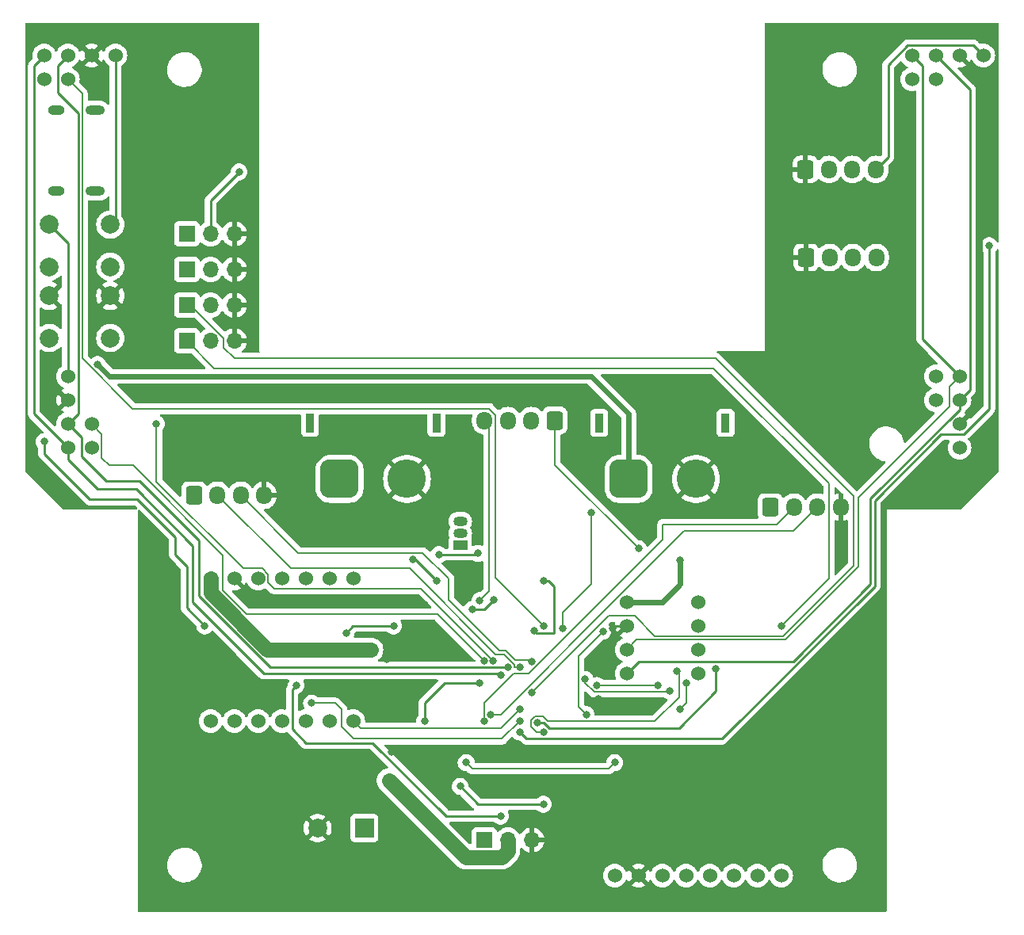
<source format=gbr>
%TF.GenerationSoftware,KiCad,Pcbnew,7.0.9*%
%TF.CreationDate,2024-10-29T13:44:47+09:00*%
%TF.ProjectId,01-main,30312d6d-6169-46e2-9e6b-696361645f70,rev?*%
%TF.SameCoordinates,Original*%
%TF.FileFunction,Copper,L2,Bot*%
%TF.FilePolarity,Positive*%
%FSLAX46Y46*%
G04 Gerber Fmt 4.6, Leading zero omitted, Abs format (unit mm)*
G04 Created by KiCad (PCBNEW 7.0.9) date 2024-10-29 13:44:47*
%MOMM*%
%LPD*%
G01*
G04 APERTURE LIST*
G04 Aperture macros list*
%AMRoundRect*
0 Rectangle with rounded corners*
0 $1 Rounding radius*
0 $2 $3 $4 $5 $6 $7 $8 $9 X,Y pos of 4 corners*
0 Add a 4 corners polygon primitive as box body*
4,1,4,$2,$3,$4,$5,$6,$7,$8,$9,$2,$3,0*
0 Add four circle primitives for the rounded corners*
1,1,$1+$1,$2,$3*
1,1,$1+$1,$4,$5*
1,1,$1+$1,$6,$7*
1,1,$1+$1,$8,$9*
0 Add four rect primitives between the rounded corners*
20,1,$1+$1,$2,$3,$4,$5,0*
20,1,$1+$1,$4,$5,$6,$7,0*
20,1,$1+$1,$6,$7,$8,$9,0*
20,1,$1+$1,$8,$9,$2,$3,0*%
G04 Aperture macros list end*
%TA.AperFunction,ComponentPad*%
%ADD10RoundRect,0.250000X-0.600000X-0.725000X0.600000X-0.725000X0.600000X0.725000X-0.600000X0.725000X0*%
%TD*%
%TA.AperFunction,ComponentPad*%
%ADD11O,1.700000X1.950000*%
%TD*%
%TA.AperFunction,ComponentPad*%
%ADD12C,1.524000*%
%TD*%
%TA.AperFunction,ComponentPad*%
%ADD13R,0.900000X2.000000*%
%TD*%
%TA.AperFunction,ComponentPad*%
%ADD14RoundRect,1.025000X-1.025000X-1.025000X1.025000X-1.025000X1.025000X1.025000X-1.025000X1.025000X0*%
%TD*%
%TA.AperFunction,ComponentPad*%
%ADD15C,4.100000*%
%TD*%
%TA.AperFunction,ComponentPad*%
%ADD16R,1.700000X1.700000*%
%TD*%
%TA.AperFunction,ComponentPad*%
%ADD17O,1.700000X1.700000*%
%TD*%
%TA.AperFunction,ComponentPad*%
%ADD18C,2.000000*%
%TD*%
%TA.AperFunction,ComponentPad*%
%ADD19RoundRect,0.250000X0.600000X0.725000X-0.600000X0.725000X-0.600000X-0.725000X0.600000X-0.725000X0*%
%TD*%
%TA.AperFunction,ComponentPad*%
%ADD20O,2.100000X1.000000*%
%TD*%
%TA.AperFunction,ComponentPad*%
%ADD21O,1.800000X1.000000*%
%TD*%
%TA.AperFunction,ComponentPad*%
%ADD22R,2.000000X2.000000*%
%TD*%
%TA.AperFunction,ComponentPad*%
%ADD23R,1.500000X1.050000*%
%TD*%
%TA.AperFunction,ComponentPad*%
%ADD24O,1.500000X1.050000*%
%TD*%
%TA.AperFunction,ViaPad*%
%ADD25C,0.800000*%
%TD*%
%TA.AperFunction,Conductor*%
%ADD26C,0.250000*%
%TD*%
%TA.AperFunction,Conductor*%
%ADD27C,0.200000*%
%TD*%
%TA.AperFunction,Conductor*%
%ADD28C,0.600000*%
%TD*%
%TA.AperFunction,Conductor*%
%ADD29C,1.600000*%
%TD*%
G04 APERTURE END LIST*
D10*
%TO.P,J7,1,Pin_1*%
%TO.N,GND*%
X161350000Y-75675000D03*
D11*
%TO.P,J7,2,Pin_2*%
%TO.N,Net-(J7-Pin_2)*%
X163850000Y-75675000D03*
%TO.P,J7,3,Pin_3*%
%TO.N,Net-(J7-Pin_3)*%
X166350000Y-75675000D03*
%TO.P,J7,4,Pin_4*%
%TO.N,+3V3*%
X168850000Y-75675000D03*
%TD*%
D12*
%TO.P,U2,1,3V3*%
%TO.N,+3V3*%
X82550000Y-97790000D03*
%TO.P,U2,2,GND*%
%TO.N,GND*%
X82550000Y-100330000D03*
%TO.P,U2,3,SCL*%
%TO.N,I2C1_SCL*%
X82550000Y-102870000D03*
%TO.P,U2,4,SDA*%
%TO.N,I2C1_SDA*%
X82550000Y-105410000D03*
%TO.P,U2,5,XSHUT*%
%TO.N,XSHUT1*%
X85090000Y-102870000D03*
%TO.P,U2,6,GPIO*%
%TO.N,unconnected-(U2-GPIO-Pad6)*%
X85090000Y-105410000D03*
%TD*%
%TO.P,U4,1,3V3*%
%TO.N,+3V3*%
X177800000Y-105410000D03*
%TO.P,U4,2,GND*%
%TO.N,GND*%
X177800000Y-102870000D03*
%TO.P,U4,3,SCL*%
%TO.N,I2C1_SCL*%
X177800000Y-100330000D03*
%TO.P,U4,4,SDA*%
%TO.N,I2C1_SDA*%
X177800000Y-97790000D03*
%TO.P,U4,5,XSHUT*%
%TO.N,XSHUT2*%
X175260000Y-100330000D03*
%TO.P,U4,6,GPIO*%
%TO.N,unconnected-(U4-GPIO-Pad6)*%
X175260000Y-97790000D03*
%TD*%
%TO.P,U5,1,3V3*%
%TO.N,+3V3*%
X180340000Y-63500000D03*
%TO.P,U5,2,GND*%
%TO.N,GND*%
X177800000Y-63500000D03*
%TO.P,U5,3,SCL*%
%TO.N,I2C1_SCL*%
X175260000Y-63500000D03*
%TO.P,U5,4,SDA*%
%TO.N,I2C1_SDA*%
X172720000Y-63500000D03*
%TO.P,U5,5,XSHUT*%
%TO.N,XSHUT3*%
X175260000Y-66040000D03*
%TO.P,U5,6,GPIO*%
%TO.N,unconnected-(U5-GPIO-Pad6)*%
X172720000Y-66040000D03*
%TD*%
D13*
%TO.P,J4,*%
%TO.N,*%
X108420000Y-102750000D03*
X121920000Y-102750000D03*
D14*
%TO.P,J4,1,Pin_1*%
%TO.N,+5V*%
X111570000Y-108750000D03*
D15*
%TO.P,J4,2,Pin_2*%
%TO.N,GND*%
X118770000Y-108750000D03*
%TD*%
D10*
%TO.P,J3,1,Pin_1*%
%TO.N,+3V3*%
X157600000Y-111760000D03*
D11*
%TO.P,J3,2,Pin_2*%
%TO.N,UART4_RX*%
X160100000Y-111760000D03*
%TO.P,J3,3,Pin_3*%
%TO.N,UART4_TX*%
X162600000Y-111760000D03*
%TO.P,J3,4,Pin_4*%
%TO.N,GND*%
X165100000Y-111760000D03*
%TD*%
D16*
%TO.P,J9,1,Pin_1*%
%TO.N,servo1*%
X95250000Y-93980000D03*
D17*
%TO.P,J9,2,Pin_2*%
%TO.N,+5V*%
X97790000Y-93980000D03*
%TO.P,J9,3,Pin_3*%
%TO.N,GND*%
X100330000Y-93980000D03*
%TD*%
D12*
%TO.P,U7,1,3V3*%
%TO.N,+3V3*%
X87630000Y-63500000D03*
%TO.P,U7,2,GND*%
%TO.N,GND*%
X85090000Y-63500000D03*
%TO.P,U7,3,SCL*%
%TO.N,I2C1_SCL*%
X82550000Y-63500000D03*
%TO.P,U7,4,SDA*%
%TO.N,I2C1_SDA*%
X80010000Y-63500000D03*
%TO.P,U7,5,XSHUT*%
%TO.N,XSHUT4*%
X82550000Y-66040000D03*
%TO.P,U7,6,GPIO*%
%TO.N,unconnected-(U7-GPIO-Pad6)*%
X80010000Y-66040000D03*
%TD*%
D16*
%TO.P,J13,1,Pin_1*%
%TO.N,servo5*%
X127015000Y-147320000D03*
D17*
%TO.P,J13,2,Pin_2*%
%TO.N,+5V*%
X129555000Y-147320000D03*
%TO.P,J13,3,Pin_3*%
%TO.N,GND*%
X132095000Y-147320000D03*
%TD*%
D18*
%TO.P,SW1,1,1*%
%TO.N,+3V3*%
X80570000Y-81570000D03*
X87070000Y-81570000D03*
%TO.P,SW1,2,2*%
%TO.N,BOOT0*%
X80570000Y-86070000D03*
X87070000Y-86070000D03*
%TD*%
D19*
%TO.P,J1,1,Pin_1*%
%TO.N,UART2_RX*%
X134560000Y-102510000D03*
D11*
%TO.P,J1,2,Pin_2*%
%TO.N,UART2_TX*%
X132060000Y-102510000D03*
%TO.P,J1,3,Pin_3*%
%TO.N,STS_SIG*%
X129560000Y-102510000D03*
%TO.P,J1,4,Pin_4*%
%TO.N,BAT*%
X127060000Y-102510000D03*
%TD*%
D12*
%TO.P,U1,1,VIN*%
%TO.N,+3V3*%
X142240000Y-121920000D03*
%TO.P,U1,2,GND*%
%TO.N,GND*%
X142240000Y-124460000D03*
%TO.P,U1,3,SDA*%
%TO.N,I2C1_SDA*%
X142240000Y-127000000D03*
%TO.P,U1,4,SCL*%
%TO.N,I2C1_SCL*%
X142240000Y-129540000D03*
%TO.P,U1,5,RST*%
%TO.N,unconnected-(U1-RST-Pad5)*%
X149860000Y-129540000D03*
%TO.P,U1,6,INT*%
%TO.N,unconnected-(U1-INT-Pad6)*%
X149860000Y-127000000D03*
%TO.P,U1,7,GND*%
%TO.N,unconnected-(U1-GND-Pad7)*%
X149860000Y-124460000D03*
%TO.P,U1,8,VOUT*%
%TO.N,unconnected-(U1-VOUT-Pad8)*%
X149860000Y-121920000D03*
%TD*%
D13*
%TO.P,J5,*%
%TO.N,*%
X139300000Y-102750000D03*
X152800000Y-102750000D03*
D14*
%TO.P,J5,1,Pin_1*%
%TO.N,+3V3*%
X142450000Y-108750000D03*
D15*
%TO.P,J5,2,Pin_2*%
%TO.N,GND*%
X149650000Y-108750000D03*
%TD*%
D16*
%TO.P,J12,1,Pin_1*%
%TO.N,servo4*%
X95250000Y-82550000D03*
D17*
%TO.P,J12,2,Pin_2*%
%TO.N,+5V*%
X97790000Y-82550000D03*
%TO.P,J12,3,Pin_3*%
%TO.N,GND*%
X100330000Y-82550000D03*
%TD*%
D16*
%TO.P,J10,1,Pin_1*%
%TO.N,servo2*%
X95250000Y-90170000D03*
D17*
%TO.P,J10,2,Pin_2*%
%TO.N,+5V*%
X97790000Y-90170000D03*
%TO.P,J10,3,Pin_3*%
%TO.N,GND*%
X100330000Y-90170000D03*
%TD*%
D12*
%TO.P,U6,1,D0*%
%TO.N,unconnected-(U6-D0-Pad1)*%
X97790000Y-134620000D03*
%TO.P,U6,2,D1*%
%TO.N,unconnected-(U6-D1-Pad2)*%
X100330000Y-134620000D03*
%TO.P,U6,3,D2*%
%TO.N,unconnected-(U6-D2-Pad3)*%
X102870000Y-134620000D03*
%TO.P,U6,4,D3*%
%TO.N,unconnected-(U6-D3-Pad4)*%
X105410000Y-134620000D03*
%TO.P,U6,5,D4*%
%TO.N,unconnected-(U6-D4-Pad5)*%
X107950000Y-134620000D03*
%TO.P,U6,6,D5*%
%TO.N,unconnected-(U6-D5-Pad6)*%
X110490000Y-134620000D03*
%TO.P,U6,7,D6*%
%TO.N,UART6_RX*%
X113030000Y-134620000D03*
%TO.P,U6,8,D7*%
%TO.N,UART6_TX*%
X113030000Y-119380000D03*
%TO.P,U6,9,D8*%
%TO.N,unconnected-(U6-D8-Pad9)*%
X110490000Y-119380000D03*
%TO.P,U6,10,D9*%
%TO.N,unconnected-(U6-D9-Pad10)*%
X107950000Y-119380000D03*
%TO.P,U6,11,D10*%
%TO.N,unconnected-(U6-D10-Pad11)*%
X105410000Y-119380000D03*
%TO.P,U6,12,3V3*%
%TO.N,unconnected-(U6-3V3-Pad12)*%
X102870000Y-119380000D03*
%TO.P,U6,13,GND*%
%TO.N,GND*%
X100330000Y-119380000D03*
%TO.P,U6,14,5V*%
%TO.N,+5V*%
X97790000Y-119380000D03*
%TD*%
%TO.P,U13,1,VCC*%
%TO.N,+3V3*%
X140970000Y-151130000D03*
%TO.P,U13,2,GND*%
%TO.N,GND*%
X143510000Y-151130000D03*
%TO.P,U13,3,SCL*%
%TO.N,I2C2_SCL*%
X146050000Y-151130000D03*
%TO.P,U13,4,SDA*%
%TO.N,I2C2_SDA*%
X148590000Y-151130000D03*
%TO.P,U13,5,XDA*%
%TO.N,unconnected-(U13-XDA-Pad5)*%
X151130000Y-151130000D03*
%TO.P,U13,6,XCL*%
%TO.N,unconnected-(U13-XCL-Pad6)*%
X153670000Y-151130000D03*
%TO.P,U13,7,AD0*%
%TO.N,unconnected-(U13-AD0-Pad7)*%
X156210000Y-151130000D03*
%TO.P,U13,8,INT*%
%TO.N,unconnected-(U13-INT-Pad8)*%
X158750000Y-151130000D03*
%TD*%
D10*
%TO.P,J8,1,Pin_1*%
%TO.N,GND*%
X161410000Y-85090000D03*
D11*
%TO.P,J8,2,Pin_2*%
%TO.N,Net-(J8-Pin_2)*%
X163910000Y-85090000D03*
%TO.P,J8,3,Pin_3*%
%TO.N,Net-(J8-Pin_3)*%
X166410000Y-85090000D03*
%TO.P,J8,4,Pin_4*%
%TO.N,+3V3*%
X168910000Y-85090000D03*
%TD*%
D20*
%TO.P,J22,S1,SHIELD*%
%TO.N,unconnected-(J22-SHIELD-PadS1)*%
X85460000Y-69340000D03*
D21*
X81280000Y-69340000D03*
D20*
X85460000Y-77980000D03*
D21*
X81280000Y-77980000D03*
%TD*%
D16*
%TO.P,J11,1,Pin_1*%
%TO.N,servo3*%
X95250000Y-86360000D03*
D17*
%TO.P,J11,2,Pin_2*%
%TO.N,+5V*%
X97790000Y-86360000D03*
%TO.P,J11,3,Pin_3*%
%TO.N,GND*%
X100330000Y-86360000D03*
%TD*%
D22*
%TO.P,BZ1,1,-*%
%TO.N,buzzer*%
X114220000Y-146050000D03*
D18*
%TO.P,BZ1,2,+*%
%TO.N,GND*%
X109220000Y-146050000D03*
%TD*%
D23*
%TO.P,Q1,1,E*%
%TO.N,Net-(Q1-E)*%
X124460000Y-115824000D03*
D24*
%TO.P,Q1,2,C*%
%TO.N,+5V*%
X124460000Y-114554000D03*
%TO.P,Q1,3,B*%
%TO.N,Net-(Q1-B)*%
X124460000Y-113284000D03*
%TD*%
D10*
%TO.P,J2,1,Pin_1*%
%TO.N,+5V*%
X96005000Y-110490000D03*
D11*
%TO.P,J2,2,Pin_2*%
%TO.N,UART5_RX*%
X98505000Y-110490000D03*
%TO.P,J2,3,Pin_3*%
%TO.N,UART5_TX*%
X101005000Y-110490000D03*
%TO.P,J2,4,Pin_4*%
%TO.N,GND*%
X103505000Y-110490000D03*
%TD*%
D18*
%TO.P,SW2,1,1*%
%TO.N,GND*%
X80570000Y-89190000D03*
X87070000Y-89190000D03*
%TO.P,SW2,2,2*%
%TO.N,NRST*%
X80570000Y-93690000D03*
X87070000Y-93690000D03*
%TD*%
D25*
%TO.N,GND*%
X157988000Y-74422000D03*
X150876000Y-98806000D03*
X126325219Y-119546781D03*
X100584000Y-74168000D03*
X144018000Y-105410000D03*
X146050000Y-109728000D03*
X125730000Y-110998000D03*
X163576000Y-105918000D03*
X153670000Y-110236000D03*
X79000000Y-61000000D03*
X85090000Y-83820000D03*
X173228000Y-95250000D03*
X123952000Y-137922000D03*
X140716000Y-124714000D03*
X90932000Y-114554000D03*
X177292000Y-110998000D03*
X98044000Y-107188000D03*
X119888000Y-126492000D03*
X134874000Y-145034000D03*
X144780000Y-99568000D03*
X111760000Y-144780000D03*
X122428000Y-125730000D03*
X139192000Y-132209500D03*
X123698000Y-102362000D03*
X94996000Y-78232000D03*
X85725000Y-67310000D03*
X126492000Y-141224000D03*
X125476000Y-105664000D03*
X168148000Y-153670000D03*
X160528000Y-62738000D03*
X180086000Y-81534000D03*
X131318000Y-145034000D03*
X116586000Y-128016000D03*
X159258000Y-97790000D03*
X100076000Y-99568000D03*
X139192000Y-129540000D03*
X143002000Y-137922000D03*
X100330000Y-78740000D03*
X80645000Y-109220000D03*
X89535000Y-99060000D03*
X180594000Y-107442000D03*
X140970000Y-141478000D03*
X120650000Y-122174000D03*
X90170000Y-89408000D03*
X124968000Y-121412000D03*
X112014000Y-121920000D03*
X101000000Y-61000000D03*
X164846000Y-117856000D03*
X161798000Y-81280000D03*
X140970000Y-153924000D03*
X180594000Y-67818000D03*
X137160000Y-138430000D03*
X116840000Y-130810000D03*
X123000000Y-109000000D03*
X122682000Y-141732000D03*
X117602000Y-121666000D03*
X166370000Y-81534000D03*
X108000000Y-115000000D03*
X121000000Y-115000000D03*
X93218000Y-143002000D03*
X168910000Y-122682000D03*
X166624000Y-108712000D03*
X139446000Y-137922000D03*
X90170000Y-95885000D03*
X166624000Y-72136000D03*
X140716000Y-133604000D03*
X117094000Y-137922000D03*
%TO.N,NRST*%
X97155000Y-124460000D03*
X80010000Y-104775000D03*
%TO.N,+3V3*%
X133350000Y-143510000D03*
X147955000Y-117475000D03*
X128016000Y-121666000D03*
X124460000Y-141605000D03*
X125730000Y-122682000D03*
X120650000Y-134620000D03*
X85725000Y-96520000D03*
X126492000Y-130556000D03*
%TO.N,+5V*%
X114935000Y-127000000D03*
X100838000Y-75946000D03*
X116840000Y-140970000D03*
%TO.N,UART2_RX*%
X143510000Y-116205000D03*
X148590000Y-130556000D03*
X140970000Y-139065000D03*
X147955000Y-133350000D03*
X125095000Y-139065000D03*
%TO.N,UART2_TX*%
X133350000Y-135800500D03*
X147574000Y-129286000D03*
%TO.N,BAT*%
X126542122Y-121742878D03*
%TO.N,UART5_RX*%
X130810000Y-128840500D03*
%TO.N,UART5_TX*%
X132080000Y-128270000D03*
%TO.N,UART4_RX*%
X127000000Y-134620000D03*
%TO.N,UART4_TX*%
X127706755Y-133913245D03*
%TO.N,UART1_RX*%
X139065000Y-130810000D03*
X145542000Y-130810000D03*
%TO.N,BOOT0*%
X127999503Y-128180500D03*
X92010500Y-102870000D03*
%TO.N,servo1*%
X158750000Y-124460000D03*
%TO.N,servo2*%
X132137531Y-131567031D03*
%TO.N,I2C1_SCL*%
X129540000Y-128905000D03*
%TO.N,I2C1_SDA*%
X128798000Y-129750500D03*
%TO.N,I2C2_SDA*%
X139700000Y-125030500D03*
X137922000Y-133920500D03*
%TO.N,UART3_TX*%
X132334000Y-124968000D03*
X133350000Y-119634000D03*
%TO.N,LOADCEL_R*%
X130810000Y-135784500D03*
X180975000Y-83820000D03*
%TO.N,LOADCEL_L*%
X132715000Y-134783500D03*
X151765000Y-128994500D03*
%TO.N,XSHUT1*%
X127000000Y-128180500D03*
%TO.N,UART3_RX*%
X126360885Y-116700286D03*
X117348000Y-124460000D03*
X106934000Y-130810000D03*
X119380000Y-117348500D03*
X122174000Y-116840000D03*
X112268000Y-125184500D03*
X128778000Y-144780000D03*
X121920000Y-119634000D03*
%TO.N,UART6_TX*%
X130810000Y-134620000D03*
X108585000Y-132715000D03*
%TO.N,UART6_RX*%
X130810000Y-133350000D03*
%TO.N,XSHUT2*%
X137795000Y-130175000D03*
X146812000Y-131384500D03*
%TO.N,XSHUT3*%
X138430000Y-112395000D03*
X135382000Y-124714000D03*
%TO.N,XSHUT4*%
X133350000Y-124460000D03*
%TD*%
D26*
%TO.N,GND*%
X165100000Y-111760000D02*
X165100000Y-117602000D01*
X124968000Y-120904000D02*
X126325219Y-119546781D01*
X165100000Y-117602000D02*
X164846000Y-117856000D01*
X119888000Y-126492000D02*
X118110000Y-126492000D01*
X139192000Y-132209500D02*
X139321500Y-132209500D01*
X180086000Y-100584000D02*
X180086000Y-81534000D01*
X142240000Y-124460000D02*
X140970000Y-124460000D01*
X124968000Y-121412000D02*
X124968000Y-120904000D01*
X118110000Y-126492000D02*
X116586000Y-128016000D01*
X177800000Y-102870000D02*
X180086000Y-100584000D01*
D27*
X121666000Y-126492000D02*
X119888000Y-126492000D01*
X122428000Y-125730000D02*
X121666000Y-126492000D01*
D26*
X139321500Y-132209500D02*
X140716000Y-133604000D01*
X140970000Y-124460000D02*
X140716000Y-124714000D01*
%TO.N,NRST*%
X93980000Y-114936396D02*
X89983604Y-110940000D01*
X95250000Y-122555000D02*
X95250000Y-118110000D01*
X93980000Y-116840000D02*
X93980000Y-114936396D01*
X84903604Y-110940000D02*
X80010000Y-106046396D01*
X97155000Y-124460000D02*
X95250000Y-122555000D01*
X80010000Y-106046396D02*
X80010000Y-104775000D01*
X89983604Y-110940000D02*
X84903604Y-110940000D01*
X95250000Y-118110000D02*
X93980000Y-116840000D01*
D28*
%TO.N,+3V3*%
X146050000Y-121920000D02*
X142240000Y-121920000D01*
D26*
X126365000Y-143510000D02*
X124460000Y-141605000D01*
X170180000Y-74345000D02*
X168850000Y-75675000D01*
D28*
X86995000Y-97790000D02*
X85725000Y-96520000D01*
D26*
X82550000Y-83550000D02*
X80570000Y-81570000D01*
X125730000Y-122682000D02*
X127000000Y-122682000D01*
X87630000Y-81010000D02*
X87070000Y-81570000D01*
X127000000Y-122682000D02*
X128016000Y-121666000D01*
D28*
X147955000Y-120015000D02*
X146050000Y-121920000D01*
D26*
X120650000Y-132671518D02*
X120650000Y-134620000D01*
X122765518Y-130556000D02*
X120650000Y-132671518D01*
X133350000Y-143510000D02*
X126365000Y-143510000D01*
X179253000Y-62413000D02*
X172269749Y-62413000D01*
X87630000Y-63500000D02*
X87630000Y-81010000D01*
X170180000Y-64502749D02*
X170180000Y-74345000D01*
D28*
X138430000Y-97790000D02*
X86995000Y-97790000D01*
X142450000Y-101810000D02*
X138430000Y-97790000D01*
D26*
X172269749Y-62413000D02*
X170180000Y-64502749D01*
X126492000Y-130556000D02*
X122765518Y-130556000D01*
D28*
X142450000Y-108750000D02*
X142450000Y-101810000D01*
D26*
X82550000Y-97790000D02*
X82550000Y-83550000D01*
D28*
X147955000Y-117475000D02*
X147955000Y-120015000D01*
D26*
X180340000Y-63500000D02*
X179253000Y-62413000D01*
%TO.N,+5V*%
X100838000Y-75946000D02*
X97790000Y-78994000D01*
D29*
X125040000Y-149170000D02*
X128907081Y-149170000D01*
X128907081Y-149170000D02*
X129555000Y-148522081D01*
X116840000Y-140970000D02*
X125040000Y-149170000D01*
X103854366Y-127000000D02*
X114935000Y-127000000D01*
X97790000Y-120935634D02*
X103854366Y-127000000D01*
X129555000Y-148522081D02*
X129555000Y-147320000D01*
D26*
X97790000Y-78994000D02*
X97790000Y-82550000D01*
D29*
X97790000Y-119380000D02*
X97790000Y-120935634D01*
D27*
%TO.N,UART2_RX*%
X140335000Y-139700000D02*
X125730000Y-139700000D01*
X134560000Y-107255000D02*
X143510000Y-116205000D01*
X134560000Y-102510000D02*
X134560000Y-107255000D01*
X140970000Y-139065000D02*
X140335000Y-139700000D01*
X125730000Y-139700000D02*
X125095000Y-139065000D01*
X148590000Y-130556000D02*
X148590000Y-132715000D01*
X148590000Y-132715000D02*
X147955000Y-133350000D01*
%TO.N,UART2_TX*%
X132015000Y-134493550D02*
X132015000Y-135190000D01*
X145256801Y-134620000D02*
X133795845Y-134620000D01*
X132425050Y-134083500D02*
X132015000Y-134493550D01*
X133259345Y-134083500D02*
X132425050Y-134083500D01*
X147828000Y-129540000D02*
X147828000Y-132048801D01*
X132625500Y-135800500D02*
X133350000Y-135800500D01*
X133795845Y-134620000D02*
X133259345Y-134083500D01*
X132015000Y-135190000D02*
X132625500Y-135800500D01*
X147828000Y-132048801D02*
X145256801Y-134620000D01*
X147574000Y-129286000D02*
X147828000Y-129540000D01*
%TO.N,BAT*%
X127060000Y-102510000D02*
X127508000Y-102958000D01*
X127508000Y-102958000D02*
X127508000Y-120777000D01*
X127508000Y-120777000D02*
X126542122Y-121742878D01*
%TO.N,UART5_RX*%
X130810000Y-128840500D02*
X130240000Y-128840500D01*
X128242500Y-127480500D02*
X119080000Y-118318000D01*
X129105450Y-127480500D02*
X128242500Y-127480500D01*
X130240000Y-128840500D02*
X130240000Y-128615050D01*
X106333000Y-118318000D02*
X98505000Y-110490000D01*
X130240000Y-128615050D02*
X129105450Y-127480500D01*
X119080000Y-118318000D02*
X106333000Y-118318000D01*
%TO.N,UART5_TX*%
X123190000Y-121666000D02*
X128604500Y-127080500D01*
X120459000Y-116649000D02*
X123190000Y-119380000D01*
X107164000Y-116649000D02*
X120459000Y-116649000D01*
X123190000Y-119380000D02*
X123190000Y-121666000D01*
X129271136Y-127080500D02*
X130331136Y-128140500D01*
X130331136Y-128140500D02*
X131950500Y-128140500D01*
X101005000Y-110490000D02*
X107164000Y-116649000D01*
X128604500Y-127080500D02*
X129271136Y-127080500D01*
X131950500Y-128140500D02*
X132080000Y-128270000D01*
%TO.N,UART4_RX*%
X146117105Y-113597895D02*
X158262105Y-113597895D01*
X131799450Y-129540500D02*
X146117105Y-115222845D01*
X130174500Y-129540500D02*
X131799450Y-129540500D01*
X146117105Y-115222845D02*
X146117105Y-113597895D01*
X127000000Y-134620000D02*
X127000000Y-132715000D01*
X158262105Y-113597895D02*
X160100000Y-111760000D01*
X127000000Y-132715000D02*
X130174500Y-129540500D01*
%TO.N,UART4_TX*%
X141178000Y-121480105D02*
X148358105Y-114300000D01*
X141178000Y-121537318D02*
X141178000Y-121480105D01*
X128802073Y-133913245D02*
X141178000Y-121537318D01*
X127706755Y-133913245D02*
X128802073Y-133913245D01*
X160060000Y-114300000D02*
X162600000Y-111760000D01*
X148358105Y-114300000D02*
X160060000Y-114300000D01*
%TO.N,UART1_RX*%
X145542000Y-130810000D02*
X139065000Y-130810000D01*
%TO.N,BOOT0*%
X92010500Y-102870000D02*
X92010500Y-109028500D01*
X103309895Y-118318000D02*
X103932000Y-118940105D01*
X120261003Y-120442000D02*
X127999503Y-128180500D01*
X92010500Y-109028500D02*
X101300000Y-118318000D01*
X101300000Y-118318000D02*
X103309895Y-118318000D01*
X103932000Y-118940105D02*
X103932000Y-119819895D01*
X104554105Y-120442000D02*
X120261003Y-120442000D01*
X103932000Y-119819895D02*
X104554105Y-120442000D01*
%TO.N,servo1*%
X95250000Y-93980000D02*
X98190000Y-96920000D01*
X163830000Y-109220000D02*
X163830000Y-109855000D01*
X163830000Y-109855000D02*
X163830000Y-119380000D01*
X163830000Y-119380000D02*
X158750000Y-124460000D01*
X151530000Y-96920000D02*
X163830000Y-109220000D01*
X98190000Y-96920000D02*
X151530000Y-96920000D01*
%TO.N,servo2*%
X166451827Y-118028173D02*
X158958000Y-125522000D01*
X140306562Y-123398000D02*
X132137531Y-131567031D01*
X143083000Y-123398000D02*
X140306562Y-123398000D01*
X99180000Y-93743654D02*
X99180000Y-94735000D01*
X95250000Y-90170000D02*
X95606346Y-90170000D01*
X99180000Y-94735000D02*
X100330000Y-95885000D01*
X151765000Y-95885000D02*
X166451827Y-110571827D01*
X166451827Y-110571827D02*
X166451827Y-118028173D01*
X158958000Y-125522000D02*
X145207000Y-125522000D01*
X95606346Y-90170000D02*
X99180000Y-93743654D01*
X100330000Y-95885000D02*
X151765000Y-95885000D01*
X145207000Y-125522000D02*
X143083000Y-123398000D01*
D26*
%TO.N,I2C1_SCL*%
X175260000Y-63500000D02*
X178887000Y-67127000D01*
X143510000Y-128270000D02*
X142240000Y-129540000D01*
X83637000Y-101783000D02*
X83637000Y-69667000D01*
X96520000Y-121285000D02*
X104140000Y-128905000D01*
X178887000Y-67127000D02*
X178887000Y-99243000D01*
X177800000Y-101332749D02*
X168275000Y-110857749D01*
X90170000Y-108966000D02*
X96520000Y-115316000D01*
X178887000Y-99243000D02*
X177800000Y-100330000D01*
X81463000Y-64587000D02*
X82550000Y-63500000D01*
X86626000Y-108966000D02*
X90170000Y-108966000D01*
X96520000Y-115316000D02*
X96520000Y-121285000D01*
X168275000Y-110857749D02*
X168275000Y-120015000D01*
X160020000Y-128270000D02*
X143510000Y-128270000D01*
X84003000Y-106343000D02*
X86626000Y-108966000D01*
X82550000Y-102870000D02*
X84003000Y-104323000D01*
X81463000Y-67493000D02*
X81463000Y-64587000D01*
X84003000Y-104323000D02*
X84003000Y-106343000D01*
X82550000Y-102870000D02*
X83637000Y-101783000D01*
X168275000Y-120015000D02*
X160020000Y-128270000D01*
X104140000Y-128905000D02*
X129540000Y-128905000D01*
X83637000Y-69667000D02*
X81463000Y-67493000D01*
X177800000Y-100330000D02*
X177800000Y-101332749D01*
D27*
%TO.N,I2C1_SDA*%
X176738000Y-101019716D02*
X176738000Y-98852000D01*
D26*
X89852500Y-109855000D02*
X95885000Y-115887500D01*
D27*
X159177000Y-125938000D02*
X167005000Y-118110000D01*
X167005000Y-118110000D02*
X167005000Y-110752716D01*
D26*
X78923000Y-64587000D02*
X78923000Y-101783000D01*
X103505000Y-129540000D02*
X128587500Y-129540000D01*
D27*
X176738000Y-98852000D02*
X177800000Y-97790000D01*
D26*
X128587500Y-129540000D02*
X128798000Y-129750500D01*
X95885000Y-121920000D02*
X103505000Y-129540000D01*
X82550000Y-106680000D02*
X85725000Y-109855000D01*
X78923000Y-101783000D02*
X82550000Y-105410000D01*
D27*
X142240000Y-127000000D02*
X143302000Y-125938000D01*
D26*
X173807000Y-93797000D02*
X177800000Y-97790000D01*
X173807000Y-64587000D02*
X173807000Y-93797000D01*
X82550000Y-105410000D02*
X82550000Y-106680000D01*
D27*
X143302000Y-125938000D02*
X159177000Y-125938000D01*
X167005000Y-110752716D02*
X176738000Y-101019716D01*
D26*
X80010000Y-63500000D02*
X78923000Y-64587000D01*
X95885000Y-115887500D02*
X95885000Y-121920000D01*
X85725000Y-109855000D02*
X89852500Y-109855000D01*
X172720000Y-63500000D02*
X173807000Y-64587000D01*
D27*
%TO.N,I2C2_SDA*%
X139700000Y-125095000D02*
X139700000Y-125030500D01*
X137922000Y-133920500D02*
X137095000Y-133093500D01*
X137095000Y-127700000D02*
X139700000Y-125095000D01*
X137095000Y-133093500D02*
X137095000Y-127700000D01*
D26*
%TO.N,UART3_TX*%
X132334000Y-124968000D02*
X132578695Y-125212695D01*
X133858000Y-119634000D02*
X133350000Y-119634000D01*
X134458610Y-125212695D02*
X134458610Y-120234610D01*
X132578695Y-125212695D02*
X134458610Y-125212695D01*
X134458610Y-120234610D02*
X133858000Y-119634000D01*
%TO.N,LOADCEL_R*%
X175812145Y-103957000D02*
X178250251Y-103957000D01*
X130810000Y-135784500D02*
X131550500Y-136525000D01*
X131550500Y-136525000D02*
X152401396Y-136525000D01*
X168725000Y-111044145D02*
X175812145Y-103957000D01*
X168725000Y-120201396D02*
X168725000Y-111044145D01*
X178250251Y-103957000D02*
X180975000Y-101232251D01*
X180975000Y-101232251D02*
X180975000Y-83820000D01*
X152401396Y-136525000D02*
X168725000Y-120201396D01*
%TO.N,LOADCEL_L*%
X133358305Y-134783500D02*
X132715000Y-134783500D01*
X147828000Y-135382000D02*
X133956805Y-135382000D01*
X151765000Y-128994500D02*
X151765000Y-131445000D01*
X151765000Y-131445000D02*
X147828000Y-135382000D01*
X133956805Y-135382000D02*
X133358305Y-134783500D01*
D27*
%TO.N,XSHUT1*%
X89477314Y-107315000D02*
X99060000Y-116897686D01*
X86152000Y-103932000D02*
X86152000Y-106472000D01*
X85090000Y-102870000D02*
X86152000Y-103932000D01*
X99060000Y-120650000D02*
X101600000Y-123190000D01*
X101600000Y-123190000D02*
X122009500Y-123190000D01*
X86152000Y-106472000D02*
X86995000Y-107315000D01*
X122009500Y-123190000D02*
X127000000Y-128180500D01*
X86995000Y-107315000D02*
X89477314Y-107315000D01*
X99060000Y-116897686D02*
X99060000Y-120650000D01*
D26*
%TO.N,UART3_RX*%
X112268000Y-125184500D02*
X112992500Y-124460000D01*
X107993999Y-136950000D02*
X106497000Y-135453001D01*
X112992500Y-124460000D02*
X117348000Y-124460000D01*
X119380000Y-117348500D02*
X119634500Y-117348500D01*
X122926695Y-144780000D02*
X115096695Y-136950000D01*
X106497000Y-131247000D02*
X106934000Y-130810000D01*
X126360885Y-116700286D02*
X126221171Y-116840000D01*
X126221171Y-116840000D02*
X122174000Y-116840000D01*
X106497000Y-135453001D02*
X106497000Y-131247000D01*
X128778000Y-144780000D02*
X122926695Y-144780000D01*
X119634500Y-117348500D02*
X121920000Y-119634000D01*
X115096695Y-136950000D02*
X107993999Y-136950000D01*
D27*
%TO.N,UART6_TX*%
X111760000Y-135255000D02*
X113030000Y-136525000D01*
X108585000Y-132715000D02*
X111125000Y-132715000D01*
X111760000Y-133350000D02*
X111760000Y-135255000D01*
X111125000Y-132715000D02*
X111760000Y-133350000D01*
X113030000Y-136525000D02*
X128905000Y-136525000D01*
X128905000Y-136525000D02*
X130810000Y-134620000D01*
%TO.N,UART6_RX*%
X128778001Y-135381999D02*
X130810000Y-133350000D01*
X113791999Y-135381999D02*
X128778001Y-135381999D01*
X113030000Y-134620000D02*
X113791999Y-135381999D01*
%TO.N,XSHUT2*%
X146686500Y-131510000D02*
X138775050Y-131510000D01*
X146812000Y-131384500D02*
X146686500Y-131510000D01*
X138775050Y-131510000D02*
X137795000Y-130529950D01*
X137795000Y-130529950D02*
X137795000Y-130175000D01*
%TO.N,XSHUT3*%
X135382000Y-123063000D02*
X138430000Y-120015000D01*
X135382000Y-124714000D02*
X135382000Y-123063000D01*
X138430000Y-120015000D02*
X138430000Y-112395000D01*
%TO.N,XSHUT4*%
X127536346Y-101235000D02*
X128210000Y-101908654D01*
X84062000Y-67552000D02*
X84062000Y-95846950D01*
X89450050Y-101235000D02*
X127536346Y-101235000D01*
X84062000Y-95846950D02*
X89450050Y-101235000D01*
X82550000Y-66040000D02*
X84062000Y-67552000D01*
X128210000Y-119320000D02*
X133350000Y-124460000D01*
X128210000Y-101908654D02*
X128210000Y-119320000D01*
%TD*%
%TA.AperFunction,Conductor*%
%TO.N,GND*%
G36*
X181952151Y-84211817D02*
G01*
X181992680Y-84268731D01*
X181999500Y-84309288D01*
X181999500Y-107948430D01*
X181979815Y-108015469D01*
X181963181Y-108036111D01*
X178036111Y-111963181D01*
X177974788Y-111996666D01*
X177948430Y-111999500D01*
X170024760Y-111999500D01*
X170024554Y-111999459D01*
X170000000Y-111999459D01*
X169999901Y-111999500D01*
X169999617Y-111999616D01*
X169999615Y-111999618D01*
X169999459Y-111999999D01*
X169999476Y-112024616D01*
X169999471Y-112024616D01*
X169999500Y-112024759D01*
X169999500Y-154875500D01*
X169979815Y-154942539D01*
X169927011Y-154988294D01*
X169875500Y-154999500D01*
X90124500Y-154999500D01*
X90057461Y-154979815D01*
X90011706Y-154927011D01*
X90000500Y-154875500D01*
X90000500Y-150067763D01*
X93145787Y-150067763D01*
X93175413Y-150337013D01*
X93175415Y-150337024D01*
X93217132Y-150496593D01*
X93243928Y-150599088D01*
X93349870Y-150848390D01*
X93463865Y-151035177D01*
X93490979Y-151079605D01*
X93490986Y-151079615D01*
X93664253Y-151287819D01*
X93664259Y-151287824D01*
X93865998Y-151468582D01*
X94091910Y-151618044D01*
X94337176Y-151733020D01*
X94337183Y-151733022D01*
X94337185Y-151733023D01*
X94596557Y-151811057D01*
X94596564Y-151811058D01*
X94596569Y-151811060D01*
X94864561Y-151850500D01*
X94864566Y-151850500D01*
X95067636Y-151850500D01*
X95119133Y-151846730D01*
X95270156Y-151835677D01*
X95382758Y-151810593D01*
X95534546Y-151776782D01*
X95534548Y-151776781D01*
X95534553Y-151776780D01*
X95787558Y-151680014D01*
X96023777Y-151547441D01*
X96238177Y-151381888D01*
X96426186Y-151186881D01*
X96466880Y-151130002D01*
X139702677Y-151130002D01*
X139721929Y-151350062D01*
X139721930Y-151350070D01*
X139779104Y-151563445D01*
X139779105Y-151563447D01*
X139779106Y-151563450D01*
X139858179Y-151733023D01*
X139872466Y-151763662D01*
X139872468Y-151763666D01*
X139999170Y-151944615D01*
X139999175Y-151944621D01*
X140155378Y-152100824D01*
X140155384Y-152100829D01*
X140336333Y-152227531D01*
X140336335Y-152227532D01*
X140336338Y-152227534D01*
X140536550Y-152320894D01*
X140749932Y-152378070D01*
X140907123Y-152391822D01*
X140969998Y-152397323D01*
X140970000Y-152397323D01*
X140970002Y-152397323D01*
X141025017Y-152392509D01*
X141190068Y-152378070D01*
X141403450Y-152320894D01*
X141603662Y-152227534D01*
X141784620Y-152100826D01*
X141940826Y-151944620D01*
X142067534Y-151763662D01*
X142127894Y-151634218D01*
X142174066Y-151581779D01*
X142241259Y-151562627D01*
X142308141Y-151582843D01*
X142352658Y-151634219D01*
X142412899Y-151763407D01*
X142412900Y-151763409D01*
X142458258Y-151828187D01*
X143125096Y-151161349D01*
X143125051Y-151161898D01*
X143156266Y-151285162D01*
X143225813Y-151391612D01*
X143326157Y-151469713D01*
X143446422Y-151511000D01*
X143482553Y-151511000D01*
X142811811Y-152181741D01*
X142876582Y-152227094D01*
X142876592Y-152227100D01*
X143076715Y-152320419D01*
X143076729Y-152320424D01*
X143290013Y-152377573D01*
X143290023Y-152377575D01*
X143509999Y-152396821D01*
X143510001Y-152396821D01*
X143729976Y-152377575D01*
X143729986Y-152377573D01*
X143943270Y-152320424D01*
X143943284Y-152320419D01*
X144143408Y-152227100D01*
X144143420Y-152227093D01*
X144208186Y-152181742D01*
X144208187Y-152181740D01*
X143537448Y-151511000D01*
X143541569Y-151511000D01*
X143635421Y-151495339D01*
X143747251Y-151434820D01*
X143833371Y-151341269D01*
X143884448Y-151224823D01*
X143890105Y-151156552D01*
X144561740Y-151828187D01*
X144561742Y-151828186D01*
X144607093Y-151763420D01*
X144607100Y-151763408D01*
X144667342Y-151634219D01*
X144713514Y-151581779D01*
X144780707Y-151562627D01*
X144847588Y-151582842D01*
X144892106Y-151634219D01*
X144952464Y-151763658D01*
X144952468Y-151763666D01*
X145079170Y-151944615D01*
X145079175Y-151944621D01*
X145235378Y-152100824D01*
X145235384Y-152100829D01*
X145416333Y-152227531D01*
X145416335Y-152227532D01*
X145416338Y-152227534D01*
X145616550Y-152320894D01*
X145829932Y-152378070D01*
X145987123Y-152391822D01*
X146049998Y-152397323D01*
X146050000Y-152397323D01*
X146050002Y-152397323D01*
X146105017Y-152392509D01*
X146270068Y-152378070D01*
X146483450Y-152320894D01*
X146683662Y-152227534D01*
X146864620Y-152100826D01*
X147020826Y-151944620D01*
X147147534Y-151763662D01*
X147207618Y-151634811D01*
X147253790Y-151582371D01*
X147320983Y-151563219D01*
X147387865Y-151583435D01*
X147432382Y-151634811D01*
X147492464Y-151763658D01*
X147492468Y-151763666D01*
X147619170Y-151944615D01*
X147619175Y-151944621D01*
X147775378Y-152100824D01*
X147775384Y-152100829D01*
X147956333Y-152227531D01*
X147956335Y-152227532D01*
X147956338Y-152227534D01*
X148156550Y-152320894D01*
X148369932Y-152378070D01*
X148527123Y-152391822D01*
X148589998Y-152397323D01*
X148590000Y-152397323D01*
X148590002Y-152397323D01*
X148645017Y-152392509D01*
X148810068Y-152378070D01*
X149023450Y-152320894D01*
X149223662Y-152227534D01*
X149404620Y-152100826D01*
X149560826Y-151944620D01*
X149687534Y-151763662D01*
X149747618Y-151634811D01*
X149793790Y-151582371D01*
X149860983Y-151563219D01*
X149927865Y-151583435D01*
X149972382Y-151634811D01*
X150032464Y-151763658D01*
X150032468Y-151763666D01*
X150159170Y-151944615D01*
X150159175Y-151944621D01*
X150315378Y-152100824D01*
X150315384Y-152100829D01*
X150496333Y-152227531D01*
X150496335Y-152227532D01*
X150496338Y-152227534D01*
X150696550Y-152320894D01*
X150909932Y-152378070D01*
X151067123Y-152391822D01*
X151129998Y-152397323D01*
X151130000Y-152397323D01*
X151130002Y-152397323D01*
X151185017Y-152392509D01*
X151350068Y-152378070D01*
X151563450Y-152320894D01*
X151763662Y-152227534D01*
X151944620Y-152100826D01*
X152100826Y-151944620D01*
X152227534Y-151763662D01*
X152287618Y-151634811D01*
X152333790Y-151582371D01*
X152400983Y-151563219D01*
X152467865Y-151583435D01*
X152512382Y-151634811D01*
X152572464Y-151763658D01*
X152572468Y-151763666D01*
X152699170Y-151944615D01*
X152699175Y-151944621D01*
X152855378Y-152100824D01*
X152855384Y-152100829D01*
X153036333Y-152227531D01*
X153036335Y-152227532D01*
X153036338Y-152227534D01*
X153236550Y-152320894D01*
X153449932Y-152378070D01*
X153607123Y-152391822D01*
X153669998Y-152397323D01*
X153670000Y-152397323D01*
X153670002Y-152397323D01*
X153725017Y-152392509D01*
X153890068Y-152378070D01*
X154103450Y-152320894D01*
X154303662Y-152227534D01*
X154484620Y-152100826D01*
X154640826Y-151944620D01*
X154767534Y-151763662D01*
X154827618Y-151634811D01*
X154873790Y-151582371D01*
X154940983Y-151563219D01*
X155007865Y-151583435D01*
X155052382Y-151634811D01*
X155112464Y-151763658D01*
X155112468Y-151763666D01*
X155239170Y-151944615D01*
X155239175Y-151944621D01*
X155395378Y-152100824D01*
X155395384Y-152100829D01*
X155576333Y-152227531D01*
X155576335Y-152227532D01*
X155576338Y-152227534D01*
X155776550Y-152320894D01*
X155989932Y-152378070D01*
X156147123Y-152391822D01*
X156209998Y-152397323D01*
X156210000Y-152397323D01*
X156210002Y-152397323D01*
X156265017Y-152392509D01*
X156430068Y-152378070D01*
X156643450Y-152320894D01*
X156843662Y-152227534D01*
X157024620Y-152100826D01*
X157180826Y-151944620D01*
X157307534Y-151763662D01*
X157367618Y-151634811D01*
X157413790Y-151582371D01*
X157480983Y-151563219D01*
X157547865Y-151583435D01*
X157592382Y-151634811D01*
X157652464Y-151763658D01*
X157652468Y-151763666D01*
X157779170Y-151944615D01*
X157779175Y-151944621D01*
X157935378Y-152100824D01*
X157935384Y-152100829D01*
X158116333Y-152227531D01*
X158116335Y-152227532D01*
X158116338Y-152227534D01*
X158316550Y-152320894D01*
X158529932Y-152378070D01*
X158687123Y-152391822D01*
X158749998Y-152397323D01*
X158750000Y-152397323D01*
X158750002Y-152397323D01*
X158805017Y-152392509D01*
X158970068Y-152378070D01*
X159183450Y-152320894D01*
X159383662Y-152227534D01*
X159564620Y-152100826D01*
X159720826Y-151944620D01*
X159847534Y-151763662D01*
X159940894Y-151563450D01*
X159998070Y-151350068D01*
X160017323Y-151130000D01*
X160014532Y-151098102D01*
X160003026Y-150966579D01*
X159998070Y-150909932D01*
X159940894Y-150696550D01*
X159847534Y-150496339D01*
X159735977Y-150337018D01*
X159720827Y-150315381D01*
X159644823Y-150239377D01*
X159564620Y-150159174D01*
X159564616Y-150159171D01*
X159564615Y-150159170D01*
X159434072Y-150067763D01*
X163145787Y-150067763D01*
X163175413Y-150337013D01*
X163175415Y-150337024D01*
X163217132Y-150496593D01*
X163243928Y-150599088D01*
X163349870Y-150848390D01*
X163463865Y-151035177D01*
X163490979Y-151079605D01*
X163490986Y-151079615D01*
X163664253Y-151287819D01*
X163664259Y-151287824D01*
X163865998Y-151468582D01*
X164091910Y-151618044D01*
X164337176Y-151733020D01*
X164337183Y-151733022D01*
X164337185Y-151733023D01*
X164596557Y-151811057D01*
X164596564Y-151811058D01*
X164596569Y-151811060D01*
X164864561Y-151850500D01*
X164864566Y-151850500D01*
X165067636Y-151850500D01*
X165119133Y-151846730D01*
X165270156Y-151835677D01*
X165382758Y-151810593D01*
X165534546Y-151776782D01*
X165534548Y-151776781D01*
X165534553Y-151776780D01*
X165787558Y-151680014D01*
X166023777Y-151547441D01*
X166238177Y-151381888D01*
X166426186Y-151186881D01*
X166583799Y-150966579D01*
X166695664Y-150749000D01*
X166707649Y-150725690D01*
X166707651Y-150725684D01*
X166707656Y-150725675D01*
X166795118Y-150469305D01*
X166844319Y-150202933D01*
X166854212Y-149932235D01*
X166824586Y-149662982D01*
X166756072Y-149400912D01*
X166650130Y-149151610D01*
X166509018Y-148920390D01*
X166419747Y-148813119D01*
X166335746Y-148712180D01*
X166335740Y-148712175D01*
X166134002Y-148531418D01*
X165908092Y-148381957D01*
X165857211Y-148358105D01*
X165662824Y-148266980D01*
X165662819Y-148266978D01*
X165662814Y-148266976D01*
X165403442Y-148188942D01*
X165403428Y-148188939D01*
X165287791Y-148171921D01*
X165135439Y-148149500D01*
X164932369Y-148149500D01*
X164932364Y-148149500D01*
X164729844Y-148164323D01*
X164729831Y-148164325D01*
X164465453Y-148223217D01*
X164465446Y-148223220D01*
X164212439Y-148319987D01*
X163976226Y-148452557D01*
X163761822Y-148618112D01*
X163573822Y-148813109D01*
X163573816Y-148813116D01*
X163416202Y-149033419D01*
X163416199Y-149033424D01*
X163292350Y-149274309D01*
X163292343Y-149274327D01*
X163204884Y-149530685D01*
X163204881Y-149530699D01*
X163155681Y-149797068D01*
X163155680Y-149797075D01*
X163145787Y-150067763D01*
X159434072Y-150067763D01*
X159383666Y-150032468D01*
X159383662Y-150032466D01*
X159318462Y-150002063D01*
X159183450Y-149939106D01*
X159183447Y-149939105D01*
X159183445Y-149939104D01*
X158970070Y-149881930D01*
X158970062Y-149881929D01*
X158750002Y-149862677D01*
X158749998Y-149862677D01*
X158529937Y-149881929D01*
X158529929Y-149881930D01*
X158316554Y-149939104D01*
X158316548Y-149939107D01*
X158116340Y-150032465D01*
X158116338Y-150032466D01*
X157935377Y-150159175D01*
X157779175Y-150315377D01*
X157652466Y-150496338D01*
X157652465Y-150496340D01*
X157592382Y-150625189D01*
X157546209Y-150677628D01*
X157479016Y-150696780D01*
X157412135Y-150676564D01*
X157367618Y-150625189D01*
X157307652Y-150496593D01*
X157307534Y-150496339D01*
X157195977Y-150337018D01*
X157180827Y-150315381D01*
X157104823Y-150239377D01*
X157024620Y-150159174D01*
X157024616Y-150159171D01*
X157024615Y-150159170D01*
X156843666Y-150032468D01*
X156843662Y-150032466D01*
X156778462Y-150002063D01*
X156643450Y-149939106D01*
X156643447Y-149939105D01*
X156643445Y-149939104D01*
X156430070Y-149881930D01*
X156430062Y-149881929D01*
X156210002Y-149862677D01*
X156209998Y-149862677D01*
X155989937Y-149881929D01*
X155989929Y-149881930D01*
X155776554Y-149939104D01*
X155776548Y-149939107D01*
X155576340Y-150032465D01*
X155576338Y-150032466D01*
X155395377Y-150159175D01*
X155239175Y-150315377D01*
X155112466Y-150496338D01*
X155112465Y-150496340D01*
X155052382Y-150625189D01*
X155006209Y-150677628D01*
X154939016Y-150696780D01*
X154872135Y-150676564D01*
X154827618Y-150625189D01*
X154767652Y-150496593D01*
X154767534Y-150496339D01*
X154655977Y-150337018D01*
X154640827Y-150315381D01*
X154564823Y-150239377D01*
X154484620Y-150159174D01*
X154484616Y-150159171D01*
X154484615Y-150159170D01*
X154303666Y-150032468D01*
X154303662Y-150032466D01*
X154238462Y-150002063D01*
X154103450Y-149939106D01*
X154103447Y-149939105D01*
X154103445Y-149939104D01*
X153890070Y-149881930D01*
X153890062Y-149881929D01*
X153670002Y-149862677D01*
X153669998Y-149862677D01*
X153449937Y-149881929D01*
X153449929Y-149881930D01*
X153236554Y-149939104D01*
X153236548Y-149939107D01*
X153036340Y-150032465D01*
X153036338Y-150032466D01*
X152855377Y-150159175D01*
X152699175Y-150315377D01*
X152572466Y-150496338D01*
X152572465Y-150496340D01*
X152512382Y-150625189D01*
X152466209Y-150677628D01*
X152399016Y-150696780D01*
X152332135Y-150676564D01*
X152287618Y-150625189D01*
X152227652Y-150496593D01*
X152227534Y-150496339D01*
X152115977Y-150337018D01*
X152100827Y-150315381D01*
X152024823Y-150239377D01*
X151944620Y-150159174D01*
X151944616Y-150159171D01*
X151944615Y-150159170D01*
X151763666Y-150032468D01*
X151763662Y-150032466D01*
X151698462Y-150002063D01*
X151563450Y-149939106D01*
X151563447Y-149939105D01*
X151563445Y-149939104D01*
X151350070Y-149881930D01*
X151350062Y-149881929D01*
X151130002Y-149862677D01*
X151129998Y-149862677D01*
X150909937Y-149881929D01*
X150909929Y-149881930D01*
X150696554Y-149939104D01*
X150696548Y-149939107D01*
X150496340Y-150032465D01*
X150496338Y-150032466D01*
X150315377Y-150159175D01*
X150159175Y-150315377D01*
X150032466Y-150496338D01*
X150032465Y-150496340D01*
X149972382Y-150625189D01*
X149926209Y-150677628D01*
X149859016Y-150696780D01*
X149792135Y-150676564D01*
X149747618Y-150625189D01*
X149687652Y-150496593D01*
X149687534Y-150496339D01*
X149575977Y-150337018D01*
X149560827Y-150315381D01*
X149484823Y-150239377D01*
X149404620Y-150159174D01*
X149404616Y-150159171D01*
X149404615Y-150159170D01*
X149223666Y-150032468D01*
X149223662Y-150032466D01*
X149158462Y-150002063D01*
X149023450Y-149939106D01*
X149023447Y-149939105D01*
X149023445Y-149939104D01*
X148810070Y-149881930D01*
X148810062Y-149881929D01*
X148590002Y-149862677D01*
X148589998Y-149862677D01*
X148369937Y-149881929D01*
X148369929Y-149881930D01*
X148156554Y-149939104D01*
X148156548Y-149939107D01*
X147956340Y-150032465D01*
X147956338Y-150032466D01*
X147775377Y-150159175D01*
X147619175Y-150315377D01*
X147492466Y-150496338D01*
X147492465Y-150496340D01*
X147432382Y-150625189D01*
X147386209Y-150677628D01*
X147319016Y-150696780D01*
X147252135Y-150676564D01*
X147207618Y-150625189D01*
X147147652Y-150496593D01*
X147147534Y-150496339D01*
X147035977Y-150337018D01*
X147020827Y-150315381D01*
X146944823Y-150239377D01*
X146864620Y-150159174D01*
X146864616Y-150159171D01*
X146864615Y-150159170D01*
X146683666Y-150032468D01*
X146683662Y-150032466D01*
X146618462Y-150002063D01*
X146483450Y-149939106D01*
X146483447Y-149939105D01*
X146483445Y-149939104D01*
X146270070Y-149881930D01*
X146270062Y-149881929D01*
X146050002Y-149862677D01*
X146049998Y-149862677D01*
X145829937Y-149881929D01*
X145829929Y-149881930D01*
X145616554Y-149939104D01*
X145616548Y-149939107D01*
X145416340Y-150032465D01*
X145416338Y-150032466D01*
X145235377Y-150159175D01*
X145079175Y-150315377D01*
X144952467Y-150496337D01*
X144952466Y-150496339D01*
X144952348Y-150496593D01*
X144892105Y-150625782D01*
X144845932Y-150678221D01*
X144778738Y-150697372D01*
X144711857Y-150677156D01*
X144667341Y-150625780D01*
X144607100Y-150496593D01*
X144607099Y-150496591D01*
X144561740Y-150431811D01*
X143894903Y-151098648D01*
X143894949Y-151098102D01*
X143863734Y-150974838D01*
X143794187Y-150868388D01*
X143693843Y-150790287D01*
X143573578Y-150749000D01*
X143537447Y-150749000D01*
X144208187Y-150078258D01*
X144143409Y-150032900D01*
X144143407Y-150032899D01*
X143943284Y-149939580D01*
X143943270Y-149939575D01*
X143729986Y-149882426D01*
X143729976Y-149882424D01*
X143510001Y-149863179D01*
X143509999Y-149863179D01*
X143290023Y-149882424D01*
X143290013Y-149882426D01*
X143076729Y-149939575D01*
X143076720Y-149939579D01*
X142876586Y-150032903D01*
X142811812Y-150078257D01*
X142811811Y-150078258D01*
X143482554Y-150749000D01*
X143478431Y-150749000D01*
X143384579Y-150764661D01*
X143272749Y-150825180D01*
X143186629Y-150918731D01*
X143135552Y-151035177D01*
X143129894Y-151103447D01*
X142458258Y-150431811D01*
X142458257Y-150431812D01*
X142412903Y-150496586D01*
X142352658Y-150625781D01*
X142306485Y-150678220D01*
X142239292Y-150697372D01*
X142172411Y-150677156D01*
X142127894Y-150625781D01*
X142067652Y-150496593D01*
X142067534Y-150496339D01*
X141955977Y-150337018D01*
X141940827Y-150315381D01*
X141864823Y-150239377D01*
X141784620Y-150159174D01*
X141784616Y-150159171D01*
X141784615Y-150159170D01*
X141603666Y-150032468D01*
X141603662Y-150032466D01*
X141538462Y-150002063D01*
X141403450Y-149939106D01*
X141403447Y-149939105D01*
X141403445Y-149939104D01*
X141190070Y-149881930D01*
X141190062Y-149881929D01*
X140970002Y-149862677D01*
X140969998Y-149862677D01*
X140749937Y-149881929D01*
X140749929Y-149881930D01*
X140536554Y-149939104D01*
X140536548Y-149939107D01*
X140336340Y-150032465D01*
X140336338Y-150032466D01*
X140155377Y-150159175D01*
X139999175Y-150315377D01*
X139872466Y-150496338D01*
X139872465Y-150496340D01*
X139779107Y-150696548D01*
X139779104Y-150696554D01*
X139721930Y-150909929D01*
X139721929Y-150909937D01*
X139702677Y-151129997D01*
X139702677Y-151130002D01*
X96466880Y-151130002D01*
X96583799Y-150966579D01*
X96695664Y-150749000D01*
X96707649Y-150725690D01*
X96707651Y-150725684D01*
X96707656Y-150725675D01*
X96795118Y-150469305D01*
X96844319Y-150202933D01*
X96854212Y-149932235D01*
X96824586Y-149662982D01*
X96756072Y-149400912D01*
X96650130Y-149151610D01*
X96509018Y-148920390D01*
X96419747Y-148813119D01*
X96335746Y-148712180D01*
X96335740Y-148712175D01*
X96134002Y-148531418D01*
X95908092Y-148381957D01*
X95857211Y-148358105D01*
X95662824Y-148266980D01*
X95662819Y-148266978D01*
X95662814Y-148266976D01*
X95403442Y-148188942D01*
X95403428Y-148188939D01*
X95287791Y-148171921D01*
X95135439Y-148149500D01*
X94932369Y-148149500D01*
X94932364Y-148149500D01*
X94729844Y-148164323D01*
X94729831Y-148164325D01*
X94465453Y-148223217D01*
X94465446Y-148223220D01*
X94212439Y-148319987D01*
X93976226Y-148452557D01*
X93761822Y-148618112D01*
X93573822Y-148813109D01*
X93573816Y-148813116D01*
X93416202Y-149033419D01*
X93416199Y-149033424D01*
X93292350Y-149274309D01*
X93292343Y-149274327D01*
X93204884Y-149530685D01*
X93204881Y-149530699D01*
X93155681Y-149797068D01*
X93155680Y-149797075D01*
X93145787Y-150067763D01*
X90000500Y-150067763D01*
X90000500Y-146050005D01*
X107714859Y-146050005D01*
X107735385Y-146297729D01*
X107735387Y-146297738D01*
X107796412Y-146538717D01*
X107896266Y-146766364D01*
X107996564Y-146919882D01*
X108736923Y-146179523D01*
X108760507Y-146259844D01*
X108838239Y-146380798D01*
X108946900Y-146474952D01*
X109077685Y-146534680D01*
X109087466Y-146536086D01*
X108349942Y-147273609D01*
X108396768Y-147310055D01*
X108396770Y-147310056D01*
X108615385Y-147428364D01*
X108615396Y-147428369D01*
X108850506Y-147509083D01*
X109095707Y-147550000D01*
X109344293Y-147550000D01*
X109589493Y-147509083D01*
X109824603Y-147428369D01*
X109824614Y-147428364D01*
X110043228Y-147310057D01*
X110043231Y-147310055D01*
X110090056Y-147273609D01*
X109914317Y-147097870D01*
X112719500Y-147097870D01*
X112719501Y-147097876D01*
X112725908Y-147157483D01*
X112776202Y-147292328D01*
X112776206Y-147292335D01*
X112862452Y-147407544D01*
X112862455Y-147407547D01*
X112977664Y-147493793D01*
X112977671Y-147493797D01*
X113112517Y-147544091D01*
X113112516Y-147544091D01*
X113119444Y-147544835D01*
X113172127Y-147550500D01*
X115267872Y-147550499D01*
X115327483Y-147544091D01*
X115462331Y-147493796D01*
X115577546Y-147407546D01*
X115663796Y-147292331D01*
X115714091Y-147157483D01*
X115720500Y-147097873D01*
X115720499Y-145002128D01*
X115714091Y-144942517D01*
X115670778Y-144826390D01*
X115663797Y-144807671D01*
X115663793Y-144807664D01*
X115577547Y-144692455D01*
X115577544Y-144692452D01*
X115462335Y-144606206D01*
X115462328Y-144606202D01*
X115327482Y-144555908D01*
X115327483Y-144555908D01*
X115267883Y-144549501D01*
X115267881Y-144549500D01*
X115267873Y-144549500D01*
X115267864Y-144549500D01*
X113172129Y-144549500D01*
X113172123Y-144549501D01*
X113112516Y-144555908D01*
X112977671Y-144606202D01*
X112977664Y-144606206D01*
X112862455Y-144692452D01*
X112862452Y-144692455D01*
X112776206Y-144807664D01*
X112776202Y-144807671D01*
X112725908Y-144942517D01*
X112723141Y-144968259D01*
X112719501Y-145002123D01*
X112719500Y-145002135D01*
X112719500Y-147097870D01*
X109914317Y-147097870D01*
X109352533Y-146536086D01*
X109362315Y-146534680D01*
X109493100Y-146474952D01*
X109601761Y-146380798D01*
X109679493Y-146259844D01*
X109703076Y-146179524D01*
X110443434Y-146919882D01*
X110543731Y-146766369D01*
X110643587Y-146538717D01*
X110704612Y-146297738D01*
X110704614Y-146297729D01*
X110725141Y-146050005D01*
X110725141Y-146049994D01*
X110704614Y-145802270D01*
X110704612Y-145802261D01*
X110643587Y-145561282D01*
X110543731Y-145333630D01*
X110443434Y-145180116D01*
X109703076Y-145920475D01*
X109679493Y-145840156D01*
X109601761Y-145719202D01*
X109493100Y-145625048D01*
X109362315Y-145565320D01*
X109352534Y-145563913D01*
X110090057Y-144826390D01*
X110090056Y-144826389D01*
X110043229Y-144789943D01*
X109824614Y-144671635D01*
X109824603Y-144671630D01*
X109589493Y-144590916D01*
X109344293Y-144550000D01*
X109095707Y-144550000D01*
X108850506Y-144590916D01*
X108615396Y-144671630D01*
X108615390Y-144671632D01*
X108396761Y-144789949D01*
X108349942Y-144826388D01*
X108349942Y-144826390D01*
X109087466Y-145563913D01*
X109077685Y-145565320D01*
X108946900Y-145625048D01*
X108838239Y-145719202D01*
X108760507Y-145840156D01*
X108736923Y-145920475D01*
X107996564Y-145180116D01*
X107896267Y-145333632D01*
X107796412Y-145561282D01*
X107735387Y-145802261D01*
X107735385Y-145802270D01*
X107714859Y-146049994D01*
X107714859Y-146050005D01*
X90000500Y-146050005D01*
X90000500Y-112140848D01*
X90020185Y-112073809D01*
X90072989Y-112028054D01*
X90142147Y-112018110D01*
X90205703Y-112047135D01*
X90212181Y-112053167D01*
X93318181Y-115159167D01*
X93351666Y-115220490D01*
X93354500Y-115246848D01*
X93354500Y-116757255D01*
X93352775Y-116772872D01*
X93353061Y-116772899D01*
X93352326Y-116780665D01*
X93354500Y-116849814D01*
X93354500Y-116879343D01*
X93354501Y-116879360D01*
X93355368Y-116886231D01*
X93355826Y-116892050D01*
X93357290Y-116938624D01*
X93357291Y-116938627D01*
X93362880Y-116957867D01*
X93366824Y-116976911D01*
X93369336Y-116996792D01*
X93382191Y-117029260D01*
X93386490Y-117040119D01*
X93388382Y-117045647D01*
X93397573Y-117077282D01*
X93401382Y-117090390D01*
X93411040Y-117106722D01*
X93411580Y-117107634D01*
X93420136Y-117125100D01*
X93427514Y-117143732D01*
X93445095Y-117167931D01*
X93454898Y-117181423D01*
X93458106Y-117186307D01*
X93481827Y-117226416D01*
X93481833Y-117226424D01*
X93495990Y-117240580D01*
X93508628Y-117255376D01*
X93520405Y-117271586D01*
X93520406Y-117271587D01*
X93556309Y-117301288D01*
X93560620Y-117305210D01*
X94082507Y-117827097D01*
X94588181Y-118332771D01*
X94621666Y-118394094D01*
X94624500Y-118420452D01*
X94624500Y-122472255D01*
X94622775Y-122487872D01*
X94623061Y-122487899D01*
X94622326Y-122495665D01*
X94624500Y-122564814D01*
X94624500Y-122594343D01*
X94624501Y-122594360D01*
X94625368Y-122601231D01*
X94625826Y-122607050D01*
X94627290Y-122653624D01*
X94627291Y-122653627D01*
X94632880Y-122672867D01*
X94636824Y-122691911D01*
X94639336Y-122711792D01*
X94656490Y-122755119D01*
X94658382Y-122760647D01*
X94669089Y-122797500D01*
X94671382Y-122805390D01*
X94675856Y-122812956D01*
X94681580Y-122822634D01*
X94690136Y-122840100D01*
X94697514Y-122858732D01*
X94720831Y-122890826D01*
X94724898Y-122896423D01*
X94728106Y-122901307D01*
X94751827Y-122941416D01*
X94751833Y-122941424D01*
X94765990Y-122955580D01*
X94778628Y-122970376D01*
X94790405Y-122986586D01*
X94790406Y-122986587D01*
X94826309Y-123016288D01*
X94830620Y-123020210D01*
X95880928Y-124070519D01*
X96216038Y-124405629D01*
X96249523Y-124466952D01*
X96251678Y-124480348D01*
X96258755Y-124547681D01*
X96269326Y-124648256D01*
X96269327Y-124648259D01*
X96327818Y-124828277D01*
X96327821Y-124828284D01*
X96422467Y-124992216D01*
X96542764Y-125125819D01*
X96549129Y-125132888D01*
X96702265Y-125244148D01*
X96702270Y-125244151D01*
X96875192Y-125321142D01*
X96875197Y-125321144D01*
X97060354Y-125360500D01*
X97060355Y-125360500D01*
X97249644Y-125360500D01*
X97249646Y-125360500D01*
X97434803Y-125321144D01*
X97607730Y-125244151D01*
X97760871Y-125132888D01*
X97887533Y-124992216D01*
X97887536Y-124992210D01*
X97887794Y-124991924D01*
X97947280Y-124955276D01*
X98017137Y-124956605D01*
X98067624Y-124987214D01*
X100547581Y-127467172D01*
X103004197Y-129923788D01*
X103014022Y-129936051D01*
X103014243Y-129935869D01*
X103019214Y-129941878D01*
X103045217Y-129966295D01*
X103069635Y-129989226D01*
X103090529Y-130010120D01*
X103096011Y-130014373D01*
X103100443Y-130018157D01*
X103134418Y-130050062D01*
X103151976Y-130059714D01*
X103168235Y-130070395D01*
X103184064Y-130082673D01*
X103226838Y-130101182D01*
X103232056Y-130103738D01*
X103272908Y-130126197D01*
X103292316Y-130131180D01*
X103310717Y-130137480D01*
X103329104Y-130145437D01*
X103372488Y-130152308D01*
X103375119Y-130152725D01*
X103380839Y-130153909D01*
X103425981Y-130165500D01*
X103446016Y-130165500D01*
X103465414Y-130167026D01*
X103485194Y-130170159D01*
X103485195Y-130170160D01*
X103485195Y-130170159D01*
X103485196Y-130170160D01*
X103531584Y-130165775D01*
X103537422Y-130165500D01*
X106051520Y-130165500D01*
X106118559Y-130185185D01*
X106164314Y-130237989D01*
X106174258Y-130307147D01*
X106158907Y-130351500D01*
X106106821Y-130441715D01*
X106106818Y-130441722D01*
X106048327Y-130621740D01*
X106048326Y-130621744D01*
X106039315Y-130707476D01*
X106030284Y-130793401D01*
X106003699Y-130858016D01*
X105997361Y-130865316D01*
X105986941Y-130876413D01*
X105986936Y-130876420D01*
X105977284Y-130893976D01*
X105966610Y-130910226D01*
X105954329Y-130926061D01*
X105954324Y-130926068D01*
X105935815Y-130968838D01*
X105933245Y-130974084D01*
X105910803Y-131014906D01*
X105905822Y-131034307D01*
X105899521Y-131052710D01*
X105891562Y-131071102D01*
X105891561Y-131071105D01*
X105884271Y-131117127D01*
X105883087Y-131122846D01*
X105871501Y-131167972D01*
X105871500Y-131167982D01*
X105871500Y-131188016D01*
X105869973Y-131207415D01*
X105866840Y-131227194D01*
X105866840Y-131227195D01*
X105871225Y-131273583D01*
X105871500Y-131279421D01*
X105871500Y-133275021D01*
X105851815Y-133342060D01*
X105799011Y-133387815D01*
X105729853Y-133397759D01*
X105715407Y-133394796D01*
X105630073Y-133371931D01*
X105630069Y-133371930D01*
X105630068Y-133371930D01*
X105630067Y-133371929D01*
X105630062Y-133371929D01*
X105410002Y-133352677D01*
X105409998Y-133352677D01*
X105189937Y-133371929D01*
X105189929Y-133371930D01*
X104976554Y-133429104D01*
X104976548Y-133429107D01*
X104776340Y-133522465D01*
X104776338Y-133522466D01*
X104595377Y-133649175D01*
X104439175Y-133805377D01*
X104312466Y-133986338D01*
X104312465Y-133986340D01*
X104252382Y-134115189D01*
X104206209Y-134167628D01*
X104139016Y-134186780D01*
X104072135Y-134166564D01*
X104027618Y-134115189D01*
X104004339Y-134065268D01*
X103967534Y-133986339D01*
X103894625Y-133882214D01*
X103840827Y-133805381D01*
X103763376Y-133727930D01*
X103684620Y-133649174D01*
X103684616Y-133649171D01*
X103684615Y-133649170D01*
X103503666Y-133522468D01*
X103503662Y-133522466D01*
X103499881Y-133520703D01*
X103303450Y-133429106D01*
X103303447Y-133429105D01*
X103303445Y-133429104D01*
X103090070Y-133371930D01*
X103090062Y-133371929D01*
X102870002Y-133352677D01*
X102869998Y-133352677D01*
X102649937Y-133371929D01*
X102649929Y-133371930D01*
X102436554Y-133429104D01*
X102436548Y-133429107D01*
X102236340Y-133522465D01*
X102236338Y-133522466D01*
X102055377Y-133649175D01*
X101899175Y-133805377D01*
X101772466Y-133986338D01*
X101772465Y-133986340D01*
X101712382Y-134115189D01*
X101666209Y-134167628D01*
X101599016Y-134186780D01*
X101532135Y-134166564D01*
X101487618Y-134115189D01*
X101464339Y-134065268D01*
X101427534Y-133986339D01*
X101354625Y-133882214D01*
X101300827Y-133805381D01*
X101223376Y-133727930D01*
X101144620Y-133649174D01*
X101144616Y-133649171D01*
X101144615Y-133649170D01*
X100963666Y-133522468D01*
X100963662Y-133522466D01*
X100959881Y-133520703D01*
X100763450Y-133429106D01*
X100763447Y-133429105D01*
X100763445Y-133429104D01*
X100550070Y-133371930D01*
X100550062Y-133371929D01*
X100330002Y-133352677D01*
X100329998Y-133352677D01*
X100109937Y-133371929D01*
X100109929Y-133371930D01*
X99896554Y-133429104D01*
X99896548Y-133429107D01*
X99696340Y-133522465D01*
X99696338Y-133522466D01*
X99515377Y-133649175D01*
X99359175Y-133805377D01*
X99232466Y-133986338D01*
X99232465Y-133986340D01*
X99172382Y-134115189D01*
X99126209Y-134167628D01*
X99059016Y-134186780D01*
X98992135Y-134166564D01*
X98947618Y-134115189D01*
X98924339Y-134065268D01*
X98887534Y-133986339D01*
X98814625Y-133882214D01*
X98760827Y-133805381D01*
X98683376Y-133727930D01*
X98604620Y-133649174D01*
X98604616Y-133649171D01*
X98604615Y-133649170D01*
X98423666Y-133522468D01*
X98423662Y-133522466D01*
X98419881Y-133520703D01*
X98223450Y-133429106D01*
X98223447Y-133429105D01*
X98223445Y-133429104D01*
X98010070Y-133371930D01*
X98010062Y-133371929D01*
X97790002Y-133352677D01*
X97789998Y-133352677D01*
X97569937Y-133371929D01*
X97569929Y-133371930D01*
X97356554Y-133429104D01*
X97356548Y-133429107D01*
X97156340Y-133522465D01*
X97156338Y-133522466D01*
X96975377Y-133649175D01*
X96819175Y-133805377D01*
X96692466Y-133986338D01*
X96692465Y-133986340D01*
X96599107Y-134186548D01*
X96599104Y-134186554D01*
X96541930Y-134399929D01*
X96541929Y-134399937D01*
X96522677Y-134619997D01*
X96522677Y-134620002D01*
X96541929Y-134840062D01*
X96541930Y-134840070D01*
X96599104Y-135053445D01*
X96599105Y-135053447D01*
X96599106Y-135053450D01*
X96632382Y-135124811D01*
X96692466Y-135253662D01*
X96692468Y-135253666D01*
X96819170Y-135434615D01*
X96819175Y-135434621D01*
X96975378Y-135590824D01*
X96975384Y-135590829D01*
X97156333Y-135717531D01*
X97156335Y-135717532D01*
X97156338Y-135717534D01*
X97356550Y-135810894D01*
X97569932Y-135868070D01*
X97727123Y-135881822D01*
X97789998Y-135887323D01*
X97790000Y-135887323D01*
X97790002Y-135887323D01*
X97845017Y-135882509D01*
X98010068Y-135868070D01*
X98223450Y-135810894D01*
X98423662Y-135717534D01*
X98604620Y-135590826D01*
X98760826Y-135434620D01*
X98887534Y-135253662D01*
X98947618Y-135124811D01*
X98993790Y-135072371D01*
X99060983Y-135053219D01*
X99127865Y-135073435D01*
X99172382Y-135124811D01*
X99232464Y-135253658D01*
X99232468Y-135253666D01*
X99359170Y-135434615D01*
X99359175Y-135434621D01*
X99515378Y-135590824D01*
X99515384Y-135590829D01*
X99696333Y-135717531D01*
X99696335Y-135717532D01*
X99696338Y-135717534D01*
X99896550Y-135810894D01*
X100109932Y-135868070D01*
X100267123Y-135881822D01*
X100329998Y-135887323D01*
X100330000Y-135887323D01*
X100330002Y-135887323D01*
X100385017Y-135882509D01*
X100550068Y-135868070D01*
X100763450Y-135810894D01*
X100963662Y-135717534D01*
X101144620Y-135590826D01*
X101300826Y-135434620D01*
X101427534Y-135253662D01*
X101487618Y-135124811D01*
X101533790Y-135072371D01*
X101600983Y-135053219D01*
X101667865Y-135073435D01*
X101712382Y-135124811D01*
X101772464Y-135253658D01*
X101772468Y-135253666D01*
X101899170Y-135434615D01*
X101899175Y-135434621D01*
X102055378Y-135590824D01*
X102055384Y-135590829D01*
X102236333Y-135717531D01*
X102236335Y-135717532D01*
X102236338Y-135717534D01*
X102436550Y-135810894D01*
X102649932Y-135868070D01*
X102807123Y-135881822D01*
X102869998Y-135887323D01*
X102870000Y-135887323D01*
X102870002Y-135887323D01*
X102925017Y-135882509D01*
X103090068Y-135868070D01*
X103303450Y-135810894D01*
X103503662Y-135717534D01*
X103684620Y-135590826D01*
X103840826Y-135434620D01*
X103967534Y-135253662D01*
X104027618Y-135124811D01*
X104073790Y-135072371D01*
X104140983Y-135053219D01*
X104207865Y-135073435D01*
X104252382Y-135124811D01*
X104312464Y-135253658D01*
X104312468Y-135253666D01*
X104439170Y-135434615D01*
X104439175Y-135434621D01*
X104595378Y-135590824D01*
X104595384Y-135590829D01*
X104776333Y-135717531D01*
X104776335Y-135717532D01*
X104776338Y-135717534D01*
X104976550Y-135810894D01*
X105189932Y-135868070D01*
X105347123Y-135881822D01*
X105409998Y-135887323D01*
X105410000Y-135887323D01*
X105410002Y-135887323D01*
X105465017Y-135882509D01*
X105630068Y-135868070D01*
X105843450Y-135810894D01*
X105851587Y-135807099D01*
X105920661Y-135796603D01*
X105984447Y-135825118D01*
X105993067Y-135834146D01*
X105993311Y-135833903D01*
X106012990Y-135853581D01*
X106025628Y-135868377D01*
X106037405Y-135884587D01*
X106037406Y-135884588D01*
X106073309Y-135914289D01*
X106077620Y-135918211D01*
X107144002Y-136984594D01*
X107493196Y-137333788D01*
X107503021Y-137346051D01*
X107503242Y-137345869D01*
X107508213Y-137351878D01*
X107534216Y-137376295D01*
X107558634Y-137399226D01*
X107579528Y-137420120D01*
X107585010Y-137424373D01*
X107589442Y-137428157D01*
X107623417Y-137460062D01*
X107640975Y-137469714D01*
X107657234Y-137480395D01*
X107673063Y-137492673D01*
X107715837Y-137511182D01*
X107721055Y-137513738D01*
X107761907Y-137536197D01*
X107781315Y-137541180D01*
X107799716Y-137547480D01*
X107818103Y-137555437D01*
X107861487Y-137562308D01*
X107864118Y-137562725D01*
X107869838Y-137563909D01*
X107914980Y-137575500D01*
X107935015Y-137575500D01*
X107954413Y-137577026D01*
X107974193Y-137580159D01*
X107974194Y-137580160D01*
X107974194Y-137580159D01*
X107974195Y-137580160D01*
X108020583Y-137575775D01*
X108026421Y-137575500D01*
X114786243Y-137575500D01*
X114853282Y-137595185D01*
X114873924Y-137611819D01*
X116732384Y-139470279D01*
X116765869Y-139531602D01*
X116760885Y-139601294D01*
X116719013Y-139657227D01*
X116666236Y-139680076D01*
X116502119Y-139709015D01*
X116288287Y-139786843D01*
X116288280Y-139786846D01*
X116091217Y-139900620D01*
X116091210Y-139900625D01*
X115916895Y-140046895D01*
X115770625Y-140221210D01*
X115770620Y-140221217D01*
X115656846Y-140418280D01*
X115656843Y-140418287D01*
X115579015Y-140632119D01*
X115539499Y-140856220D01*
X115539499Y-141083779D01*
X115579015Y-141307880D01*
X115656843Y-141521712D01*
X115656846Y-141521719D01*
X115770621Y-141718783D01*
X115770623Y-141718786D01*
X115880255Y-141849440D01*
X124038301Y-150007486D01*
X124038330Y-150007517D01*
X124200857Y-150170044D01*
X124200860Y-150170046D01*
X124200861Y-150170047D01*
X124245344Y-150201193D01*
X124249619Y-150204474D01*
X124291214Y-150239377D01*
X124314351Y-150252735D01*
X124338232Y-150266523D01*
X124342796Y-150269430D01*
X124387266Y-150300568D01*
X124436463Y-150323508D01*
X124441254Y-150326003D01*
X124460344Y-150337024D01*
X124488285Y-150353156D01*
X124539303Y-150371724D01*
X124539311Y-150371727D01*
X124544286Y-150373787D01*
X124581382Y-150391086D01*
X124593503Y-150396739D01*
X124623220Y-150404700D01*
X124645943Y-150410789D01*
X124651101Y-150412416D01*
X124673532Y-150420579D01*
X124702120Y-150430985D01*
X124755595Y-150440413D01*
X124760858Y-150441581D01*
X124780316Y-150446794D01*
X124813308Y-150455635D01*
X124867397Y-150460367D01*
X124872724Y-150461067D01*
X124926221Y-150470501D01*
X124926224Y-150470501D01*
X125156312Y-150470501D01*
X125156336Y-150470500D01*
X128790745Y-150470500D01*
X128790769Y-150470501D01*
X128793302Y-150470501D01*
X129020856Y-150470501D01*
X129020860Y-150470501D01*
X129074361Y-150461066D01*
X129079678Y-150460367D01*
X129133773Y-150455635D01*
X129186244Y-150441574D01*
X129191462Y-150440417D01*
X129244961Y-150430985D01*
X129296005Y-150412405D01*
X129301110Y-150410796D01*
X129353577Y-150396739D01*
X129402795Y-150373786D01*
X129407769Y-150371727D01*
X129458796Y-150353156D01*
X129505817Y-150326007D01*
X129510603Y-150323514D01*
X129559815Y-150300568D01*
X129604285Y-150269429D01*
X129608851Y-150266521D01*
X129622532Y-150258622D01*
X129655867Y-150239377D01*
X129697470Y-150204466D01*
X129701733Y-150201195D01*
X129746220Y-150170047D01*
X129907128Y-150009139D01*
X129907128Y-150009137D01*
X129914189Y-150002077D01*
X129914195Y-150002070D01*
X130387070Y-149529195D01*
X130387077Y-149529189D01*
X130394137Y-149522128D01*
X130394139Y-149522128D01*
X130555047Y-149361220D01*
X130586195Y-149316733D01*
X130589466Y-149312470D01*
X130624377Y-149270867D01*
X130651521Y-149223851D01*
X130654429Y-149219285D01*
X130654472Y-149219222D01*
X130685568Y-149174815D01*
X130708514Y-149125603D01*
X130711008Y-149120816D01*
X130738156Y-149073796D01*
X130756728Y-149022766D01*
X130758786Y-149017795D01*
X130781739Y-148968577D01*
X130795796Y-148916110D01*
X130797405Y-148911005D01*
X130815985Y-148859961D01*
X130825417Y-148806462D01*
X130826574Y-148801244D01*
X130840635Y-148748773D01*
X130845367Y-148694678D01*
X130846066Y-148689361D01*
X130855501Y-148635860D01*
X130855501Y-148408302D01*
X130855501Y-148405571D01*
X130855500Y-148405546D01*
X130855500Y-148289050D01*
X130875185Y-148222011D01*
X130927989Y-148176256D01*
X130997147Y-148166312D01*
X131060703Y-148195337D01*
X131067181Y-148201369D01*
X131223917Y-148358105D01*
X131417421Y-148493600D01*
X131631507Y-148593429D01*
X131631516Y-148593433D01*
X131845000Y-148650634D01*
X131845000Y-147755501D01*
X131952685Y-147804680D01*
X132059237Y-147820000D01*
X132130763Y-147820000D01*
X132237315Y-147804680D01*
X132345000Y-147755501D01*
X132345000Y-148650633D01*
X132558483Y-148593433D01*
X132558492Y-148593429D01*
X132772578Y-148493600D01*
X132966082Y-148358105D01*
X133133105Y-148191082D01*
X133268600Y-147997578D01*
X133368429Y-147783492D01*
X133368432Y-147783486D01*
X133425636Y-147570000D01*
X132528686Y-147570000D01*
X132554493Y-147529844D01*
X132595000Y-147391889D01*
X132595000Y-147248111D01*
X132554493Y-147110156D01*
X132528686Y-147070000D01*
X133425636Y-147070000D01*
X133425635Y-147069999D01*
X133368432Y-146856513D01*
X133368429Y-146856507D01*
X133268600Y-146642422D01*
X133268599Y-146642420D01*
X133133113Y-146448926D01*
X133133108Y-146448920D01*
X132966082Y-146281894D01*
X132772578Y-146146399D01*
X132558492Y-146046570D01*
X132558486Y-146046567D01*
X132345000Y-145989364D01*
X132345000Y-146884498D01*
X132237315Y-146835320D01*
X132130763Y-146820000D01*
X132059237Y-146820000D01*
X131952685Y-146835320D01*
X131845000Y-146884498D01*
X131845000Y-145989364D01*
X131844999Y-145989364D01*
X131631513Y-146046567D01*
X131631507Y-146046570D01*
X131417422Y-146146399D01*
X131417420Y-146146400D01*
X131223926Y-146281886D01*
X131223920Y-146281891D01*
X131056891Y-146448920D01*
X131056890Y-146448922D01*
X130926880Y-146634595D01*
X130872303Y-146678219D01*
X130802804Y-146685412D01*
X130740450Y-146653890D01*
X130723730Y-146634594D01*
X130593494Y-146448597D01*
X130426402Y-146281506D01*
X130426395Y-146281501D01*
X130232834Y-146145967D01*
X130232830Y-146145965D01*
X130181199Y-146121889D01*
X130018663Y-146046097D01*
X130018659Y-146046096D01*
X130018655Y-146046094D01*
X129790413Y-145984938D01*
X129790403Y-145984936D01*
X129555001Y-145964341D01*
X129554999Y-145964341D01*
X129319596Y-145984936D01*
X129319586Y-145984938D01*
X129091344Y-146046094D01*
X129091335Y-146046098D01*
X128877171Y-146145964D01*
X128877169Y-146145965D01*
X128683600Y-146281503D01*
X128561673Y-146403430D01*
X128500350Y-146436914D01*
X128430658Y-146431930D01*
X128374725Y-146390058D01*
X128357810Y-146359081D01*
X128308797Y-146227671D01*
X128308793Y-146227664D01*
X128222547Y-146112455D01*
X128222544Y-146112452D01*
X128107335Y-146026206D01*
X128107328Y-146026202D01*
X127972482Y-145975908D01*
X127972483Y-145975908D01*
X127912883Y-145969501D01*
X127912881Y-145969500D01*
X127912873Y-145969500D01*
X127912864Y-145969500D01*
X126117129Y-145969500D01*
X126117123Y-145969501D01*
X126057516Y-145975908D01*
X125922671Y-146026202D01*
X125922664Y-146026206D01*
X125807455Y-146112452D01*
X125807452Y-146112455D01*
X125721206Y-146227664D01*
X125721202Y-146227671D01*
X125670908Y-146362517D01*
X125664501Y-146422116D01*
X125664500Y-146422135D01*
X125664500Y-147655953D01*
X125644815Y-147722992D01*
X125592011Y-147768747D01*
X125522853Y-147778691D01*
X125459297Y-147749666D01*
X125452819Y-147743634D01*
X123326366Y-145617181D01*
X123292881Y-145555858D01*
X123297865Y-145486166D01*
X123339737Y-145430233D01*
X123405201Y-145405816D01*
X123414047Y-145405500D01*
X128074252Y-145405500D01*
X128141291Y-145425185D01*
X128166400Y-145446526D01*
X128172126Y-145452885D01*
X128172130Y-145452889D01*
X128325265Y-145564148D01*
X128325270Y-145564151D01*
X128498192Y-145641142D01*
X128498197Y-145641144D01*
X128683354Y-145680500D01*
X128683355Y-145680500D01*
X128872644Y-145680500D01*
X128872646Y-145680500D01*
X129057803Y-145641144D01*
X129230730Y-145564151D01*
X129383871Y-145452888D01*
X129510533Y-145312216D01*
X129605179Y-145148284D01*
X129663674Y-144968256D01*
X129683460Y-144780000D01*
X129663674Y-144591744D01*
X129605179Y-144411716D01*
X129553093Y-144321500D01*
X129536620Y-144253599D01*
X129559473Y-144187573D01*
X129614394Y-144144382D01*
X129660480Y-144135500D01*
X132646252Y-144135500D01*
X132713291Y-144155185D01*
X132738400Y-144176526D01*
X132744126Y-144182885D01*
X132744130Y-144182889D01*
X132897265Y-144294148D01*
X132897270Y-144294151D01*
X133070192Y-144371142D01*
X133070197Y-144371144D01*
X133255354Y-144410500D01*
X133255355Y-144410500D01*
X133444644Y-144410500D01*
X133444646Y-144410500D01*
X133629803Y-144371144D01*
X133802730Y-144294151D01*
X133955871Y-144182888D01*
X134082533Y-144042216D01*
X134177179Y-143878284D01*
X134235674Y-143698256D01*
X134255460Y-143510000D01*
X134235674Y-143321744D01*
X134177179Y-143141716D01*
X134082533Y-142977784D01*
X133955871Y-142837112D01*
X133955870Y-142837111D01*
X133802734Y-142725851D01*
X133802729Y-142725848D01*
X133629807Y-142648857D01*
X133629802Y-142648855D01*
X133484001Y-142617865D01*
X133444646Y-142609500D01*
X133255354Y-142609500D01*
X133222897Y-142616398D01*
X133070197Y-142648855D01*
X133070192Y-142648857D01*
X132897270Y-142725848D01*
X132897265Y-142725851D01*
X132744130Y-142837110D01*
X132744126Y-142837114D01*
X132738400Y-142843474D01*
X132678913Y-142880121D01*
X132646252Y-142884500D01*
X126675452Y-142884500D01*
X126608413Y-142864815D01*
X126587771Y-142848181D01*
X125398960Y-141659369D01*
X125365475Y-141598046D01*
X125363323Y-141584668D01*
X125345674Y-141416744D01*
X125287179Y-141236716D01*
X125192533Y-141072784D01*
X125065871Y-140932112D01*
X125065870Y-140932111D01*
X124912734Y-140820851D01*
X124912729Y-140820848D01*
X124739807Y-140743857D01*
X124739802Y-140743855D01*
X124594001Y-140712865D01*
X124554646Y-140704500D01*
X124365354Y-140704500D01*
X124332897Y-140711398D01*
X124180197Y-140743855D01*
X124180192Y-140743857D01*
X124007270Y-140820848D01*
X124007265Y-140820851D01*
X123854129Y-140932111D01*
X123727466Y-141072785D01*
X123632821Y-141236715D01*
X123632818Y-141236722D01*
X123609698Y-141307880D01*
X123574326Y-141416744D01*
X123554540Y-141605000D01*
X123574326Y-141793256D01*
X123574327Y-141793259D01*
X123632818Y-141973277D01*
X123632821Y-141973284D01*
X123727467Y-142137216D01*
X123854129Y-142277888D01*
X124007265Y-142389148D01*
X124007270Y-142389151D01*
X124180192Y-142466142D01*
X124180197Y-142466144D01*
X124365354Y-142505500D01*
X124424548Y-142505500D01*
X124491587Y-142525185D01*
X124512229Y-142541819D01*
X125864197Y-143893788D01*
X125874022Y-143906051D01*
X125874243Y-143905869D01*
X125879210Y-143911874D01*
X125909276Y-143940107D01*
X125944671Y-144000348D01*
X125941879Y-144070162D01*
X125901786Y-144127383D01*
X125837121Y-144153845D01*
X125824393Y-144154500D01*
X123237148Y-144154500D01*
X123170109Y-144134815D01*
X123149467Y-144118181D01*
X118096286Y-139065000D01*
X124189540Y-139065000D01*
X124209326Y-139253256D01*
X124209327Y-139253259D01*
X124267818Y-139433277D01*
X124267821Y-139433284D01*
X124362467Y-139597216D01*
X124427551Y-139669499D01*
X124489129Y-139737888D01*
X124642265Y-139849148D01*
X124642270Y-139849151D01*
X124815192Y-139926142D01*
X124815197Y-139926144D01*
X125000354Y-139965500D01*
X125094903Y-139965500D01*
X125161942Y-139985185D01*
X125182584Y-140001819D01*
X125274669Y-140093904D01*
X125280020Y-140100005D01*
X125301718Y-140128282D01*
X125376741Y-140185849D01*
X125427159Y-140224536D01*
X125573238Y-140285044D01*
X125651619Y-140295363D01*
X125729999Y-140305682D01*
X125730000Y-140305682D01*
X125765329Y-140301030D01*
X125773428Y-140300500D01*
X140291572Y-140300500D01*
X140299670Y-140301030D01*
X140335000Y-140305682D01*
X140335001Y-140305682D01*
X140387254Y-140298802D01*
X140491762Y-140285044D01*
X140637841Y-140224536D01*
X140688259Y-140185849D01*
X140763282Y-140128282D01*
X140784980Y-140100002D01*
X140790315Y-140093918D01*
X140831266Y-140052967D01*
X140882418Y-140001818D01*
X140943741Y-139968333D01*
X140970098Y-139965500D01*
X141064644Y-139965500D01*
X141064646Y-139965500D01*
X141249803Y-139926144D01*
X141422730Y-139849151D01*
X141575871Y-139737888D01*
X141702533Y-139597216D01*
X141797179Y-139433284D01*
X141855674Y-139253256D01*
X141875460Y-139065000D01*
X141855674Y-138876744D01*
X141797179Y-138696716D01*
X141702533Y-138532784D01*
X141575871Y-138392112D01*
X141575870Y-138392111D01*
X141422734Y-138280851D01*
X141422729Y-138280848D01*
X141249807Y-138203857D01*
X141249802Y-138203855D01*
X141104001Y-138172865D01*
X141064646Y-138164500D01*
X140875354Y-138164500D01*
X140842897Y-138171398D01*
X140690197Y-138203855D01*
X140690192Y-138203857D01*
X140517270Y-138280848D01*
X140517265Y-138280851D01*
X140364129Y-138392111D01*
X140237466Y-138532785D01*
X140142821Y-138696715D01*
X140142818Y-138696722D01*
X140084327Y-138876740D01*
X140084326Y-138876744D01*
X140072584Y-138988463D01*
X140046001Y-139053076D01*
X139988703Y-139093061D01*
X139949264Y-139099500D01*
X126115736Y-139099500D01*
X126048697Y-139079815D01*
X126002942Y-139027011D01*
X125992416Y-138988464D01*
X125980674Y-138876744D01*
X125922179Y-138696716D01*
X125827533Y-138532784D01*
X125700871Y-138392112D01*
X125700870Y-138392111D01*
X125547734Y-138280851D01*
X125547729Y-138280848D01*
X125374807Y-138203857D01*
X125374802Y-138203855D01*
X125229001Y-138172865D01*
X125189646Y-138164500D01*
X125000354Y-138164500D01*
X124967897Y-138171398D01*
X124815197Y-138203855D01*
X124815192Y-138203857D01*
X124642270Y-138280848D01*
X124642265Y-138280851D01*
X124489129Y-138392111D01*
X124362466Y-138532785D01*
X124267821Y-138696715D01*
X124267818Y-138696722D01*
X124209327Y-138876740D01*
X124209326Y-138876744D01*
X124189540Y-139065000D01*
X118096286Y-139065000D01*
X116368467Y-137337181D01*
X116334982Y-137275858D01*
X116339966Y-137206166D01*
X116381838Y-137150233D01*
X116447302Y-137125816D01*
X116456148Y-137125500D01*
X128861572Y-137125500D01*
X128869670Y-137126030D01*
X128905000Y-137130682D01*
X128905001Y-137130682D01*
X128967293Y-137122481D01*
X129061762Y-137110044D01*
X129207841Y-137049536D01*
X129275103Y-136997924D01*
X129333282Y-136953282D01*
X129354983Y-136924999D01*
X129360311Y-136918922D01*
X129930610Y-136348623D01*
X129991931Y-136315140D01*
X130061623Y-136320124D01*
X130110436Y-136353332D01*
X130204129Y-136457388D01*
X130357265Y-136568648D01*
X130357270Y-136568651D01*
X130530192Y-136645642D01*
X130530197Y-136645644D01*
X130715354Y-136685000D01*
X130774547Y-136685000D01*
X130841586Y-136704685D01*
X130862228Y-136721319D01*
X131049697Y-136908788D01*
X131059522Y-136921051D01*
X131059743Y-136920869D01*
X131064714Y-136926878D01*
X131085543Y-136946437D01*
X131115135Y-136974226D01*
X131136029Y-136995120D01*
X131141511Y-136999373D01*
X131145943Y-137003157D01*
X131179918Y-137035062D01*
X131197476Y-137044714D01*
X131213735Y-137055395D01*
X131229564Y-137067673D01*
X131272338Y-137086182D01*
X131277556Y-137088738D01*
X131318408Y-137111197D01*
X131337816Y-137116180D01*
X131356217Y-137122480D01*
X131374604Y-137130437D01*
X131417988Y-137137308D01*
X131420619Y-137137725D01*
X131426339Y-137138909D01*
X131471481Y-137150500D01*
X131491516Y-137150500D01*
X131510914Y-137152026D01*
X131530694Y-137155159D01*
X131530695Y-137155160D01*
X131530695Y-137155159D01*
X131530696Y-137155160D01*
X131577084Y-137150775D01*
X131582922Y-137150500D01*
X152318653Y-137150500D01*
X152334273Y-137152224D01*
X152334300Y-137151939D01*
X152342056Y-137152671D01*
X152342063Y-137152673D01*
X152411210Y-137150500D01*
X152440746Y-137150500D01*
X152447624Y-137149630D01*
X152453437Y-137149172D01*
X152500023Y-137147709D01*
X152519265Y-137142117D01*
X152538308Y-137138174D01*
X152558188Y-137135664D01*
X152601518Y-137118507D01*
X152607042Y-137116617D01*
X152610792Y-137115527D01*
X152651786Y-137103618D01*
X152669025Y-137093422D01*
X152686499Y-137084862D01*
X152705123Y-137077488D01*
X152705123Y-137077487D01*
X152705128Y-137077486D01*
X152742845Y-137050082D01*
X152747701Y-137046892D01*
X152787816Y-137023170D01*
X152801985Y-137008999D01*
X152816775Y-136996368D01*
X152832983Y-136984594D01*
X152862695Y-136948676D01*
X152866608Y-136944376D01*
X169108788Y-120702197D01*
X169121042Y-120692382D01*
X169120859Y-120692160D01*
X169126866Y-120687188D01*
X169126877Y-120687182D01*
X169159279Y-120652677D01*
X169174227Y-120636760D01*
X169184671Y-120626314D01*
X169195120Y-120615867D01*
X169199379Y-120610374D01*
X169203152Y-120605957D01*
X169235062Y-120571978D01*
X169244713Y-120554420D01*
X169255396Y-120538157D01*
X169267673Y-120522332D01*
X169286185Y-120479549D01*
X169288738Y-120474337D01*
X169311197Y-120433488D01*
X169316180Y-120414076D01*
X169322481Y-120395676D01*
X169330437Y-120377292D01*
X169337729Y-120331248D01*
X169338906Y-120325567D01*
X169350500Y-120280415D01*
X169350500Y-120260379D01*
X169352027Y-120240978D01*
X169355160Y-120221200D01*
X169350775Y-120174811D01*
X169350500Y-120168973D01*
X169350500Y-111354597D01*
X169370185Y-111287558D01*
X169386819Y-111266916D01*
X176034916Y-104618819D01*
X176096239Y-104585334D01*
X176122597Y-104582500D01*
X176599992Y-104582500D01*
X176667031Y-104602185D01*
X176712786Y-104654989D01*
X176722730Y-104724147D01*
X176704162Y-104771070D01*
X176705172Y-104771653D01*
X176702465Y-104776340D01*
X176609107Y-104976548D01*
X176609104Y-104976554D01*
X176551930Y-105189929D01*
X176551929Y-105189937D01*
X176532677Y-105409997D01*
X176532677Y-105410002D01*
X176551929Y-105630062D01*
X176551930Y-105630070D01*
X176609104Y-105843445D01*
X176609105Y-105843447D01*
X176609106Y-105843450D01*
X176671540Y-105977341D01*
X176702466Y-106043662D01*
X176702468Y-106043666D01*
X176829170Y-106224615D01*
X176829175Y-106224621D01*
X176985378Y-106380824D01*
X176985384Y-106380829D01*
X177166333Y-106507531D01*
X177166335Y-106507532D01*
X177166338Y-106507534D01*
X177366550Y-106600894D01*
X177579932Y-106658070D01*
X177737123Y-106671822D01*
X177799998Y-106677323D01*
X177800000Y-106677323D01*
X177800002Y-106677323D01*
X177855017Y-106672509D01*
X178020068Y-106658070D01*
X178233450Y-106600894D01*
X178433662Y-106507534D01*
X178614620Y-106380826D01*
X178770826Y-106224620D01*
X178897534Y-106043662D01*
X178990894Y-105843450D01*
X179048070Y-105630068D01*
X179067323Y-105410000D01*
X179048070Y-105189932D01*
X178990894Y-104976550D01*
X178897534Y-104776339D01*
X178770826Y-104595380D01*
X178770824Y-104595377D01*
X178721324Y-104545877D01*
X178687839Y-104484554D01*
X178692823Y-104414862D01*
X178721322Y-104370517D01*
X181358788Y-101733052D01*
X181371042Y-101723237D01*
X181370859Y-101723015D01*
X181376866Y-101718043D01*
X181376877Y-101718037D01*
X181412470Y-101680134D01*
X181424227Y-101667615D01*
X181434671Y-101657169D01*
X181445120Y-101646722D01*
X181449379Y-101641229D01*
X181453152Y-101636812D01*
X181485062Y-101602833D01*
X181494715Y-101585271D01*
X181505389Y-101569021D01*
X181517673Y-101553187D01*
X181536180Y-101510418D01*
X181538749Y-101505175D01*
X181540953Y-101501164D01*
X181561197Y-101464343D01*
X181566177Y-101444942D01*
X181572478Y-101426539D01*
X181580438Y-101408147D01*
X181587730Y-101362100D01*
X181588911Y-101356403D01*
X181600500Y-101311270D01*
X181600500Y-101291234D01*
X181602027Y-101271833D01*
X181605160Y-101252055D01*
X181600775Y-101205666D01*
X181600500Y-101199828D01*
X181600500Y-84518687D01*
X181620185Y-84451648D01*
X181632350Y-84435715D01*
X181650891Y-84415122D01*
X181707533Y-84352216D01*
X181768113Y-84247287D01*
X181818680Y-84199073D01*
X181887287Y-84185849D01*
X181952151Y-84211817D01*
G37*
%TD.AperFunction*%
%TA.AperFunction,Conductor*%
G36*
X122039104Y-130185185D02*
G01*
X122084859Y-130237989D01*
X122094803Y-130307147D01*
X122065778Y-130370703D01*
X122059746Y-130377181D01*
X120266208Y-132170717D01*
X120253951Y-132180538D01*
X120254134Y-132180759D01*
X120248123Y-132185731D01*
X120200772Y-132236154D01*
X120179889Y-132257037D01*
X120179877Y-132257050D01*
X120175621Y-132262535D01*
X120171837Y-132266965D01*
X120139937Y-132300936D01*
X120139936Y-132300938D01*
X120130284Y-132318494D01*
X120119610Y-132334744D01*
X120107329Y-132350579D01*
X120107324Y-132350586D01*
X120088815Y-132393356D01*
X120086245Y-132398602D01*
X120063803Y-132439424D01*
X120058822Y-132458825D01*
X120052521Y-132477228D01*
X120044562Y-132495620D01*
X120044561Y-132495623D01*
X120037271Y-132541645D01*
X120036087Y-132547364D01*
X120024501Y-132592490D01*
X120024500Y-132592500D01*
X120024500Y-132612534D01*
X120022973Y-132631933D01*
X120019840Y-132651712D01*
X120019840Y-132651713D01*
X120024225Y-132698101D01*
X120024500Y-132703939D01*
X120024500Y-133921312D01*
X120004815Y-133988351D01*
X119992650Y-134004284D01*
X119917466Y-134087784D01*
X119822821Y-134251715D01*
X119822818Y-134251722D01*
X119773114Y-134404696D01*
X119764326Y-134431744D01*
X119745081Y-134614853D01*
X119744540Y-134620000D01*
X119747119Y-134644538D01*
X119734549Y-134713268D01*
X119686817Y-134764292D01*
X119623798Y-134781499D01*
X114418516Y-134781499D01*
X114351477Y-134761814D01*
X114305722Y-134709010D01*
X114294988Y-134646692D01*
X114297323Y-134620002D01*
X114297323Y-134619997D01*
X114280853Y-134431744D01*
X114278070Y-134399932D01*
X114220894Y-134186550D01*
X114127534Y-133986339D01*
X114054625Y-133882214D01*
X114000827Y-133805381D01*
X113923376Y-133727930D01*
X113844620Y-133649174D01*
X113844616Y-133649171D01*
X113844615Y-133649170D01*
X113663666Y-133522468D01*
X113663662Y-133522466D01*
X113659881Y-133520703D01*
X113463450Y-133429106D01*
X113463447Y-133429105D01*
X113463445Y-133429104D01*
X113250070Y-133371930D01*
X113250062Y-133371929D01*
X113030002Y-133352677D01*
X113029998Y-133352677D01*
X112809937Y-133371929D01*
X112809929Y-133371930D01*
X112596554Y-133429104D01*
X112596552Y-133429105D01*
X112542086Y-133454503D01*
X112473008Y-133464994D01*
X112409224Y-133436473D01*
X112370985Y-133377996D01*
X112368013Y-133357890D01*
X112366743Y-133358058D01*
X112351247Y-133240357D01*
X112345044Y-133193238D01*
X112284536Y-133047159D01*
X112281291Y-133042930D01*
X112260948Y-133016419D01*
X112197939Y-132934303D01*
X112188282Y-132921718D01*
X112160005Y-132900020D01*
X112153904Y-132894669D01*
X111580328Y-132321093D01*
X111574974Y-132314988D01*
X111553286Y-132286722D01*
X111553283Y-132286720D01*
X111553282Y-132286718D01*
X111427841Y-132190464D01*
X111409302Y-132182785D01*
X111281762Y-132129956D01*
X111281760Y-132129955D01*
X111125001Y-132109318D01*
X111125000Y-132109318D01*
X111089670Y-132113969D01*
X111081572Y-132114500D01*
X109311258Y-132114500D01*
X109244219Y-132094815D01*
X109219109Y-132073473D01*
X109190871Y-132042112D01*
X109190864Y-132042106D01*
X109037734Y-131930851D01*
X109037729Y-131930848D01*
X108864807Y-131853857D01*
X108864802Y-131853855D01*
X108684736Y-131815582D01*
X108679646Y-131814500D01*
X108490354Y-131814500D01*
X108485264Y-131815582D01*
X108305197Y-131853855D01*
X108305192Y-131853857D01*
X108132270Y-131930848D01*
X108132265Y-131930851D01*
X107979129Y-132042111D01*
X107852466Y-132182785D01*
X107757821Y-132346715D01*
X107757818Y-132346722D01*
X107703909Y-132512639D01*
X107699326Y-132526744D01*
X107679540Y-132715000D01*
X107699326Y-132903256D01*
X107699327Y-132903259D01*
X107757818Y-133083277D01*
X107757820Y-133083281D01*
X107757821Y-133083284D01*
X107788458Y-133136349D01*
X107817951Y-133187433D01*
X107834423Y-133255333D01*
X107811570Y-133321360D01*
X107756648Y-133364550D01*
X107732102Y-133371547D01*
X107729938Y-133371928D01*
X107516554Y-133429104D01*
X107516548Y-133429107D01*
X107316340Y-133522465D01*
X107311653Y-133525172D01*
X107310884Y-133523841D01*
X107251408Y-133543895D01*
X107183642Y-133526879D01*
X107135833Y-133475928D01*
X107122500Y-133419992D01*
X107122500Y-131790901D01*
X107142185Y-131723862D01*
X107194989Y-131678107D01*
X107208188Y-131672968D01*
X107213790Y-131671146D01*
X107213803Y-131671144D01*
X107386730Y-131594151D01*
X107539871Y-131482888D01*
X107666533Y-131342216D01*
X107761179Y-131178284D01*
X107819674Y-130998256D01*
X107839460Y-130810000D01*
X107819674Y-130621744D01*
X107761179Y-130441716D01*
X107709093Y-130351500D01*
X107692620Y-130283599D01*
X107715473Y-130217573D01*
X107770394Y-130174382D01*
X107816480Y-130165500D01*
X121972065Y-130165500D01*
X122039104Y-130185185D01*
G37*
%TD.AperFunction*%
%TA.AperFunction,Conductor*%
G36*
X137900703Y-131485334D02*
G01*
X137907181Y-131491366D01*
X138319719Y-131903904D01*
X138325070Y-131910005D01*
X138346768Y-131938282D01*
X138411959Y-131988304D01*
X138446097Y-132014500D01*
X138466133Y-132029873D01*
X138472209Y-132034536D01*
X138472211Y-132034536D01*
X138472213Y-132034538D01*
X138545248Y-132064790D01*
X138618288Y-132095044D01*
X138696669Y-132105363D01*
X138775049Y-132115682D01*
X138775050Y-132115682D01*
X138810379Y-132111030D01*
X138818478Y-132110500D01*
X146238942Y-132110500D01*
X146305981Y-132130185D01*
X146311819Y-132134176D01*
X146359270Y-132168651D01*
X146538134Y-132248288D01*
X146537163Y-132250467D01*
X146585897Y-132283780D01*
X146613105Y-132348135D01*
X146601200Y-132416983D01*
X146577596Y-132449968D01*
X145044385Y-133983181D01*
X144983062Y-134016666D01*
X144956704Y-134019500D01*
X138949515Y-134019500D01*
X138882476Y-133999815D01*
X138836721Y-133947011D01*
X138826195Y-133908465D01*
X138807674Y-133732244D01*
X138751371Y-133558963D01*
X138749181Y-133552222D01*
X138749180Y-133552221D01*
X138749179Y-133552216D01*
X138654533Y-133388284D01*
X138527871Y-133247612D01*
X138527326Y-133247216D01*
X138374734Y-133136351D01*
X138374729Y-133136348D01*
X138201807Y-133059357D01*
X138201802Y-133059355D01*
X138056001Y-133028365D01*
X138016646Y-133020000D01*
X138016645Y-133020000D01*
X137922097Y-133020000D01*
X137855058Y-133000315D01*
X137834416Y-132983681D01*
X137731819Y-132881084D01*
X137698334Y-132819761D01*
X137695500Y-132793403D01*
X137695500Y-131579047D01*
X137715185Y-131512008D01*
X137767989Y-131466253D01*
X137837147Y-131456309D01*
X137900703Y-131485334D01*
G37*
%TD.AperFunction*%
%TA.AperFunction,Conductor*%
G36*
X140962579Y-124018185D02*
G01*
X141008334Y-124070989D01*
X141018278Y-124140147D01*
X141015315Y-124154594D01*
X140992425Y-124240017D01*
X140992424Y-124240023D01*
X140973179Y-124459999D01*
X140973179Y-124460000D01*
X140992424Y-124679976D01*
X140992426Y-124679986D01*
X141049575Y-124893270D01*
X141049580Y-124893284D01*
X141142899Y-125093407D01*
X141142900Y-125093409D01*
X141188258Y-125158187D01*
X141855096Y-124491348D01*
X141855051Y-124491898D01*
X141886266Y-124615162D01*
X141955813Y-124721612D01*
X142056157Y-124799713D01*
X142176422Y-124841000D01*
X142212553Y-124841000D01*
X141541811Y-125511741D01*
X141606582Y-125557094D01*
X141606588Y-125557098D01*
X141735781Y-125617342D01*
X141788220Y-125663514D01*
X141807372Y-125730708D01*
X141787156Y-125797589D01*
X141735781Y-125842106D01*
X141606340Y-125902465D01*
X141606338Y-125902466D01*
X141425377Y-126029175D01*
X141269175Y-126185377D01*
X141142466Y-126366338D01*
X141142465Y-126366340D01*
X141049107Y-126566548D01*
X141049104Y-126566554D01*
X140991930Y-126779929D01*
X140991929Y-126779937D01*
X140972677Y-126999997D01*
X140972677Y-127000002D01*
X140991929Y-127220062D01*
X140991930Y-127220070D01*
X141049104Y-127433445D01*
X141049105Y-127433447D01*
X141049106Y-127433450D01*
X141087748Y-127516318D01*
X141142466Y-127633662D01*
X141142468Y-127633666D01*
X141269170Y-127814615D01*
X141269175Y-127814621D01*
X141425378Y-127970824D01*
X141425384Y-127970829D01*
X141606333Y-128097531D01*
X141606335Y-128097532D01*
X141606338Y-128097534D01*
X141677180Y-128130568D01*
X141735189Y-128157618D01*
X141787628Y-128203790D01*
X141806780Y-128270984D01*
X141786564Y-128337865D01*
X141735189Y-128382382D01*
X141606340Y-128442465D01*
X141606338Y-128442466D01*
X141425377Y-128569175D01*
X141269175Y-128725377D01*
X141142466Y-128906338D01*
X141142465Y-128906340D01*
X141049107Y-129106548D01*
X141049104Y-129106554D01*
X140991930Y-129319929D01*
X140991929Y-129319937D01*
X140972677Y-129539997D01*
X140972677Y-129540002D01*
X140991929Y-129760062D01*
X140991930Y-129760070D01*
X141049104Y-129973445D01*
X141049105Y-129973447D01*
X141049106Y-129973450D01*
X141073540Y-130025849D01*
X141076919Y-130033095D01*
X141087411Y-130102173D01*
X141058891Y-130165957D01*
X141000414Y-130204196D01*
X140964537Y-130209500D01*
X139791258Y-130209500D01*
X139724219Y-130189815D01*
X139699109Y-130168473D01*
X139670871Y-130137112D01*
X139670864Y-130137106D01*
X139517734Y-130025851D01*
X139517729Y-130025848D01*
X139344807Y-129948857D01*
X139344802Y-129948855D01*
X139199001Y-129917865D01*
X139159646Y-129909500D01*
X138970354Y-129909500D01*
X138903134Y-129923788D01*
X138785121Y-129948872D01*
X138715453Y-129943556D01*
X138659720Y-129901419D01*
X138641409Y-129865899D01*
X138622182Y-129806724D01*
X138622180Y-129806720D01*
X138622179Y-129806716D01*
X138527533Y-129642784D01*
X138400871Y-129502112D01*
X138400870Y-129502111D01*
X138247734Y-129390851D01*
X138247729Y-129390848D01*
X138074807Y-129313857D01*
X138074802Y-129313855D01*
X137929001Y-129282865D01*
X137889646Y-129274500D01*
X137819500Y-129274500D01*
X137752461Y-129254815D01*
X137706706Y-129202011D01*
X137695500Y-129150500D01*
X137695500Y-128000097D01*
X137715185Y-127933058D01*
X137731819Y-127912416D01*
X139676916Y-125967319D01*
X139738239Y-125933834D01*
X139764597Y-125931000D01*
X139794644Y-125931000D01*
X139794646Y-125931000D01*
X139979803Y-125891644D01*
X140152730Y-125814651D01*
X140305871Y-125703388D01*
X140432533Y-125562716D01*
X140527179Y-125398784D01*
X140585674Y-125218756D01*
X140605460Y-125030500D01*
X140585674Y-124842244D01*
X140527179Y-124662216D01*
X140432533Y-124498284D01*
X140332638Y-124387340D01*
X140302409Y-124324350D01*
X140311034Y-124255015D01*
X140337108Y-124216688D01*
X140399203Y-124154594D01*
X140518978Y-124034819D01*
X140580301Y-124001334D01*
X140606659Y-123998500D01*
X140895540Y-123998500D01*
X140962579Y-124018185D01*
G37*
%TD.AperFunction*%
%TA.AperFunction,Conductor*%
G36*
X121776442Y-123810185D02*
G01*
X121797084Y-123826819D01*
X126038084Y-128067819D01*
X126071569Y-128129142D01*
X126066585Y-128198834D01*
X126024713Y-128254767D01*
X125959249Y-128279184D01*
X125950403Y-128279500D01*
X115768316Y-128279500D01*
X115701277Y-128259815D01*
X115655522Y-128207011D01*
X115645578Y-128137853D01*
X115674603Y-128074297D01*
X115697193Y-128053925D01*
X115723990Y-128035160D01*
X115774139Y-128000047D01*
X115935047Y-127839139D01*
X116065568Y-127652734D01*
X116161739Y-127446496D01*
X116220635Y-127226692D01*
X116240468Y-127000000D01*
X116220635Y-126773308D01*
X116171066Y-126588313D01*
X116161741Y-126553511D01*
X116161738Y-126553502D01*
X116147534Y-126523042D01*
X116065568Y-126347266D01*
X115935047Y-126160861D01*
X115935045Y-126160858D01*
X115774141Y-125999954D01*
X115587734Y-125869432D01*
X115587732Y-125869431D01*
X115381497Y-125773261D01*
X115381488Y-125773258D01*
X115161697Y-125714366D01*
X115161687Y-125714364D01*
X114991784Y-125699500D01*
X113218180Y-125699500D01*
X113151141Y-125679815D01*
X113105386Y-125627011D01*
X113095442Y-125557853D01*
X113100249Y-125537182D01*
X113119380Y-125478301D01*
X113153674Y-125372756D01*
X113171321Y-125204844D01*
X113197904Y-125140234D01*
X113206957Y-125130131D01*
X113215282Y-125121808D01*
X113276609Y-125088331D01*
X113302953Y-125085500D01*
X116644252Y-125085500D01*
X116711291Y-125105185D01*
X116736400Y-125126526D01*
X116742126Y-125132885D01*
X116742130Y-125132889D01*
X116895265Y-125244148D01*
X116895270Y-125244151D01*
X117068192Y-125321142D01*
X117068197Y-125321144D01*
X117253354Y-125360500D01*
X117253355Y-125360500D01*
X117442644Y-125360500D01*
X117442646Y-125360500D01*
X117627803Y-125321144D01*
X117800730Y-125244151D01*
X117953871Y-125132888D01*
X118080533Y-124992216D01*
X118175179Y-124828284D01*
X118233674Y-124648256D01*
X118253460Y-124460000D01*
X118233674Y-124271744D01*
X118175179Y-124091716D01*
X118108658Y-123976499D01*
X118092186Y-123908600D01*
X118115039Y-123842573D01*
X118169960Y-123799382D01*
X118216046Y-123790500D01*
X121709403Y-123790500D01*
X121776442Y-123810185D01*
G37*
%TD.AperFunction*%
%TA.AperFunction,Conductor*%
G36*
X101381741Y-120078187D02*
G01*
X101381742Y-120078186D01*
X101427093Y-120013420D01*
X101427100Y-120013408D01*
X101487342Y-119884219D01*
X101533514Y-119831779D01*
X101600707Y-119812627D01*
X101667588Y-119832842D01*
X101712106Y-119884219D01*
X101772464Y-120013658D01*
X101772468Y-120013666D01*
X101899170Y-120194615D01*
X101899175Y-120194621D01*
X102055378Y-120350824D01*
X102055384Y-120350829D01*
X102236333Y-120477531D01*
X102236335Y-120477532D01*
X102236338Y-120477534D01*
X102436550Y-120570894D01*
X102649932Y-120628070D01*
X102788822Y-120640221D01*
X102869998Y-120647323D01*
X102870000Y-120647323D01*
X102870002Y-120647323D01*
X102925017Y-120642509D01*
X103090068Y-120628070D01*
X103303450Y-120570894D01*
X103503662Y-120477534D01*
X103557673Y-120439714D01*
X103623879Y-120417387D01*
X103691646Y-120434397D01*
X103716478Y-120453608D01*
X104098774Y-120835904D01*
X104104125Y-120842005D01*
X104125823Y-120870282D01*
X104241087Y-120958727D01*
X104251264Y-120966536D01*
X104397343Y-121027044D01*
X104475724Y-121037363D01*
X104554104Y-121047682D01*
X104554105Y-121047682D01*
X104589434Y-121043030D01*
X104597533Y-121042500D01*
X119960906Y-121042500D01*
X120027945Y-121062185D01*
X120048587Y-121078819D01*
X121347587Y-122377819D01*
X121381072Y-122439142D01*
X121376088Y-122508834D01*
X121334216Y-122564767D01*
X121268752Y-122589184D01*
X121259906Y-122589500D01*
X101900098Y-122589500D01*
X101833059Y-122569815D01*
X101812417Y-122553181D01*
X100106312Y-120847076D01*
X100072827Y-120785753D01*
X100077811Y-120716061D01*
X100119683Y-120660128D01*
X100185147Y-120635711D01*
X100204801Y-120635867D01*
X100329999Y-120646821D01*
X100330001Y-120646821D01*
X100549976Y-120627575D01*
X100549986Y-120627573D01*
X100763270Y-120570424D01*
X100763284Y-120570419D01*
X100963408Y-120477100D01*
X100963420Y-120477093D01*
X101028186Y-120431742D01*
X101028187Y-120431741D01*
X100357446Y-119761000D01*
X100361569Y-119761000D01*
X100455421Y-119745339D01*
X100567251Y-119684820D01*
X100653371Y-119591269D01*
X100704448Y-119474823D01*
X100710105Y-119406551D01*
X101381741Y-120078187D01*
G37*
%TD.AperFunction*%
%TA.AperFunction,Conductor*%
G36*
X125904129Y-117482112D02*
G01*
X125908146Y-117484430D01*
X125908155Y-117484437D01*
X126005403Y-117527735D01*
X126081077Y-117561428D01*
X126081082Y-117561430D01*
X126266239Y-117600786D01*
X126266240Y-117600786D01*
X126455529Y-117600786D01*
X126455531Y-117600786D01*
X126640688Y-117561430D01*
X126733064Y-117520300D01*
X126802313Y-117511016D01*
X126865590Y-117540643D01*
X126902804Y-117599778D01*
X126907500Y-117633580D01*
X126907500Y-120476903D01*
X126887815Y-120543942D01*
X126871181Y-120564584D01*
X126629706Y-120806059D01*
X126568383Y-120839544D01*
X126542025Y-120842378D01*
X126447476Y-120842378D01*
X126415019Y-120849276D01*
X126262319Y-120881733D01*
X126262314Y-120881735D01*
X126089392Y-120958726D01*
X126089387Y-120958729D01*
X125936251Y-121069989D01*
X125809588Y-121210663D01*
X125714943Y-121374593D01*
X125714940Y-121374600D01*
X125656449Y-121554618D01*
X125656448Y-121554622D01*
X125644742Y-121666000D01*
X125641957Y-121692501D01*
X125615372Y-121757115D01*
X125558075Y-121797100D01*
X125544417Y-121800829D01*
X125450197Y-121820855D01*
X125450192Y-121820857D01*
X125277270Y-121897848D01*
X125277265Y-121897851D01*
X125124129Y-122009111D01*
X124997466Y-122149785D01*
X124904607Y-122310623D01*
X124854040Y-122358838D01*
X124785433Y-122372062D01*
X124720569Y-122346094D01*
X124709539Y-122336304D01*
X123826819Y-121453584D01*
X123793334Y-121392261D01*
X123790500Y-121365903D01*
X123790500Y-119423428D01*
X123791031Y-119415326D01*
X123791483Y-119411898D01*
X123795682Y-119380000D01*
X123775044Y-119223238D01*
X123714536Y-119077159D01*
X123669689Y-119018713D01*
X123618282Y-118951718D01*
X123590005Y-118930020D01*
X123583904Y-118924669D01*
X122516736Y-117857501D01*
X122483251Y-117796178D01*
X122488235Y-117726486D01*
X122530107Y-117670553D01*
X122553971Y-117656545D01*
X122626730Y-117624151D01*
X122779871Y-117512888D01*
X122782788Y-117509647D01*
X122785600Y-117506526D01*
X122845087Y-117469879D01*
X122877748Y-117465500D01*
X125842130Y-117465500D01*
X125904129Y-117482112D01*
G37*
%TD.AperFunction*%
%TA.AperFunction,Conductor*%
G36*
X165350000Y-113215633D02*
G01*
X165563483Y-113158433D01*
X165563492Y-113158430D01*
X165674922Y-113106469D01*
X165743999Y-113095977D01*
X165807783Y-113124496D01*
X165846023Y-113182973D01*
X165851327Y-113218851D01*
X165851327Y-117728076D01*
X165831642Y-117795115D01*
X165815008Y-117815757D01*
X164642181Y-118988584D01*
X164580858Y-119022069D01*
X164511166Y-119017085D01*
X164455233Y-118975213D01*
X164430816Y-118909749D01*
X164430500Y-118900903D01*
X164430500Y-113257008D01*
X164450185Y-113189969D01*
X164502989Y-113144214D01*
X164572147Y-113134270D01*
X164606905Y-113144626D01*
X164636507Y-113158430D01*
X164636516Y-113158433D01*
X164850000Y-113215634D01*
X164850000Y-112168018D01*
X164964801Y-112220446D01*
X165066025Y-112235000D01*
X165133975Y-112235000D01*
X165235199Y-112220446D01*
X165350000Y-112168018D01*
X165350000Y-113215633D01*
G37*
%TD.AperFunction*%
%TA.AperFunction,Conductor*%
G36*
X107412539Y-101855185D02*
G01*
X107458294Y-101907989D01*
X107469500Y-101959500D01*
X107469500Y-103797870D01*
X107469501Y-103797876D01*
X107475908Y-103857483D01*
X107526202Y-103992328D01*
X107526206Y-103992335D01*
X107612452Y-104107544D01*
X107612455Y-104107547D01*
X107727664Y-104193793D01*
X107727671Y-104193797D01*
X107862517Y-104244091D01*
X107862516Y-104244091D01*
X107869444Y-104244835D01*
X107922127Y-104250500D01*
X108917872Y-104250499D01*
X108977483Y-104244091D01*
X109112331Y-104193796D01*
X109227546Y-104107546D01*
X109313796Y-103992331D01*
X109364091Y-103857483D01*
X109370500Y-103797873D01*
X109370499Y-101959499D01*
X109390184Y-101892461D01*
X109442987Y-101846706D01*
X109494499Y-101835500D01*
X120845500Y-101835500D01*
X120912539Y-101855185D01*
X120958294Y-101907989D01*
X120969500Y-101959500D01*
X120969500Y-103797870D01*
X120969501Y-103797876D01*
X120975908Y-103857483D01*
X121026202Y-103992328D01*
X121026206Y-103992335D01*
X121112452Y-104107544D01*
X121112455Y-104107547D01*
X121227664Y-104193793D01*
X121227671Y-104193797D01*
X121362517Y-104244091D01*
X121362516Y-104244091D01*
X121369444Y-104244835D01*
X121422127Y-104250500D01*
X122417872Y-104250499D01*
X122477483Y-104244091D01*
X122612331Y-104193796D01*
X122727546Y-104107546D01*
X122813796Y-103992331D01*
X122864091Y-103857483D01*
X122870500Y-103797873D01*
X122870499Y-101959499D01*
X122890184Y-101892461D01*
X122942987Y-101846706D01*
X122994499Y-101835500D01*
X125647497Y-101835500D01*
X125714536Y-101855185D01*
X125760291Y-101907989D01*
X125770235Y-101977147D01*
X125767272Y-101991593D01*
X125724938Y-102149586D01*
X125724936Y-102149596D01*
X125709500Y-102326034D01*
X125709500Y-102693966D01*
X125724936Y-102870403D01*
X125724938Y-102870413D01*
X125786094Y-103098655D01*
X125786096Y-103098659D01*
X125786097Y-103098663D01*
X125803448Y-103135871D01*
X125885964Y-103312828D01*
X125885965Y-103312830D01*
X126021505Y-103506402D01*
X126111556Y-103596452D01*
X126188599Y-103673495D01*
X126231675Y-103703657D01*
X126382165Y-103809032D01*
X126382167Y-103809033D01*
X126382170Y-103809035D01*
X126596337Y-103908903D01*
X126815595Y-103967652D01*
X126875253Y-104004015D01*
X126905783Y-104066862D01*
X126907500Y-104087426D01*
X126907500Y-115766991D01*
X126887815Y-115834030D01*
X126835011Y-115879785D01*
X126765853Y-115889729D01*
X126733064Y-115880271D01*
X126640688Y-115839142D01*
X126640686Y-115839141D01*
X126640685Y-115839141D01*
X126523987Y-115814336D01*
X126455531Y-115799786D01*
X126266239Y-115799786D01*
X126233782Y-115806684D01*
X126081082Y-115839141D01*
X126081077Y-115839143D01*
X125908155Y-115916134D01*
X125908151Y-115916137D01*
X125907378Y-115916699D01*
X125906855Y-115916885D01*
X125902522Y-115919387D01*
X125902064Y-115918594D01*
X125841570Y-115940174D01*
X125773517Y-115924345D01*
X125724826Y-115874236D01*
X125710499Y-115816376D01*
X125710499Y-115251129D01*
X125710498Y-115251123D01*
X125710497Y-115251116D01*
X125704091Y-115191517D01*
X125692025Y-115159167D01*
X125653797Y-115056671D01*
X125649546Y-115048886D01*
X125651621Y-115047752D01*
X125631671Y-114994274D01*
X125636694Y-114949423D01*
X125637021Y-114948344D01*
X125637023Y-114948341D01*
X125695662Y-114755033D01*
X125715462Y-114554000D01*
X125695662Y-114352967D01*
X125637023Y-114159659D01*
X125541798Y-113981506D01*
X125541794Y-113981502D01*
X125539631Y-113977454D01*
X125525389Y-113909051D01*
X125539631Y-113860546D01*
X125541794Y-113856498D01*
X125541798Y-113856494D01*
X125637023Y-113678341D01*
X125695662Y-113485033D01*
X125715462Y-113284000D01*
X125695662Y-113082967D01*
X125637023Y-112889659D01*
X125637021Y-112889656D01*
X125637021Y-112889654D01*
X125541801Y-112711511D01*
X125541799Y-112711509D01*
X125541798Y-112711506D01*
X125502824Y-112664016D01*
X125413647Y-112555352D01*
X125257495Y-112427203D01*
X125257488Y-112427198D01*
X125079345Y-112331978D01*
X124886031Y-112273337D01*
X124775900Y-112262490D01*
X124735380Y-112258500D01*
X124184620Y-112258500D01*
X124147433Y-112262162D01*
X124033968Y-112273337D01*
X123840654Y-112331978D01*
X123662511Y-112427198D01*
X123662504Y-112427203D01*
X123506352Y-112555352D01*
X123378203Y-112711504D01*
X123378198Y-112711511D01*
X123282978Y-112889654D01*
X123224337Y-113082968D01*
X123204538Y-113284000D01*
X123224337Y-113485031D01*
X123282978Y-113678345D01*
X123380367Y-113860547D01*
X123394609Y-113928950D01*
X123380367Y-113977453D01*
X123282978Y-114159654D01*
X123224337Y-114352968D01*
X123204538Y-114554000D01*
X123224337Y-114755031D01*
X123245421Y-114824535D01*
X123275213Y-114922747D01*
X123283306Y-114949424D01*
X123283929Y-115019291D01*
X123269530Y-115048386D01*
X123270452Y-115048890D01*
X123266202Y-115056671D01*
X123215908Y-115191517D01*
X123209960Y-115246848D01*
X123209500Y-115251127D01*
X123209500Y-115724913D01*
X123209501Y-116090500D01*
X123189817Y-116157539D01*
X123137013Y-116203294D01*
X123085501Y-116214500D01*
X122877748Y-116214500D01*
X122810709Y-116194815D01*
X122785600Y-116173474D01*
X122779873Y-116167114D01*
X122779869Y-116167110D01*
X122626734Y-116055851D01*
X122626729Y-116055848D01*
X122453807Y-115978857D01*
X122453802Y-115978855D01*
X122308001Y-115947865D01*
X122268646Y-115939500D01*
X122079354Y-115939500D01*
X122046897Y-115946398D01*
X121894197Y-115978855D01*
X121894192Y-115978857D01*
X121721270Y-116055848D01*
X121721265Y-116055851D01*
X121568129Y-116167111D01*
X121441466Y-116307785D01*
X121348607Y-116468623D01*
X121298040Y-116516838D01*
X121229433Y-116530062D01*
X121164569Y-116504094D01*
X121153539Y-116494304D01*
X120914328Y-116255093D01*
X120908974Y-116248988D01*
X120887286Y-116220722D01*
X120887283Y-116220720D01*
X120887282Y-116220718D01*
X120761841Y-116124464D01*
X120732851Y-116112456D01*
X120615762Y-116063956D01*
X120615760Y-116063955D01*
X120498361Y-116048500D01*
X120459000Y-116043318D01*
X120423670Y-116047969D01*
X120415572Y-116048500D01*
X107464097Y-116048500D01*
X107397058Y-116028815D01*
X107376416Y-116012181D01*
X103536150Y-112171915D01*
X103502665Y-112110592D01*
X103507649Y-112040900D01*
X103549521Y-111984967D01*
X103613024Y-111960706D01*
X103740315Y-111949569D01*
X103740326Y-111949567D01*
X103968483Y-111888433D01*
X103968492Y-111888429D01*
X104182577Y-111788600D01*
X104182579Y-111788599D01*
X104376073Y-111653113D01*
X104376079Y-111653108D01*
X104543108Y-111486079D01*
X104543113Y-111486073D01*
X104678599Y-111292579D01*
X104678600Y-111292577D01*
X104778429Y-111078492D01*
X104778433Y-111078483D01*
X104839567Y-110850326D01*
X104839569Y-110850316D01*
X104849221Y-110740000D01*
X103908969Y-110740000D01*
X103941519Y-110689351D01*
X103980000Y-110558295D01*
X103980000Y-110421705D01*
X103941519Y-110290649D01*
X103908969Y-110240000D01*
X104849221Y-110240000D01*
X104839569Y-110129683D01*
X104839567Y-110129673D01*
X104778433Y-109901516D01*
X104778429Y-109901507D01*
X104678600Y-109687422D01*
X104678599Y-109687420D01*
X104543113Y-109493926D01*
X104543108Y-109493920D01*
X104376082Y-109326894D01*
X104182578Y-109191399D01*
X103968492Y-109091570D01*
X103968486Y-109091567D01*
X103755000Y-109034364D01*
X103755000Y-110081981D01*
X103640199Y-110029554D01*
X103538975Y-110015000D01*
X103471025Y-110015000D01*
X103369801Y-110029554D01*
X103255000Y-110081981D01*
X103255000Y-109034364D01*
X103254999Y-109034364D01*
X103041513Y-109091567D01*
X103041507Y-109091570D01*
X102827422Y-109191399D01*
X102827420Y-109191400D01*
X102633926Y-109326886D01*
X102633920Y-109326891D01*
X102466891Y-109493920D01*
X102466890Y-109493922D01*
X102356880Y-109651032D01*
X102302303Y-109694657D01*
X102232804Y-109701849D01*
X102170450Y-109670327D01*
X102153730Y-109651031D01*
X102043494Y-109493597D01*
X101876402Y-109326506D01*
X101876395Y-109326501D01*
X101682834Y-109190967D01*
X101682830Y-109190965D01*
X101642777Y-109172288D01*
X101468663Y-109091097D01*
X101468659Y-109091096D01*
X101468655Y-109091094D01*
X101240413Y-109029938D01*
X101240403Y-109029936D01*
X101005001Y-109009341D01*
X101004999Y-109009341D01*
X100769596Y-109029936D01*
X100769586Y-109029938D01*
X100541344Y-109091094D01*
X100541335Y-109091098D01*
X100327171Y-109190964D01*
X100327169Y-109190965D01*
X100133597Y-109326505D01*
X99966505Y-109493597D01*
X99856575Y-109650595D01*
X99801998Y-109694220D01*
X99732500Y-109701414D01*
X99670145Y-109669891D01*
X99653425Y-109650595D01*
X99543494Y-109493597D01*
X99376402Y-109326506D01*
X99376395Y-109326501D01*
X99182834Y-109190967D01*
X99182830Y-109190965D01*
X99142777Y-109172288D01*
X98968663Y-109091097D01*
X98968659Y-109091096D01*
X98968655Y-109091094D01*
X98740413Y-109029938D01*
X98740403Y-109029936D01*
X98505001Y-109009341D01*
X98504999Y-109009341D01*
X98269596Y-109029936D01*
X98269586Y-109029938D01*
X98041344Y-109091094D01*
X98041335Y-109091098D01*
X97827171Y-109190964D01*
X97827169Y-109190965D01*
X97633597Y-109326505D01*
X97486398Y-109473705D01*
X97425075Y-109507190D01*
X97355383Y-109502206D01*
X97299450Y-109460334D01*
X97293178Y-109451120D01*
X97197712Y-109296344D01*
X97073657Y-109172289D01*
X97073656Y-109172288D01*
X96942786Y-109091567D01*
X96924336Y-109080187D01*
X96924331Y-109080185D01*
X96922862Y-109079698D01*
X96757797Y-109025001D01*
X96757795Y-109025000D01*
X96655010Y-109014500D01*
X95354998Y-109014500D01*
X95354981Y-109014501D01*
X95252203Y-109025000D01*
X95252200Y-109025001D01*
X95085668Y-109080185D01*
X95085663Y-109080187D01*
X94936342Y-109172289D01*
X94812289Y-109296342D01*
X94720187Y-109445663D01*
X94720185Y-109445668D01*
X94704194Y-109493926D01*
X94665001Y-109612203D01*
X94665001Y-109612204D01*
X94665000Y-109612204D01*
X94654500Y-109714983D01*
X94654500Y-110523903D01*
X94634815Y-110590942D01*
X94582011Y-110636697D01*
X94512853Y-110646641D01*
X94449297Y-110617616D01*
X94442819Y-110611584D01*
X92647319Y-108816084D01*
X92613834Y-108754761D01*
X92613322Y-108749999D01*
X109019500Y-108749999D01*
X109019501Y-109845293D01*
X109029718Y-109990027D01*
X109029718Y-109990031D01*
X109029719Y-109990034D01*
X109029720Y-109990038D01*
X109083834Y-110230314D01*
X109083835Y-110230319D01*
X109160862Y-110421705D01*
X109175795Y-110458809D01*
X109303216Y-110669589D01*
X109303219Y-110669592D01*
X109462798Y-110857201D01*
X109571101Y-110949323D01*
X109650411Y-111016784D01*
X109861191Y-111144205D01*
X110089683Y-111236165D01*
X110329966Y-111290281D01*
X110474705Y-111300500D01*
X112665294Y-111300499D01*
X112810034Y-111290281D01*
X113050317Y-111236165D01*
X113278809Y-111144205D01*
X113489589Y-111016784D01*
X113677201Y-110857201D01*
X113836784Y-110669589D01*
X113964205Y-110458809D01*
X114056165Y-110230317D01*
X114110281Y-109990034D01*
X114120500Y-109845295D01*
X114120500Y-108750005D01*
X116214958Y-108750005D01*
X116235103Y-109070221D01*
X116235104Y-109070228D01*
X116295230Y-109385417D01*
X116394382Y-109690575D01*
X116394384Y-109690580D01*
X116530998Y-109980897D01*
X116531001Y-109980903D01*
X116702924Y-110251811D01*
X116798773Y-110367672D01*
X117655073Y-109511372D01*
X117731890Y-109621078D01*
X117898922Y-109788110D01*
X118008626Y-109864925D01*
X117149175Y-110724375D01*
X117149176Y-110724377D01*
X117400928Y-110907285D01*
X117400946Y-110907297D01*
X117682116Y-111061871D01*
X117682124Y-111061875D01*
X117980444Y-111179987D01*
X118291233Y-111259784D01*
X118291242Y-111259786D01*
X118609556Y-111299999D01*
X118609570Y-111300000D01*
X118930430Y-111300000D01*
X118930443Y-111299999D01*
X119248757Y-111259786D01*
X119248766Y-111259784D01*
X119559555Y-111179987D01*
X119857875Y-111061875D01*
X119857883Y-111061871D01*
X120139053Y-110907297D01*
X120139063Y-110907290D01*
X120390822Y-110724375D01*
X120390823Y-110724375D01*
X119531373Y-109864925D01*
X119641078Y-109788110D01*
X119808110Y-109621078D01*
X119884926Y-109511373D01*
X120741225Y-110367673D01*
X120837078Y-110251806D01*
X121008998Y-109980903D01*
X121009001Y-109980897D01*
X121145615Y-109690580D01*
X121145617Y-109690575D01*
X121244769Y-109385417D01*
X121304895Y-109070228D01*
X121304896Y-109070221D01*
X121325042Y-108750005D01*
X121325042Y-108749994D01*
X121304896Y-108429778D01*
X121304895Y-108429771D01*
X121244769Y-108114582D01*
X121145617Y-107809424D01*
X121145615Y-107809419D01*
X121009001Y-107519102D01*
X121008998Y-107519096D01*
X120837073Y-107248185D01*
X120837070Y-107248181D01*
X120741225Y-107132325D01*
X119884925Y-107988625D01*
X119808110Y-107878922D01*
X119641078Y-107711890D01*
X119531373Y-107635073D01*
X120390823Y-106775623D01*
X120390822Y-106775621D01*
X120139071Y-106592714D01*
X120139053Y-106592702D01*
X119857883Y-106438128D01*
X119857875Y-106438124D01*
X119559555Y-106320012D01*
X119248766Y-106240215D01*
X119248757Y-106240213D01*
X118930443Y-106200000D01*
X118609556Y-106200000D01*
X118291242Y-106240213D01*
X118291233Y-106240215D01*
X117980444Y-106320012D01*
X117682124Y-106438124D01*
X117682116Y-106438128D01*
X117400946Y-106592702D01*
X117400928Y-106592714D01*
X117149176Y-106775622D01*
X117149175Y-106775623D01*
X118008626Y-107635074D01*
X117898922Y-107711890D01*
X117731890Y-107878922D01*
X117655074Y-107988626D01*
X116798773Y-107132325D01*
X116798772Y-107132325D01*
X116702928Y-107248182D01*
X116702926Y-107248185D01*
X116531001Y-107519096D01*
X116530998Y-107519102D01*
X116394384Y-107809419D01*
X116394382Y-107809424D01*
X116295230Y-108114582D01*
X116235104Y-108429771D01*
X116235103Y-108429778D01*
X116214958Y-108749994D01*
X116214958Y-108750005D01*
X114120500Y-108750005D01*
X114120499Y-107654706D01*
X114110281Y-107509966D01*
X114056165Y-107269683D01*
X113964205Y-107041191D01*
X113836784Y-106830411D01*
X113750634Y-106729130D01*
X113677201Y-106642798D01*
X113520546Y-106509548D01*
X113489589Y-106483216D01*
X113278809Y-106355795D01*
X113218434Y-106331496D01*
X113050318Y-106263835D01*
X112810036Y-106209719D01*
X112810029Y-106209718D01*
X112665295Y-106199500D01*
X110474706Y-106199501D01*
X110467638Y-106200000D01*
X110329972Y-106209718D01*
X110329966Y-106209718D01*
X110329966Y-106209719D01*
X110329963Y-106209719D01*
X110329961Y-106209720D01*
X110089685Y-106263834D01*
X110089680Y-106263835D01*
X109861190Y-106355795D01*
X109861185Y-106355798D01*
X109650417Y-106483212D01*
X109650407Y-106483219D01*
X109462798Y-106642798D01*
X109303219Y-106830407D01*
X109303212Y-106830417D01*
X109175798Y-107041185D01*
X109175795Y-107041190D01*
X109083835Y-107269680D01*
X109083835Y-107269682D01*
X109029719Y-107509963D01*
X109029718Y-107509970D01*
X109019500Y-107654705D01*
X109019500Y-108749999D01*
X92613322Y-108749999D01*
X92611000Y-108728403D01*
X92611000Y-103596452D01*
X92630685Y-103529413D01*
X92642850Y-103513480D01*
X92651640Y-103503718D01*
X92743033Y-103402216D01*
X92837679Y-103238284D01*
X92896174Y-103058256D01*
X92915960Y-102870000D01*
X92896174Y-102681744D01*
X92837679Y-102501716D01*
X92743033Y-102337784D01*
X92616371Y-102197112D01*
X92610629Y-102192940D01*
X92463234Y-102085851D01*
X92463232Y-102085850D01*
X92463230Y-102085849D01*
X92433873Y-102072778D01*
X92380638Y-102027528D01*
X92360317Y-101960679D01*
X92379363Y-101893456D01*
X92431729Y-101847201D01*
X92484311Y-101835500D01*
X107345500Y-101835500D01*
X107412539Y-101855185D01*
G37*
%TD.AperFunction*%
%TA.AperFunction,Conductor*%
G36*
X151296942Y-97540185D02*
G01*
X151317584Y-97556819D01*
X163193181Y-109432416D01*
X163226666Y-109493739D01*
X163229500Y-109520097D01*
X163229500Y-110244366D01*
X163209815Y-110311405D01*
X163157011Y-110357160D01*
X163087853Y-110367104D01*
X163068931Y-110362354D01*
X163068893Y-110362498D01*
X162835413Y-110299938D01*
X162835403Y-110299936D01*
X162600001Y-110279341D01*
X162599999Y-110279341D01*
X162364596Y-110299936D01*
X162364586Y-110299938D01*
X162136344Y-110361094D01*
X162136335Y-110361098D01*
X161922171Y-110460964D01*
X161922169Y-110460965D01*
X161728597Y-110596505D01*
X161561505Y-110763597D01*
X161451575Y-110920595D01*
X161396998Y-110964220D01*
X161327500Y-110971414D01*
X161265145Y-110939891D01*
X161248425Y-110920595D01*
X161138494Y-110763597D01*
X160971402Y-110596506D01*
X160971395Y-110596501D01*
X160777834Y-110460967D01*
X160777830Y-110460965D01*
X160729499Y-110438428D01*
X160563663Y-110361097D01*
X160563659Y-110361096D01*
X160563655Y-110361094D01*
X160335413Y-110299938D01*
X160335403Y-110299936D01*
X160100001Y-110279341D01*
X160099999Y-110279341D01*
X159864596Y-110299936D01*
X159864586Y-110299938D01*
X159636344Y-110361094D01*
X159636335Y-110361098D01*
X159422171Y-110460964D01*
X159422169Y-110460965D01*
X159228597Y-110596505D01*
X159081398Y-110743705D01*
X159020075Y-110777190D01*
X158950383Y-110772206D01*
X158894450Y-110730334D01*
X158888178Y-110721120D01*
X158792712Y-110566344D01*
X158668657Y-110442289D01*
X158668656Y-110442288D01*
X158575888Y-110385069D01*
X158519336Y-110350187D01*
X158519331Y-110350185D01*
X158501387Y-110344239D01*
X158352797Y-110295001D01*
X158352795Y-110295000D01*
X158250010Y-110284500D01*
X156949998Y-110284500D01*
X156949981Y-110284501D01*
X156847203Y-110295000D01*
X156847200Y-110295001D01*
X156680668Y-110350185D01*
X156680663Y-110350187D01*
X156531342Y-110442289D01*
X156407289Y-110566342D01*
X156315187Y-110715663D01*
X156315185Y-110715668D01*
X156296450Y-110772206D01*
X156260001Y-110882203D01*
X156260001Y-110882204D01*
X156260000Y-110882204D01*
X156249500Y-110984983D01*
X156249500Y-112535001D01*
X156249501Y-112535018D01*
X156260000Y-112637796D01*
X156260001Y-112637799D01*
X156315185Y-112804331D01*
X156315190Y-112804341D01*
X156317633Y-112808302D01*
X156336071Y-112875695D01*
X156315146Y-112942358D01*
X156261502Y-112987125D01*
X156212092Y-112997395D01*
X146160533Y-112997395D01*
X146152434Y-112996864D01*
X146117105Y-112992213D01*
X146077744Y-112997395D01*
X145960344Y-113012850D01*
X145960342Y-113012851D01*
X145814265Y-113073358D01*
X145688823Y-113169613D01*
X145592568Y-113295055D01*
X145532061Y-113441132D01*
X145532060Y-113441134D01*
X145511423Y-113597893D01*
X145511423Y-113597895D01*
X145516074Y-113633221D01*
X145516605Y-113641322D01*
X145516605Y-114922747D01*
X145496920Y-114989786D01*
X145480286Y-115010428D01*
X144557957Y-115932756D01*
X144496634Y-115966241D01*
X144426942Y-115961257D01*
X144371009Y-115919385D01*
X144352345Y-115883392D01*
X144337182Y-115836724D01*
X144337180Y-115836720D01*
X144337179Y-115836716D01*
X144242533Y-115672784D01*
X144115871Y-115532112D01*
X144115870Y-115532111D01*
X143962734Y-115420851D01*
X143962729Y-115420848D01*
X143789807Y-115343857D01*
X143789802Y-115343855D01*
X143644001Y-115312865D01*
X143604646Y-115304500D01*
X143604645Y-115304500D01*
X143510097Y-115304500D01*
X143443058Y-115284815D01*
X143422416Y-115268181D01*
X135196819Y-107042584D01*
X135163334Y-106981261D01*
X135160500Y-106954903D01*
X135160500Y-104102534D01*
X135180185Y-104035495D01*
X135232989Y-103989740D01*
X135271897Y-103979176D01*
X135312797Y-103974999D01*
X135479334Y-103919814D01*
X135628656Y-103827712D01*
X135658498Y-103797870D01*
X138349500Y-103797870D01*
X138349501Y-103797876D01*
X138355908Y-103857483D01*
X138406202Y-103992328D01*
X138406206Y-103992335D01*
X138492452Y-104107544D01*
X138492455Y-104107547D01*
X138607664Y-104193793D01*
X138607671Y-104193797D01*
X138742517Y-104244091D01*
X138742516Y-104244091D01*
X138749444Y-104244835D01*
X138802127Y-104250500D01*
X139797872Y-104250499D01*
X139857483Y-104244091D01*
X139992331Y-104193796D01*
X140107546Y-104107546D01*
X140193796Y-103992331D01*
X140244091Y-103857483D01*
X140250500Y-103797873D01*
X140250499Y-101702128D01*
X140244091Y-101642517D01*
X140243619Y-101641252D01*
X140193797Y-101507671D01*
X140193793Y-101507664D01*
X140107547Y-101392455D01*
X140107544Y-101392452D01*
X139992335Y-101306206D01*
X139992328Y-101306202D01*
X139857482Y-101255908D01*
X139857483Y-101255908D01*
X139797883Y-101249501D01*
X139797881Y-101249500D01*
X139797873Y-101249500D01*
X139797864Y-101249500D01*
X138802129Y-101249500D01*
X138802123Y-101249501D01*
X138742516Y-101255908D01*
X138607671Y-101306202D01*
X138607664Y-101306206D01*
X138492455Y-101392452D01*
X138492452Y-101392455D01*
X138406206Y-101507664D01*
X138406202Y-101507671D01*
X138355908Y-101642517D01*
X138349701Y-101700255D01*
X138349501Y-101702123D01*
X138349500Y-101702135D01*
X138349500Y-103797870D01*
X135658498Y-103797870D01*
X135752712Y-103703656D01*
X135844814Y-103554334D01*
X135899999Y-103387797D01*
X135910500Y-103285009D01*
X135910499Y-101734992D01*
X135899999Y-101632203D01*
X135844814Y-101465666D01*
X135752712Y-101316344D01*
X135628656Y-101192288D01*
X135535888Y-101135069D01*
X135479336Y-101100187D01*
X135479331Y-101100185D01*
X135477862Y-101099698D01*
X135312797Y-101045001D01*
X135312795Y-101045000D01*
X135210010Y-101034500D01*
X133909998Y-101034500D01*
X133909981Y-101034501D01*
X133807203Y-101045000D01*
X133807200Y-101045001D01*
X133640668Y-101100185D01*
X133640663Y-101100187D01*
X133491342Y-101192289D01*
X133367289Y-101316342D01*
X133271821Y-101471121D01*
X133219873Y-101517845D01*
X133150910Y-101529068D01*
X133086828Y-101501224D01*
X133078601Y-101493705D01*
X132931402Y-101346506D01*
X132931395Y-101346501D01*
X132737834Y-101210967D01*
X132737830Y-101210965D01*
X132671820Y-101180184D01*
X132523663Y-101111097D01*
X132523659Y-101111096D01*
X132523655Y-101111094D01*
X132295413Y-101049938D01*
X132295403Y-101049936D01*
X132060001Y-101029341D01*
X132059999Y-101029341D01*
X131824596Y-101049936D01*
X131824586Y-101049938D01*
X131596344Y-101111094D01*
X131596335Y-101111098D01*
X131382171Y-101210964D01*
X131382169Y-101210965D01*
X131188597Y-101346505D01*
X131021505Y-101513597D01*
X130911575Y-101670595D01*
X130856998Y-101714220D01*
X130787500Y-101721414D01*
X130725145Y-101689891D01*
X130708425Y-101670595D01*
X130598494Y-101513597D01*
X130431402Y-101346506D01*
X130431395Y-101346501D01*
X130237834Y-101210967D01*
X130237830Y-101210965D01*
X130171820Y-101180184D01*
X130023663Y-101111097D01*
X130023659Y-101111096D01*
X130023655Y-101111094D01*
X129795413Y-101049938D01*
X129795403Y-101049936D01*
X129560001Y-101029341D01*
X129559999Y-101029341D01*
X129324596Y-101049936D01*
X129324586Y-101049938D01*
X129096344Y-101111094D01*
X129096335Y-101111098D01*
X128882171Y-101210964D01*
X128882169Y-101210965D01*
X128688598Y-101346505D01*
X128680515Y-101354587D01*
X128619189Y-101388066D01*
X128549498Y-101383076D01*
X128505160Y-101354579D01*
X127991674Y-100841093D01*
X127986320Y-100834988D01*
X127964632Y-100806722D01*
X127964629Y-100806720D01*
X127964628Y-100806718D01*
X127839187Y-100710464D01*
X127693108Y-100649956D01*
X127693106Y-100649955D01*
X127575707Y-100634500D01*
X127536346Y-100629318D01*
X127501016Y-100633969D01*
X127492918Y-100634500D01*
X89750147Y-100634500D01*
X89683108Y-100614815D01*
X89662466Y-100598181D01*
X87866466Y-98802181D01*
X87832981Y-98740858D01*
X87837965Y-98671166D01*
X87879837Y-98615233D01*
X87945301Y-98590816D01*
X87954147Y-98590500D01*
X138047060Y-98590500D01*
X138114099Y-98610185D01*
X138134741Y-98626819D01*
X141613181Y-102105259D01*
X141646666Y-102166582D01*
X141649500Y-102192940D01*
X141649500Y-106075500D01*
X141629815Y-106142539D01*
X141577011Y-106188294D01*
X141525501Y-106199500D01*
X141354708Y-106199500D01*
X141354706Y-106199501D01*
X141209972Y-106209718D01*
X141209966Y-106209718D01*
X141209966Y-106209719D01*
X141209963Y-106209719D01*
X141209961Y-106209720D01*
X140969685Y-106263834D01*
X140969680Y-106263835D01*
X140741190Y-106355795D01*
X140741185Y-106355798D01*
X140530417Y-106483212D01*
X140530407Y-106483219D01*
X140342798Y-106642798D01*
X140183219Y-106830407D01*
X140183212Y-106830417D01*
X140055798Y-107041185D01*
X140055795Y-107041190D01*
X139963835Y-107269680D01*
X139963835Y-107269682D01*
X139909719Y-107509963D01*
X139909718Y-107509970D01*
X139899500Y-107654705D01*
X139899500Y-108749999D01*
X139899501Y-109845293D01*
X139909718Y-109990027D01*
X139909718Y-109990031D01*
X139909719Y-109990034D01*
X139909720Y-109990038D01*
X139963834Y-110230314D01*
X139963835Y-110230319D01*
X140040862Y-110421705D01*
X140055795Y-110458809D01*
X140183216Y-110669589D01*
X140183219Y-110669592D01*
X140342798Y-110857201D01*
X140451101Y-110949323D01*
X140530411Y-111016784D01*
X140741191Y-111144205D01*
X140969683Y-111236165D01*
X141209966Y-111290281D01*
X141354705Y-111300500D01*
X143545294Y-111300499D01*
X143690034Y-111290281D01*
X143930317Y-111236165D01*
X144158809Y-111144205D01*
X144369589Y-111016784D01*
X144557201Y-110857201D01*
X144716784Y-110669589D01*
X144844205Y-110458809D01*
X144936165Y-110230317D01*
X144990281Y-109990034D01*
X145000500Y-109845295D01*
X145000500Y-108750005D01*
X147094958Y-108750005D01*
X147115103Y-109070221D01*
X147115104Y-109070228D01*
X147175230Y-109385417D01*
X147274382Y-109690575D01*
X147274384Y-109690580D01*
X147410998Y-109980897D01*
X147411001Y-109980903D01*
X147582924Y-110251811D01*
X147678773Y-110367672D01*
X148535073Y-109511372D01*
X148611890Y-109621078D01*
X148778922Y-109788110D01*
X148888626Y-109864925D01*
X148029175Y-110724375D01*
X148029176Y-110724377D01*
X148280928Y-110907285D01*
X148280946Y-110907297D01*
X148562116Y-111061871D01*
X148562124Y-111061875D01*
X148860444Y-111179987D01*
X149171233Y-111259784D01*
X149171242Y-111259786D01*
X149489556Y-111299999D01*
X149489570Y-111300000D01*
X149810430Y-111300000D01*
X149810443Y-111299999D01*
X150128757Y-111259786D01*
X150128766Y-111259784D01*
X150439555Y-111179987D01*
X150737875Y-111061875D01*
X150737883Y-111061871D01*
X151019053Y-110907297D01*
X151019063Y-110907290D01*
X151270822Y-110724375D01*
X151270823Y-110724375D01*
X150411373Y-109864925D01*
X150521078Y-109788110D01*
X150688110Y-109621078D01*
X150764926Y-109511373D01*
X151621225Y-110367673D01*
X151717078Y-110251806D01*
X151888998Y-109980903D01*
X151889001Y-109980897D01*
X152025615Y-109690580D01*
X152025617Y-109690575D01*
X152124769Y-109385417D01*
X152184895Y-109070228D01*
X152184896Y-109070221D01*
X152205042Y-108750005D01*
X152205042Y-108749994D01*
X152184896Y-108429778D01*
X152184895Y-108429771D01*
X152124769Y-108114582D01*
X152025617Y-107809424D01*
X152025615Y-107809419D01*
X151889001Y-107519102D01*
X151888998Y-107519096D01*
X151717073Y-107248185D01*
X151717070Y-107248181D01*
X151621225Y-107132325D01*
X150764925Y-107988625D01*
X150688110Y-107878922D01*
X150521078Y-107711890D01*
X150411373Y-107635073D01*
X151270823Y-106775623D01*
X151270822Y-106775621D01*
X151019071Y-106592714D01*
X151019053Y-106592702D01*
X150737883Y-106438128D01*
X150737875Y-106438124D01*
X150439555Y-106320012D01*
X150128766Y-106240215D01*
X150128757Y-106240213D01*
X149810443Y-106200000D01*
X149489556Y-106200000D01*
X149171242Y-106240213D01*
X149171233Y-106240215D01*
X148860444Y-106320012D01*
X148562124Y-106438124D01*
X148562116Y-106438128D01*
X148280946Y-106592702D01*
X148280928Y-106592714D01*
X148029176Y-106775622D01*
X148029175Y-106775623D01*
X148888626Y-107635074D01*
X148778922Y-107711890D01*
X148611890Y-107878922D01*
X148535074Y-107988626D01*
X147678773Y-107132325D01*
X147678772Y-107132325D01*
X147582928Y-107248182D01*
X147582926Y-107248185D01*
X147411001Y-107519096D01*
X147410998Y-107519102D01*
X147274384Y-107809419D01*
X147274382Y-107809424D01*
X147175230Y-108114582D01*
X147115104Y-108429771D01*
X147115103Y-108429778D01*
X147094958Y-108749994D01*
X147094958Y-108750005D01*
X145000500Y-108750005D01*
X145000499Y-107654706D01*
X144990281Y-107509966D01*
X144936165Y-107269683D01*
X144844205Y-107041191D01*
X144716784Y-106830411D01*
X144630634Y-106729130D01*
X144557201Y-106642798D01*
X144400546Y-106509548D01*
X144369589Y-106483216D01*
X144158809Y-106355795D01*
X144098434Y-106331496D01*
X143930318Y-106263835D01*
X143690036Y-106209719D01*
X143690029Y-106209718D01*
X143545295Y-106199500D01*
X143374500Y-106199500D01*
X143307461Y-106179815D01*
X143261706Y-106127011D01*
X143250500Y-106075500D01*
X143250500Y-103797870D01*
X151849500Y-103797870D01*
X151849501Y-103797876D01*
X151855908Y-103857483D01*
X151906202Y-103992328D01*
X151906206Y-103992335D01*
X151992452Y-104107544D01*
X151992455Y-104107547D01*
X152107664Y-104193793D01*
X152107671Y-104193797D01*
X152242517Y-104244091D01*
X152242516Y-104244091D01*
X152249444Y-104244835D01*
X152302127Y-104250500D01*
X153297872Y-104250499D01*
X153357483Y-104244091D01*
X153492331Y-104193796D01*
X153607546Y-104107546D01*
X153693796Y-103992331D01*
X153744091Y-103857483D01*
X153750500Y-103797873D01*
X153750499Y-101702128D01*
X153744091Y-101642517D01*
X153743619Y-101641252D01*
X153693797Y-101507671D01*
X153693793Y-101507664D01*
X153607547Y-101392455D01*
X153607544Y-101392452D01*
X153492335Y-101306206D01*
X153492328Y-101306202D01*
X153357482Y-101255908D01*
X153357483Y-101255908D01*
X153297883Y-101249501D01*
X153297881Y-101249500D01*
X153297873Y-101249500D01*
X153297864Y-101249500D01*
X152302129Y-101249500D01*
X152302123Y-101249501D01*
X152242516Y-101255908D01*
X152107671Y-101306202D01*
X152107664Y-101306206D01*
X151992455Y-101392452D01*
X151992452Y-101392455D01*
X151906206Y-101507664D01*
X151906202Y-101507671D01*
X151855908Y-101642517D01*
X151849701Y-101700255D01*
X151849501Y-101702123D01*
X151849500Y-101702135D01*
X151849500Y-103797870D01*
X143250500Y-103797870D01*
X143250500Y-101719807D01*
X143250500Y-101719806D01*
X143241207Y-101679093D01*
X143240042Y-101672233D01*
X143235368Y-101630745D01*
X143225602Y-101602834D01*
X143221576Y-101591328D01*
X143219650Y-101584641D01*
X143210360Y-101543939D01*
X143192238Y-101506307D01*
X143189583Y-101499899D01*
X143175789Y-101460478D01*
X143175323Y-101459737D01*
X143153574Y-101425123D01*
X143150208Y-101419033D01*
X143137409Y-101392455D01*
X143132092Y-101381414D01*
X143132090Y-101381411D01*
X143106060Y-101348770D01*
X143102033Y-101343096D01*
X143079816Y-101307738D01*
X139504259Y-97732181D01*
X139470774Y-97670858D01*
X139475758Y-97601166D01*
X139517630Y-97545233D01*
X139583094Y-97520816D01*
X139591940Y-97520500D01*
X151229903Y-97520500D01*
X151296942Y-97540185D01*
G37*
%TD.AperFunction*%
%TA.AperFunction,Conductor*%
G36*
X102942539Y-60020185D02*
G01*
X102988294Y-60072989D01*
X102999500Y-60124500D01*
X102999500Y-95045467D01*
X102999416Y-95045889D01*
X102999459Y-95070001D01*
X102999500Y-95070099D01*
X102999617Y-95070384D01*
X103002073Y-95072841D01*
X103035543Y-95134172D01*
X103030541Y-95203863D01*
X102988656Y-95259786D01*
X102923185Y-95284186D01*
X102914370Y-95284500D01*
X101213911Y-95284500D01*
X101146872Y-95264815D01*
X101101117Y-95212011D01*
X101091173Y-95142853D01*
X101120198Y-95079297D01*
X101142787Y-95058926D01*
X101201078Y-95018109D01*
X101368105Y-94851082D01*
X101503600Y-94657578D01*
X101603429Y-94443492D01*
X101603432Y-94443486D01*
X101660636Y-94230000D01*
X100763686Y-94230000D01*
X100789493Y-94189844D01*
X100830000Y-94051889D01*
X100830000Y-93908111D01*
X100789493Y-93770156D01*
X100763686Y-93730000D01*
X101660636Y-93730000D01*
X101660635Y-93729999D01*
X101603432Y-93516513D01*
X101603429Y-93516507D01*
X101503600Y-93302422D01*
X101503599Y-93302420D01*
X101368113Y-93108926D01*
X101368108Y-93108920D01*
X101201082Y-92941894D01*
X101007578Y-92806399D01*
X100793492Y-92706570D01*
X100793486Y-92706567D01*
X100580000Y-92649364D01*
X100580000Y-93544498D01*
X100472315Y-93495320D01*
X100365763Y-93480000D01*
X100294237Y-93480000D01*
X100187685Y-93495320D01*
X100080000Y-93544498D01*
X100080000Y-92649364D01*
X100079999Y-92649364D01*
X99866513Y-92706567D01*
X99866507Y-92706570D01*
X99652422Y-92806399D01*
X99652420Y-92806400D01*
X99458919Y-92941891D01*
X99430873Y-92969936D01*
X99369549Y-93003419D01*
X99299858Y-92998432D01*
X99255514Y-92969933D01*
X97992123Y-91706542D01*
X97958638Y-91645219D01*
X97963622Y-91575527D01*
X98005494Y-91519594D01*
X98047708Y-91499087D01*
X98191043Y-91460681D01*
X98253653Y-91443906D01*
X98253654Y-91443905D01*
X98253663Y-91443903D01*
X98467830Y-91344035D01*
X98661401Y-91208495D01*
X98828495Y-91041401D01*
X98958730Y-90855405D01*
X99013307Y-90811781D01*
X99082805Y-90804587D01*
X99145160Y-90836110D01*
X99161879Y-90855405D01*
X99291890Y-91041078D01*
X99458917Y-91208105D01*
X99652421Y-91343600D01*
X99866507Y-91443429D01*
X99866516Y-91443433D01*
X100080000Y-91500634D01*
X100080000Y-90605501D01*
X100187685Y-90654680D01*
X100294237Y-90670000D01*
X100365763Y-90670000D01*
X100472315Y-90654680D01*
X100580000Y-90605501D01*
X100580000Y-91500633D01*
X100793483Y-91443433D01*
X100793492Y-91443429D01*
X101007578Y-91343600D01*
X101201082Y-91208105D01*
X101368105Y-91041082D01*
X101503600Y-90847578D01*
X101603429Y-90633492D01*
X101603432Y-90633486D01*
X101660636Y-90420000D01*
X100763686Y-90420000D01*
X100789493Y-90379844D01*
X100830000Y-90241889D01*
X100830000Y-90098111D01*
X100789493Y-89960156D01*
X100763686Y-89920000D01*
X101660636Y-89920000D01*
X101660635Y-89919999D01*
X101603432Y-89706513D01*
X101603429Y-89706507D01*
X101503600Y-89492422D01*
X101503599Y-89492420D01*
X101368113Y-89298926D01*
X101368108Y-89298920D01*
X101201082Y-89131894D01*
X101007578Y-88996399D01*
X100793492Y-88896570D01*
X100793486Y-88896567D01*
X100580000Y-88839364D01*
X100580000Y-89734498D01*
X100472315Y-89685320D01*
X100365763Y-89670000D01*
X100294237Y-89670000D01*
X100187685Y-89685320D01*
X100080000Y-89734498D01*
X100080000Y-88839364D01*
X100079999Y-88839364D01*
X99866513Y-88896567D01*
X99866507Y-88896570D01*
X99652422Y-88996399D01*
X99652420Y-88996400D01*
X99458926Y-89131886D01*
X99458920Y-89131891D01*
X99291891Y-89298920D01*
X99291890Y-89298922D01*
X99161880Y-89484595D01*
X99107303Y-89528219D01*
X99037804Y-89535412D01*
X98975450Y-89503890D01*
X98958730Y-89484594D01*
X98828494Y-89298597D01*
X98661402Y-89131506D01*
X98661395Y-89131501D01*
X98467834Y-88995967D01*
X98467830Y-88995965D01*
X98467828Y-88995964D01*
X98253663Y-88896097D01*
X98253659Y-88896096D01*
X98253655Y-88896094D01*
X98025413Y-88834938D01*
X98025403Y-88834936D01*
X97790001Y-88814341D01*
X97789999Y-88814341D01*
X97554596Y-88834936D01*
X97554586Y-88834938D01*
X97326344Y-88896094D01*
X97326335Y-88896098D01*
X97112171Y-88995964D01*
X97112169Y-88995965D01*
X96918600Y-89131503D01*
X96796673Y-89253430D01*
X96735350Y-89286914D01*
X96665658Y-89281930D01*
X96609725Y-89240058D01*
X96592810Y-89209081D01*
X96543797Y-89077671D01*
X96543793Y-89077664D01*
X96457547Y-88962455D01*
X96457544Y-88962452D01*
X96342335Y-88876206D01*
X96342328Y-88876202D01*
X96207482Y-88825908D01*
X96207483Y-88825908D01*
X96147883Y-88819501D01*
X96147881Y-88819500D01*
X96147873Y-88819500D01*
X96147864Y-88819500D01*
X94352129Y-88819500D01*
X94352123Y-88819501D01*
X94292516Y-88825908D01*
X94157671Y-88876202D01*
X94157664Y-88876206D01*
X94042455Y-88962452D01*
X94042452Y-88962455D01*
X93956206Y-89077664D01*
X93956202Y-89077671D01*
X93905908Y-89212517D01*
X93899501Y-89272116D01*
X93899500Y-89272135D01*
X93899500Y-91067870D01*
X93899501Y-91067876D01*
X93905908Y-91127483D01*
X93956202Y-91262328D01*
X93956206Y-91262335D01*
X94042452Y-91377544D01*
X94042455Y-91377547D01*
X94157664Y-91463793D01*
X94157671Y-91463797D01*
X94292517Y-91514091D01*
X94292516Y-91514091D01*
X94299444Y-91514835D01*
X94352127Y-91520500D01*
X96056248Y-91520499D01*
X96123287Y-91540184D01*
X96143929Y-91556818D01*
X97178522Y-92591411D01*
X97212007Y-92652734D01*
X97207023Y-92722426D01*
X97165151Y-92778359D01*
X97143246Y-92791474D01*
X97112171Y-92805964D01*
X97112169Y-92805965D01*
X96918600Y-92941503D01*
X96796673Y-93063430D01*
X96735350Y-93096914D01*
X96665658Y-93091930D01*
X96609725Y-93050058D01*
X96592810Y-93019081D01*
X96543797Y-92887671D01*
X96543793Y-92887664D01*
X96457547Y-92772455D01*
X96457544Y-92772452D01*
X96342335Y-92686206D01*
X96342328Y-92686202D01*
X96207482Y-92635908D01*
X96207483Y-92635908D01*
X96147883Y-92629501D01*
X96147881Y-92629500D01*
X96147873Y-92629500D01*
X96147864Y-92629500D01*
X94352129Y-92629500D01*
X94352123Y-92629501D01*
X94292516Y-92635908D01*
X94157671Y-92686202D01*
X94157664Y-92686206D01*
X94042455Y-92772452D01*
X94042452Y-92772455D01*
X93956206Y-92887664D01*
X93956202Y-92887671D01*
X93905908Y-93022517D01*
X93899501Y-93082116D01*
X93899500Y-93082135D01*
X93899500Y-94877870D01*
X93899501Y-94877876D01*
X93905908Y-94937483D01*
X93956202Y-95072328D01*
X93956206Y-95072335D01*
X94042452Y-95187544D01*
X94042455Y-95187547D01*
X94157664Y-95273793D01*
X94157671Y-95273797D01*
X94292517Y-95324091D01*
X94292516Y-95324091D01*
X94299444Y-95324835D01*
X94352127Y-95330500D01*
X95699902Y-95330499D01*
X95766941Y-95350184D01*
X95787583Y-95366818D01*
X97198584Y-96777819D01*
X97232069Y-96839142D01*
X97227085Y-96908834D01*
X97185213Y-96964767D01*
X97119749Y-96989184D01*
X97110903Y-96989500D01*
X87377940Y-96989500D01*
X87310901Y-96969815D01*
X87290259Y-96953181D01*
X86603736Y-96266658D01*
X86573486Y-96217294D01*
X86552179Y-96151716D01*
X86552177Y-96151712D01*
X86457534Y-95987785D01*
X86330870Y-95847111D01*
X86177734Y-95735851D01*
X86177729Y-95735848D01*
X86004807Y-95658857D01*
X86004802Y-95658855D01*
X85859001Y-95627865D01*
X85819646Y-95619500D01*
X85630354Y-95619500D01*
X85597897Y-95626398D01*
X85445197Y-95658855D01*
X85445192Y-95658857D01*
X85272270Y-95735848D01*
X85272265Y-95735851D01*
X85119135Y-95847106D01*
X85119125Y-95847115D01*
X85108136Y-95859319D01*
X85048648Y-95895965D01*
X84978791Y-95894632D01*
X84928309Y-95864024D01*
X84698819Y-95634534D01*
X84665334Y-95573211D01*
X84662500Y-95546853D01*
X84662500Y-93690005D01*
X85564357Y-93690005D01*
X85584890Y-93937812D01*
X85584892Y-93937824D01*
X85645936Y-94178881D01*
X85745826Y-94406606D01*
X85881833Y-94614782D01*
X85881836Y-94614785D01*
X86050256Y-94797738D01*
X86246491Y-94950474D01*
X86246493Y-94950475D01*
X86371469Y-95018109D01*
X86465190Y-95068828D01*
X86700386Y-95149571D01*
X86945665Y-95190500D01*
X87194335Y-95190500D01*
X87439614Y-95149571D01*
X87674810Y-95068828D01*
X87893509Y-94950474D01*
X88089744Y-94797738D01*
X88258164Y-94614785D01*
X88394173Y-94406607D01*
X88494063Y-94178881D01*
X88555108Y-93937821D01*
X88555109Y-93937812D01*
X88575643Y-93690005D01*
X88575643Y-93689994D01*
X88555109Y-93442187D01*
X88555107Y-93442175D01*
X88494063Y-93201118D01*
X88394173Y-92973393D01*
X88258166Y-92765217D01*
X88209270Y-92712102D01*
X88089744Y-92582262D01*
X87893509Y-92429526D01*
X87893507Y-92429525D01*
X87893506Y-92429524D01*
X87674811Y-92311172D01*
X87674802Y-92311169D01*
X87439616Y-92230429D01*
X87194335Y-92189500D01*
X86945665Y-92189500D01*
X86700383Y-92230429D01*
X86465197Y-92311169D01*
X86465188Y-92311172D01*
X86246493Y-92429524D01*
X86050257Y-92582261D01*
X86050256Y-92582262D01*
X86041834Y-92591411D01*
X85881833Y-92765217D01*
X85745826Y-92973393D01*
X85645936Y-93201118D01*
X85584892Y-93442175D01*
X85584890Y-93442187D01*
X85564357Y-93689994D01*
X85564357Y-93690005D01*
X84662500Y-93690005D01*
X84662500Y-86070005D01*
X85564357Y-86070005D01*
X85584890Y-86317812D01*
X85584892Y-86317824D01*
X85645936Y-86558881D01*
X85745826Y-86786606D01*
X85881833Y-86994782D01*
X85881836Y-86994785D01*
X86050256Y-87177738D01*
X86246491Y-87330474D01*
X86465190Y-87448828D01*
X86652067Y-87512983D01*
X86709082Y-87553368D01*
X86735213Y-87618168D01*
X86722162Y-87686808D01*
X86674073Y-87737495D01*
X86652067Y-87747545D01*
X86465396Y-87811630D01*
X86465390Y-87811632D01*
X86246761Y-87929949D01*
X86199942Y-87966388D01*
X86199942Y-87966390D01*
X86898431Y-88664878D01*
X86781542Y-88715651D01*
X86664261Y-88811066D01*
X86577072Y-88934585D01*
X86546645Y-89020197D01*
X85846564Y-88320116D01*
X85746267Y-88473632D01*
X85646412Y-88701282D01*
X85585387Y-88942261D01*
X85585385Y-88942270D01*
X85564859Y-89189994D01*
X85564859Y-89190005D01*
X85585385Y-89437729D01*
X85585387Y-89437738D01*
X85646412Y-89678717D01*
X85746266Y-89906364D01*
X85846564Y-90059882D01*
X86544070Y-89362376D01*
X86546884Y-89375915D01*
X86616442Y-89510156D01*
X86719638Y-89620652D01*
X86848819Y-89699209D01*
X86900002Y-89713549D01*
X86199942Y-90413609D01*
X86246768Y-90450055D01*
X86246770Y-90450056D01*
X86465385Y-90568364D01*
X86465396Y-90568369D01*
X86700506Y-90649083D01*
X86945707Y-90690000D01*
X87194293Y-90690000D01*
X87439493Y-90649083D01*
X87674603Y-90568369D01*
X87674614Y-90568364D01*
X87893228Y-90450057D01*
X87893231Y-90450055D01*
X87940056Y-90413609D01*
X87241568Y-89715121D01*
X87358458Y-89664349D01*
X87475739Y-89568934D01*
X87562928Y-89445415D01*
X87593354Y-89359802D01*
X88293434Y-90059882D01*
X88393731Y-89906369D01*
X88493587Y-89678717D01*
X88554612Y-89437738D01*
X88554614Y-89437729D01*
X88575141Y-89190005D01*
X88575141Y-89189994D01*
X88554614Y-88942270D01*
X88554612Y-88942261D01*
X88493587Y-88701282D01*
X88393731Y-88473630D01*
X88293434Y-88320116D01*
X87595929Y-89017622D01*
X87593116Y-89004085D01*
X87523558Y-88869844D01*
X87420362Y-88759348D01*
X87291181Y-88680791D01*
X87239997Y-88666450D01*
X87940057Y-87966390D01*
X87940056Y-87966389D01*
X87893229Y-87929943D01*
X87674614Y-87811635D01*
X87674603Y-87811630D01*
X87487932Y-87747545D01*
X87430916Y-87707159D01*
X87404786Y-87642360D01*
X87417838Y-87573720D01*
X87465927Y-87523032D01*
X87487933Y-87512983D01*
X87674799Y-87448832D01*
X87674802Y-87448830D01*
X87674810Y-87448828D01*
X87893509Y-87330474D01*
X87986791Y-87257870D01*
X93899500Y-87257870D01*
X93899501Y-87257876D01*
X93905908Y-87317483D01*
X93956202Y-87452328D01*
X93956206Y-87452335D01*
X94042452Y-87567544D01*
X94042455Y-87567547D01*
X94157664Y-87653793D01*
X94157671Y-87653797D01*
X94292517Y-87704091D01*
X94292516Y-87704091D01*
X94299444Y-87704835D01*
X94352127Y-87710500D01*
X96147872Y-87710499D01*
X96207483Y-87704091D01*
X96342331Y-87653796D01*
X96457546Y-87567546D01*
X96543796Y-87452331D01*
X96592810Y-87320916D01*
X96634681Y-87264984D01*
X96700145Y-87240566D01*
X96768418Y-87255417D01*
X96796673Y-87276569D01*
X96918599Y-87398495D01*
X97015384Y-87466265D01*
X97112165Y-87534032D01*
X97112167Y-87534033D01*
X97112170Y-87534035D01*
X97326337Y-87633903D01*
X97554592Y-87695063D01*
X97731034Y-87710500D01*
X97789999Y-87715659D01*
X97790000Y-87715659D01*
X97790001Y-87715659D01*
X97848966Y-87710500D01*
X98025408Y-87695063D01*
X98253663Y-87633903D01*
X98467830Y-87534035D01*
X98661401Y-87398495D01*
X98828495Y-87231401D01*
X98958730Y-87045405D01*
X99013307Y-87001781D01*
X99082805Y-86994587D01*
X99145160Y-87026110D01*
X99161879Y-87045405D01*
X99291890Y-87231078D01*
X99458917Y-87398105D01*
X99652421Y-87533600D01*
X99866507Y-87633429D01*
X99866516Y-87633433D01*
X100080000Y-87690634D01*
X100080000Y-86795501D01*
X100187685Y-86844680D01*
X100294237Y-86860000D01*
X100365763Y-86860000D01*
X100472315Y-86844680D01*
X100580000Y-86795501D01*
X100580000Y-87690633D01*
X100793483Y-87633433D01*
X100793492Y-87633429D01*
X101007578Y-87533600D01*
X101201082Y-87398105D01*
X101368105Y-87231082D01*
X101503600Y-87037578D01*
X101603429Y-86823492D01*
X101603432Y-86823486D01*
X101660636Y-86610000D01*
X100763686Y-86610000D01*
X100789493Y-86569844D01*
X100830000Y-86431889D01*
X100830000Y-86288111D01*
X100789493Y-86150156D01*
X100763686Y-86110000D01*
X101660636Y-86110000D01*
X101660635Y-86109999D01*
X101603432Y-85896513D01*
X101603429Y-85896507D01*
X101503600Y-85682422D01*
X101503599Y-85682420D01*
X101368113Y-85488926D01*
X101368108Y-85488920D01*
X101201082Y-85321894D01*
X101007578Y-85186399D01*
X100793492Y-85086570D01*
X100793486Y-85086567D01*
X100580000Y-85029364D01*
X100580000Y-85924498D01*
X100472315Y-85875320D01*
X100365763Y-85860000D01*
X100294237Y-85860000D01*
X100187685Y-85875320D01*
X100080000Y-85924498D01*
X100080000Y-85029364D01*
X100079999Y-85029364D01*
X99866513Y-85086567D01*
X99866507Y-85086570D01*
X99652422Y-85186399D01*
X99652420Y-85186400D01*
X99458926Y-85321886D01*
X99458920Y-85321891D01*
X99291891Y-85488920D01*
X99291890Y-85488922D01*
X99161880Y-85674595D01*
X99107303Y-85718219D01*
X99037804Y-85725412D01*
X98975450Y-85693890D01*
X98958730Y-85674594D01*
X98828494Y-85488597D01*
X98661402Y-85321506D01*
X98661395Y-85321501D01*
X98467834Y-85185967D01*
X98467830Y-85185965D01*
X98467828Y-85185964D01*
X98253663Y-85086097D01*
X98253659Y-85086096D01*
X98253655Y-85086094D01*
X98025413Y-85024938D01*
X98025403Y-85024936D01*
X97790001Y-85004341D01*
X97789999Y-85004341D01*
X97554596Y-85024936D01*
X97554586Y-85024938D01*
X97326344Y-85086094D01*
X97326335Y-85086098D01*
X97112171Y-85185964D01*
X97112169Y-85185965D01*
X96918600Y-85321503D01*
X96796673Y-85443430D01*
X96735350Y-85476914D01*
X96665658Y-85471930D01*
X96609725Y-85430058D01*
X96592810Y-85399081D01*
X96543797Y-85267671D01*
X96543793Y-85267664D01*
X96457547Y-85152455D01*
X96457544Y-85152452D01*
X96342335Y-85066206D01*
X96342328Y-85066202D01*
X96207482Y-85015908D01*
X96207483Y-85015908D01*
X96147883Y-85009501D01*
X96147881Y-85009500D01*
X96147873Y-85009500D01*
X96147864Y-85009500D01*
X94352129Y-85009500D01*
X94352123Y-85009501D01*
X94292516Y-85015908D01*
X94157671Y-85066202D01*
X94157664Y-85066206D01*
X94042455Y-85152452D01*
X94042452Y-85152455D01*
X93956206Y-85267664D01*
X93956202Y-85267671D01*
X93905908Y-85402517D01*
X93899501Y-85462116D01*
X93899500Y-85462135D01*
X93899500Y-87257870D01*
X87986791Y-87257870D01*
X88089744Y-87177738D01*
X88258164Y-86994785D01*
X88394173Y-86786607D01*
X88494063Y-86558881D01*
X88555108Y-86317821D01*
X88560438Y-86253495D01*
X88575643Y-86070005D01*
X88575643Y-86069994D01*
X88555109Y-85822187D01*
X88555107Y-85822175D01*
X88494063Y-85581118D01*
X88394173Y-85353393D01*
X88258166Y-85145217D01*
X88209270Y-85092102D01*
X88089744Y-84962262D01*
X87893509Y-84809526D01*
X87893507Y-84809525D01*
X87893506Y-84809524D01*
X87674811Y-84691172D01*
X87674802Y-84691169D01*
X87439616Y-84610429D01*
X87194335Y-84569500D01*
X86945665Y-84569500D01*
X86700383Y-84610429D01*
X86465197Y-84691169D01*
X86465188Y-84691172D01*
X86246493Y-84809524D01*
X86050257Y-84962261D01*
X86050256Y-84962262D01*
X86039452Y-84973997D01*
X85881833Y-85145217D01*
X85745826Y-85353393D01*
X85645936Y-85581118D01*
X85584892Y-85822175D01*
X85584890Y-85822187D01*
X85564357Y-86069994D01*
X85564357Y-86070005D01*
X84662500Y-86070005D01*
X84662500Y-83447870D01*
X93899500Y-83447870D01*
X93899501Y-83447876D01*
X93905908Y-83507483D01*
X93956202Y-83642328D01*
X93956206Y-83642335D01*
X94042452Y-83757544D01*
X94042455Y-83757547D01*
X94157664Y-83843793D01*
X94157671Y-83843797D01*
X94292517Y-83894091D01*
X94292516Y-83894091D01*
X94299444Y-83894835D01*
X94352127Y-83900500D01*
X96147872Y-83900499D01*
X96207483Y-83894091D01*
X96342331Y-83843796D01*
X96457546Y-83757546D01*
X96543796Y-83642331D01*
X96592810Y-83510916D01*
X96634681Y-83454984D01*
X96700145Y-83430566D01*
X96768418Y-83445417D01*
X96796673Y-83466569D01*
X96918599Y-83588495D01*
X97015384Y-83656265D01*
X97112165Y-83724032D01*
X97112167Y-83724033D01*
X97112170Y-83724035D01*
X97326337Y-83823903D01*
X97554592Y-83885063D01*
X97731034Y-83900500D01*
X97789999Y-83905659D01*
X97790000Y-83905659D01*
X97790001Y-83905659D01*
X97848966Y-83900500D01*
X98025408Y-83885063D01*
X98253663Y-83823903D01*
X98467830Y-83724035D01*
X98661401Y-83588495D01*
X98828495Y-83421401D01*
X98958730Y-83235405D01*
X99013307Y-83191781D01*
X99082805Y-83184587D01*
X99145160Y-83216110D01*
X99161879Y-83235405D01*
X99291890Y-83421078D01*
X99458917Y-83588105D01*
X99652421Y-83723600D01*
X99866507Y-83823429D01*
X99866516Y-83823433D01*
X100080000Y-83880634D01*
X100080000Y-82985501D01*
X100187685Y-83034680D01*
X100294237Y-83050000D01*
X100365763Y-83050000D01*
X100472315Y-83034680D01*
X100580000Y-82985501D01*
X100580000Y-83880633D01*
X100793483Y-83823433D01*
X100793492Y-83823429D01*
X101007578Y-83723600D01*
X101201082Y-83588105D01*
X101368105Y-83421082D01*
X101503600Y-83227578D01*
X101603429Y-83013492D01*
X101603432Y-83013486D01*
X101660636Y-82800000D01*
X100763686Y-82800000D01*
X100789493Y-82759844D01*
X100830000Y-82621889D01*
X100830000Y-82478111D01*
X100789493Y-82340156D01*
X100763686Y-82300000D01*
X101660636Y-82300000D01*
X101660635Y-82299999D01*
X101603432Y-82086513D01*
X101603429Y-82086507D01*
X101503600Y-81872422D01*
X101503599Y-81872420D01*
X101368113Y-81678926D01*
X101368108Y-81678920D01*
X101201082Y-81511894D01*
X101007578Y-81376399D01*
X100793492Y-81276570D01*
X100793486Y-81276567D01*
X100580000Y-81219364D01*
X100580000Y-82114498D01*
X100472315Y-82065320D01*
X100365763Y-82050000D01*
X100294237Y-82050000D01*
X100187685Y-82065320D01*
X100080000Y-82114498D01*
X100080000Y-81219364D01*
X100079999Y-81219364D01*
X99866513Y-81276567D01*
X99866507Y-81276570D01*
X99652422Y-81376399D01*
X99652420Y-81376400D01*
X99458926Y-81511886D01*
X99458920Y-81511891D01*
X99291891Y-81678920D01*
X99291890Y-81678922D01*
X99161880Y-81864595D01*
X99107303Y-81908219D01*
X99037804Y-81915412D01*
X98975450Y-81883890D01*
X98958730Y-81864594D01*
X98828494Y-81678597D01*
X98661402Y-81511506D01*
X98661401Y-81511505D01*
X98528093Y-81418161D01*
X98468376Y-81376347D01*
X98424751Y-81321770D01*
X98415500Y-81274772D01*
X98415500Y-79304452D01*
X98435185Y-79237413D01*
X98451819Y-79216771D01*
X100785772Y-76882819D01*
X100847095Y-76849334D01*
X100873453Y-76846500D01*
X100932644Y-76846500D01*
X100932646Y-76846500D01*
X101117803Y-76807144D01*
X101290730Y-76730151D01*
X101443871Y-76618888D01*
X101570533Y-76478216D01*
X101665179Y-76314284D01*
X101723674Y-76134256D01*
X101743460Y-75946000D01*
X101723674Y-75757744D01*
X101665179Y-75577716D01*
X101570533Y-75413784D01*
X101443871Y-75273112D01*
X101441370Y-75271295D01*
X101290734Y-75161851D01*
X101290729Y-75161848D01*
X101117807Y-75084857D01*
X101117802Y-75084855D01*
X100972001Y-75053865D01*
X100932646Y-75045500D01*
X100743354Y-75045500D01*
X100710897Y-75052398D01*
X100558197Y-75084855D01*
X100558192Y-75084857D01*
X100385270Y-75161848D01*
X100385265Y-75161851D01*
X100232129Y-75273111D01*
X100105466Y-75413785D01*
X100010821Y-75577715D01*
X100010818Y-75577722D01*
X99952327Y-75757740D01*
X99952326Y-75757744D01*
X99934747Y-75925000D01*
X99934679Y-75925649D01*
X99908094Y-75990263D01*
X99899039Y-76000368D01*
X97406208Y-78493199D01*
X97393951Y-78503020D01*
X97394134Y-78503241D01*
X97388123Y-78508213D01*
X97340772Y-78558636D01*
X97319889Y-78579519D01*
X97319877Y-78579532D01*
X97315621Y-78585017D01*
X97311837Y-78589447D01*
X97279937Y-78623418D01*
X97279936Y-78623420D01*
X97270284Y-78640976D01*
X97259610Y-78657226D01*
X97247329Y-78673061D01*
X97247324Y-78673068D01*
X97228815Y-78715838D01*
X97226245Y-78721084D01*
X97203803Y-78761906D01*
X97198822Y-78781307D01*
X97192521Y-78799710D01*
X97184562Y-78818102D01*
X97184561Y-78818105D01*
X97177271Y-78864127D01*
X97176087Y-78869846D01*
X97164501Y-78914972D01*
X97164500Y-78914982D01*
X97164500Y-78935016D01*
X97162973Y-78954415D01*
X97159840Y-78974194D01*
X97159840Y-78974195D01*
X97164225Y-79020583D01*
X97164500Y-79026421D01*
X97164500Y-81274773D01*
X97144815Y-81341812D01*
X97111623Y-81376348D01*
X96918600Y-81511503D01*
X96796673Y-81633430D01*
X96735350Y-81666914D01*
X96665658Y-81661930D01*
X96609725Y-81620058D01*
X96592810Y-81589081D01*
X96543797Y-81457671D01*
X96543793Y-81457664D01*
X96457547Y-81342455D01*
X96457544Y-81342452D01*
X96342335Y-81256206D01*
X96342328Y-81256202D01*
X96207482Y-81205908D01*
X96207483Y-81205908D01*
X96147883Y-81199501D01*
X96147881Y-81199500D01*
X96147873Y-81199500D01*
X96147864Y-81199500D01*
X94352129Y-81199500D01*
X94352123Y-81199501D01*
X94292516Y-81205908D01*
X94157671Y-81256202D01*
X94157664Y-81256206D01*
X94042455Y-81342452D01*
X94042452Y-81342455D01*
X93956206Y-81457664D01*
X93956202Y-81457671D01*
X93905908Y-81592517D01*
X93899501Y-81652116D01*
X93899500Y-81652135D01*
X93899500Y-83447870D01*
X84662500Y-83447870D01*
X84662500Y-79102620D01*
X84682185Y-79035581D01*
X84734989Y-78989826D01*
X84801965Y-78980195D01*
X84801999Y-78979864D01*
X84803330Y-78979999D01*
X84804147Y-78979882D01*
X84806898Y-78980362D01*
X84808255Y-78980500D01*
X84808259Y-78980500D01*
X86060743Y-78980500D01*
X86212439Y-78965074D01*
X86406579Y-78904162D01*
X86406580Y-78904161D01*
X86406588Y-78904159D01*
X86584502Y-78805409D01*
X86738895Y-78672866D01*
X86763580Y-78640976D01*
X86782444Y-78616606D01*
X86839045Y-78575642D01*
X86908808Y-78571782D01*
X86969584Y-78606251D01*
X87002075Y-78668106D01*
X87004500Y-78692507D01*
X87004500Y-79954659D01*
X86984815Y-80021698D01*
X86932011Y-80067453D01*
X86900909Y-80076968D01*
X86700383Y-80110429D01*
X86465197Y-80191169D01*
X86465188Y-80191172D01*
X86246493Y-80309524D01*
X86050257Y-80462261D01*
X86050256Y-80462262D01*
X86039452Y-80473997D01*
X85881833Y-80645217D01*
X85745826Y-80853393D01*
X85645936Y-81081118D01*
X85584892Y-81322175D01*
X85584890Y-81322187D01*
X85564357Y-81569994D01*
X85564357Y-81570005D01*
X85584890Y-81817812D01*
X85584892Y-81817824D01*
X85645936Y-82058881D01*
X85745826Y-82286606D01*
X85881833Y-82494782D01*
X85881836Y-82494785D01*
X86050256Y-82677738D01*
X86246491Y-82830474D01*
X86465190Y-82948828D01*
X86700386Y-83029571D01*
X86945665Y-83070500D01*
X87194335Y-83070500D01*
X87439614Y-83029571D01*
X87674810Y-82948828D01*
X87893509Y-82830474D01*
X88089744Y-82677738D01*
X88258164Y-82494785D01*
X88394173Y-82286607D01*
X88494063Y-82058881D01*
X88555108Y-81817821D01*
X88566617Y-81678926D01*
X88575643Y-81570005D01*
X88575643Y-81569994D01*
X88555109Y-81322187D01*
X88555107Y-81322175D01*
X88494063Y-81081118D01*
X88394173Y-80853393D01*
X88275691Y-80672042D01*
X88255504Y-80605153D01*
X88255500Y-80604221D01*
X88255500Y-65067763D01*
X93145787Y-65067763D01*
X93175413Y-65337013D01*
X93175415Y-65337024D01*
X93243926Y-65599082D01*
X93243928Y-65599088D01*
X93349870Y-65848390D01*
X93466808Y-66039999D01*
X93490979Y-66079605D01*
X93490986Y-66079615D01*
X93664253Y-66287819D01*
X93664259Y-66287824D01*
X93769240Y-66381887D01*
X93865998Y-66468582D01*
X94091910Y-66618044D01*
X94337176Y-66733020D01*
X94337183Y-66733022D01*
X94337185Y-66733023D01*
X94596557Y-66811057D01*
X94596564Y-66811058D01*
X94596569Y-66811060D01*
X94864561Y-66850500D01*
X94864566Y-66850500D01*
X95067636Y-66850500D01*
X95119133Y-66846730D01*
X95270156Y-66835677D01*
X95382758Y-66810593D01*
X95534546Y-66776782D01*
X95534548Y-66776781D01*
X95534553Y-66776780D01*
X95787558Y-66680014D01*
X96023777Y-66547441D01*
X96238177Y-66381888D01*
X96426186Y-66186881D01*
X96583799Y-65966579D01*
X96659429Y-65819478D01*
X96707649Y-65725690D01*
X96707651Y-65725684D01*
X96707656Y-65725675D01*
X96795118Y-65469305D01*
X96844319Y-65202933D01*
X96854212Y-64932235D01*
X96824586Y-64662982D01*
X96756072Y-64400912D01*
X96650130Y-64151610D01*
X96509018Y-63920390D01*
X96476238Y-63881000D01*
X96335746Y-63712180D01*
X96335740Y-63712175D01*
X96134002Y-63531418D01*
X95908092Y-63381957D01*
X95828910Y-63344838D01*
X95662824Y-63266980D01*
X95662819Y-63266978D01*
X95662814Y-63266976D01*
X95403442Y-63188942D01*
X95403428Y-63188939D01*
X95287791Y-63171921D01*
X95135439Y-63149500D01*
X94932369Y-63149500D01*
X94932364Y-63149500D01*
X94729844Y-63164323D01*
X94729831Y-63164325D01*
X94465453Y-63223217D01*
X94465446Y-63223220D01*
X94212439Y-63319987D01*
X93976226Y-63452557D01*
X93976224Y-63452558D01*
X93976223Y-63452559D01*
X93956094Y-63468102D01*
X93761822Y-63618112D01*
X93573822Y-63813109D01*
X93573816Y-63813116D01*
X93416202Y-64033419D01*
X93416199Y-64033424D01*
X93292350Y-64274309D01*
X93292343Y-64274327D01*
X93204884Y-64530685D01*
X93204881Y-64530699D01*
X93188239Y-64620801D01*
X93168897Y-64725519D01*
X93155681Y-64797068D01*
X93155680Y-64797075D01*
X93145787Y-65067763D01*
X88255500Y-65067763D01*
X88255500Y-64667799D01*
X88275185Y-64600760D01*
X88308377Y-64566224D01*
X88444620Y-64470826D01*
X88600826Y-64314620D01*
X88727534Y-64133662D01*
X88820894Y-63933450D01*
X88878070Y-63720068D01*
X88897323Y-63500000D01*
X88894532Y-63468102D01*
X88881574Y-63319986D01*
X88878070Y-63279932D01*
X88820894Y-63066550D01*
X88727534Y-62866339D01*
X88600826Y-62685380D01*
X88444620Y-62529174D01*
X88444616Y-62529171D01*
X88444615Y-62529170D01*
X88263666Y-62402468D01*
X88263662Y-62402466D01*
X88263660Y-62402465D01*
X88063450Y-62309106D01*
X88063447Y-62309105D01*
X88063445Y-62309104D01*
X87850070Y-62251930D01*
X87850062Y-62251929D01*
X87630002Y-62232677D01*
X87629998Y-62232677D01*
X87409937Y-62251929D01*
X87409929Y-62251930D01*
X87196554Y-62309104D01*
X87196548Y-62309107D01*
X86996340Y-62402465D01*
X86996338Y-62402466D01*
X86815377Y-62529175D01*
X86659175Y-62685377D01*
X86532467Y-62866337D01*
X86532466Y-62866339D01*
X86532348Y-62866593D01*
X86472105Y-62995782D01*
X86425932Y-63048221D01*
X86358738Y-63067372D01*
X86291857Y-63047156D01*
X86247341Y-62995780D01*
X86187100Y-62866593D01*
X86187099Y-62866591D01*
X86141740Y-62801811D01*
X85474903Y-63468648D01*
X85474949Y-63468102D01*
X85443734Y-63344838D01*
X85374187Y-63238388D01*
X85273843Y-63160287D01*
X85153578Y-63119000D01*
X85117447Y-63119000D01*
X85788187Y-62448258D01*
X85723409Y-62402900D01*
X85723407Y-62402899D01*
X85523284Y-62309580D01*
X85523270Y-62309575D01*
X85309986Y-62252426D01*
X85309976Y-62252424D01*
X85090001Y-62233179D01*
X85089999Y-62233179D01*
X84870023Y-62252424D01*
X84870013Y-62252426D01*
X84656729Y-62309575D01*
X84656720Y-62309579D01*
X84456586Y-62402903D01*
X84391812Y-62448257D01*
X84391811Y-62448258D01*
X85062554Y-63119000D01*
X85058431Y-63119000D01*
X84964579Y-63134661D01*
X84852749Y-63195180D01*
X84766629Y-63288731D01*
X84715552Y-63405177D01*
X84709894Y-63473447D01*
X84038258Y-62801811D01*
X84038257Y-62801812D01*
X83992903Y-62866586D01*
X83932658Y-62995781D01*
X83886485Y-63048220D01*
X83819292Y-63067372D01*
X83752411Y-63047156D01*
X83707894Y-62995781D01*
X83647652Y-62866593D01*
X83647534Y-62866339D01*
X83520826Y-62685380D01*
X83364620Y-62529174D01*
X83364616Y-62529171D01*
X83364615Y-62529170D01*
X83183666Y-62402468D01*
X83183662Y-62402466D01*
X83183660Y-62402465D01*
X82983450Y-62309106D01*
X82983447Y-62309105D01*
X82983445Y-62309104D01*
X82770070Y-62251930D01*
X82770062Y-62251929D01*
X82550002Y-62232677D01*
X82549998Y-62232677D01*
X82329937Y-62251929D01*
X82329929Y-62251930D01*
X82116554Y-62309104D01*
X82116548Y-62309107D01*
X81916340Y-62402465D01*
X81916338Y-62402466D01*
X81735377Y-62529175D01*
X81579175Y-62685377D01*
X81452466Y-62866338D01*
X81452465Y-62866340D01*
X81392382Y-62995189D01*
X81346209Y-63047628D01*
X81279016Y-63066780D01*
X81212135Y-63046564D01*
X81167618Y-62995189D01*
X81107652Y-62866593D01*
X81107534Y-62866339D01*
X80980826Y-62685380D01*
X80824620Y-62529174D01*
X80824616Y-62529171D01*
X80824615Y-62529170D01*
X80643666Y-62402468D01*
X80643662Y-62402466D01*
X80643660Y-62402465D01*
X80443450Y-62309106D01*
X80443447Y-62309105D01*
X80443445Y-62309104D01*
X80230070Y-62251930D01*
X80230062Y-62251929D01*
X80010002Y-62232677D01*
X80009998Y-62232677D01*
X79789937Y-62251929D01*
X79789929Y-62251930D01*
X79576554Y-62309104D01*
X79576548Y-62309107D01*
X79376340Y-62402465D01*
X79376338Y-62402466D01*
X79195377Y-62529175D01*
X79039175Y-62685377D01*
X78912466Y-62866338D01*
X78912465Y-62866340D01*
X78819107Y-63066548D01*
X78819104Y-63066554D01*
X78761930Y-63279929D01*
X78761929Y-63279937D01*
X78742677Y-63499997D01*
X78742677Y-63500000D01*
X78761929Y-63720062D01*
X78761930Y-63720066D01*
X78761930Y-63720067D01*
X78773707Y-63764019D01*
X78772044Y-63833869D01*
X78741613Y-63883794D01*
X78539208Y-64086199D01*
X78526951Y-64096020D01*
X78527134Y-64096241D01*
X78521123Y-64101213D01*
X78473772Y-64151636D01*
X78452889Y-64172519D01*
X78452877Y-64172532D01*
X78448621Y-64178017D01*
X78444837Y-64182447D01*
X78412937Y-64216418D01*
X78412936Y-64216420D01*
X78403284Y-64233976D01*
X78392610Y-64250226D01*
X78380329Y-64266061D01*
X78380324Y-64266068D01*
X78361815Y-64308838D01*
X78359245Y-64314084D01*
X78336803Y-64354906D01*
X78331822Y-64374307D01*
X78325521Y-64392710D01*
X78317562Y-64411102D01*
X78317561Y-64411105D01*
X78310271Y-64457127D01*
X78309087Y-64462846D01*
X78297501Y-64507972D01*
X78297500Y-64507982D01*
X78297500Y-64528016D01*
X78295973Y-64547415D01*
X78292840Y-64567194D01*
X78292840Y-64567195D01*
X78297225Y-64613583D01*
X78297500Y-64619421D01*
X78297500Y-101700255D01*
X78295775Y-101715872D01*
X78296061Y-101715899D01*
X78295326Y-101723665D01*
X78297500Y-101792814D01*
X78297500Y-101822343D01*
X78297501Y-101822360D01*
X78298368Y-101829231D01*
X78298826Y-101835050D01*
X78300290Y-101881624D01*
X78300291Y-101881627D01*
X78305880Y-101900867D01*
X78309824Y-101919911D01*
X78312336Y-101939792D01*
X78329490Y-101983119D01*
X78331382Y-101988647D01*
X78344381Y-102033388D01*
X78354580Y-102050634D01*
X78363138Y-102068103D01*
X78370514Y-102086732D01*
X78397898Y-102124423D01*
X78401106Y-102129307D01*
X78424827Y-102169416D01*
X78424833Y-102169424D01*
X78438990Y-102183580D01*
X78451628Y-102198376D01*
X78463405Y-102214586D01*
X78463406Y-102214587D01*
X78499309Y-102244288D01*
X78503620Y-102248210D01*
X79220233Y-102964823D01*
X79930810Y-103675400D01*
X79964295Y-103736723D01*
X79959311Y-103806415D01*
X79917439Y-103862348D01*
X79868910Y-103884371D01*
X79730197Y-103913855D01*
X79730192Y-103913857D01*
X79557270Y-103990848D01*
X79557265Y-103990851D01*
X79404129Y-104102111D01*
X79277466Y-104242785D01*
X79182821Y-104406715D01*
X79182818Y-104406722D01*
X79125705Y-104582500D01*
X79124326Y-104586744D01*
X79104540Y-104775000D01*
X79124326Y-104963256D01*
X79124327Y-104963259D01*
X79182818Y-105143277D01*
X79182821Y-105143284D01*
X79277467Y-105307216D01*
X79304297Y-105337013D01*
X79352650Y-105390715D01*
X79382880Y-105453706D01*
X79384500Y-105473687D01*
X79384500Y-105963651D01*
X79382775Y-105979268D01*
X79383061Y-105979295D01*
X79382326Y-105987061D01*
X79384500Y-106056210D01*
X79384500Y-106085739D01*
X79384501Y-106085756D01*
X79385368Y-106092627D01*
X79385826Y-106098446D01*
X79387290Y-106145020D01*
X79387291Y-106145023D01*
X79392880Y-106164263D01*
X79396824Y-106183307D01*
X79399336Y-106203188D01*
X79407822Y-106224621D01*
X79416490Y-106246515D01*
X79418382Y-106252043D01*
X79431381Y-106296785D01*
X79441578Y-106314027D01*
X79450136Y-106331496D01*
X79457512Y-106350124D01*
X79457513Y-106350127D01*
X79457514Y-106350128D01*
X79480924Y-106382350D01*
X79484898Y-106387819D01*
X79488106Y-106392703D01*
X79511827Y-106432812D01*
X79511833Y-106432820D01*
X79525990Y-106446976D01*
X79538628Y-106461772D01*
X79548398Y-106475220D01*
X79550406Y-106477983D01*
X79586127Y-106507534D01*
X79586309Y-106507684D01*
X79590620Y-106511606D01*
X83208605Y-110129592D01*
X84402801Y-111323788D01*
X84412626Y-111336051D01*
X84412847Y-111335869D01*
X84417818Y-111341878D01*
X84431363Y-111354597D01*
X84468239Y-111389226D01*
X84489133Y-111410120D01*
X84494615Y-111414373D01*
X84499047Y-111418157D01*
X84533022Y-111450062D01*
X84550580Y-111459714D01*
X84566839Y-111470395D01*
X84582668Y-111482673D01*
X84625442Y-111501182D01*
X84630660Y-111503738D01*
X84671512Y-111526197D01*
X84690920Y-111531180D01*
X84709321Y-111537480D01*
X84727708Y-111545437D01*
X84771092Y-111552308D01*
X84773723Y-111552725D01*
X84779443Y-111553909D01*
X84824585Y-111565500D01*
X84844620Y-111565500D01*
X84864018Y-111567026D01*
X84883798Y-111570159D01*
X84883799Y-111570160D01*
X84883799Y-111570159D01*
X84883800Y-111570160D01*
X84930188Y-111565775D01*
X84936026Y-111565500D01*
X89673152Y-111565500D01*
X89740191Y-111585185D01*
X89760833Y-111601819D01*
X89946833Y-111787819D01*
X89980318Y-111849142D01*
X89975334Y-111918834D01*
X89933462Y-111974767D01*
X89867998Y-111999184D01*
X89859152Y-111999500D01*
X82051569Y-111999500D01*
X81984530Y-111979815D01*
X81963888Y-111963181D01*
X78036819Y-108036111D01*
X78003334Y-107974788D01*
X78000500Y-107948430D01*
X78000500Y-60124500D01*
X78020185Y-60057461D01*
X78072989Y-60011706D01*
X78124500Y-60000500D01*
X102875500Y-60000500D01*
X102942539Y-60020185D01*
G37*
%TD.AperFunction*%
%TA.AperFunction,Conductor*%
G36*
X164635703Y-109605384D02*
G01*
X164642181Y-109611416D01*
X165313681Y-110282916D01*
X165347166Y-110344239D01*
X165350000Y-110370597D01*
X165350000Y-111351981D01*
X165235199Y-111299554D01*
X165133975Y-111285000D01*
X165066025Y-111285000D01*
X164964801Y-111299554D01*
X164850000Y-111351981D01*
X164850000Y-110304364D01*
X164849999Y-110304364D01*
X164636513Y-110361567D01*
X164636506Y-110361570D01*
X164606903Y-110375374D01*
X164537825Y-110385865D01*
X164474042Y-110357344D01*
X164435803Y-110298867D01*
X164430500Y-110262991D01*
X164430500Y-109699097D01*
X164450185Y-109632058D01*
X164502989Y-109586303D01*
X164572147Y-109576359D01*
X164635703Y-109605384D01*
G37*
%TD.AperFunction*%
%TA.AperFunction,Conductor*%
G36*
X181942539Y-60020185D02*
G01*
X181988294Y-60072989D01*
X181999500Y-60124500D01*
X181999500Y-83330711D01*
X181979815Y-83397750D01*
X181927011Y-83443505D01*
X181857853Y-83453449D01*
X181794297Y-83424424D01*
X181768113Y-83392711D01*
X181707534Y-83287785D01*
X181580870Y-83147111D01*
X181427734Y-83035851D01*
X181427729Y-83035848D01*
X181254807Y-82958857D01*
X181254802Y-82958855D01*
X181109001Y-82927865D01*
X181069646Y-82919500D01*
X180880354Y-82919500D01*
X180847897Y-82926398D01*
X180695197Y-82958855D01*
X180695192Y-82958857D01*
X180522270Y-83035848D01*
X180522265Y-83035851D01*
X180369129Y-83147111D01*
X180242466Y-83287785D01*
X180147821Y-83451715D01*
X180147818Y-83451722D01*
X180089913Y-83629936D01*
X180089326Y-83631744D01*
X180069540Y-83820000D01*
X180089326Y-84008256D01*
X180089327Y-84008259D01*
X180147818Y-84188277D01*
X180147821Y-84188284D01*
X180242467Y-84352216D01*
X180285772Y-84400310D01*
X180317650Y-84435715D01*
X180347880Y-84498706D01*
X180349500Y-84518687D01*
X180349500Y-100921797D01*
X180329815Y-100988836D01*
X180313181Y-101009478D01*
X179079418Y-102243240D01*
X179018095Y-102276725D01*
X178948403Y-102271741D01*
X178892470Y-102229869D01*
X178890162Y-102226683D01*
X178851740Y-102171811D01*
X178184903Y-102838647D01*
X178184949Y-102838102D01*
X178153734Y-102714838D01*
X178084187Y-102608388D01*
X177983843Y-102530287D01*
X177863578Y-102489000D01*
X177827445Y-102489000D01*
X178498187Y-101818258D01*
X178433406Y-101772898D01*
X178433405Y-101772897D01*
X178424880Y-101768922D01*
X178372441Y-101722749D01*
X178353290Y-101655556D01*
X178368627Y-101596799D01*
X178386195Y-101564845D01*
X178386196Y-101564842D01*
X178386197Y-101564841D01*
X178391181Y-101545427D01*
X178397479Y-101527033D01*
X178405437Y-101508645D01*
X178408131Y-101491633D01*
X178438057Y-101428500D01*
X178459473Y-101409460D01*
X178614620Y-101300826D01*
X178770826Y-101144620D01*
X178897534Y-100963662D01*
X178990894Y-100763450D01*
X179048070Y-100550068D01*
X179067323Y-100330000D01*
X179064532Y-100298102D01*
X179053748Y-100174838D01*
X179048070Y-100109932D01*
X179036292Y-100065976D01*
X179037955Y-99996128D01*
X179068384Y-99946205D01*
X179270788Y-99743801D01*
X179283042Y-99733986D01*
X179282859Y-99733764D01*
X179288866Y-99728792D01*
X179288877Y-99728786D01*
X179319775Y-99695882D01*
X179336227Y-99678364D01*
X179346671Y-99667918D01*
X179357120Y-99657471D01*
X179361379Y-99651978D01*
X179365152Y-99647561D01*
X179397062Y-99613582D01*
X179406713Y-99596024D01*
X179417396Y-99579761D01*
X179429673Y-99563936D01*
X179448185Y-99521153D01*
X179450738Y-99515941D01*
X179473197Y-99475092D01*
X179478180Y-99455680D01*
X179484481Y-99437280D01*
X179492437Y-99418896D01*
X179499729Y-99372852D01*
X179500906Y-99367171D01*
X179512500Y-99322019D01*
X179512500Y-99301983D01*
X179514027Y-99282582D01*
X179514712Y-99278257D01*
X179517160Y-99262804D01*
X179512775Y-99216415D01*
X179512500Y-99210577D01*
X179512500Y-67209742D01*
X179514224Y-67194122D01*
X179513939Y-67194095D01*
X179514673Y-67186333D01*
X179512500Y-67117172D01*
X179512500Y-67087656D01*
X179512500Y-67087650D01*
X179511631Y-67080779D01*
X179511173Y-67074952D01*
X179509710Y-67028373D01*
X179504119Y-67009130D01*
X179500173Y-66990078D01*
X179497664Y-66970208D01*
X179480504Y-66926867D01*
X179478624Y-66921379D01*
X179465618Y-66876610D01*
X179455422Y-66859370D01*
X179446861Y-66841894D01*
X179439487Y-66823270D01*
X179439486Y-66823268D01*
X179412079Y-66785545D01*
X179408888Y-66780686D01*
X179406579Y-66776782D01*
X179385170Y-66740580D01*
X179385168Y-66740578D01*
X179385165Y-66740574D01*
X179371006Y-66726415D01*
X179358368Y-66711619D01*
X179346594Y-66695413D01*
X179327977Y-66680012D01*
X179310688Y-66665709D01*
X179306376Y-66661786D01*
X178050928Y-65406338D01*
X177615057Y-64970466D01*
X177581572Y-64909143D01*
X177586556Y-64839451D01*
X177628428Y-64783518D01*
X177693892Y-64759101D01*
X177713546Y-64759257D01*
X177799999Y-64766821D01*
X177800001Y-64766821D01*
X178019976Y-64747575D01*
X178019986Y-64747573D01*
X178233270Y-64690424D01*
X178233284Y-64690419D01*
X178433408Y-64597100D01*
X178433420Y-64597093D01*
X178498186Y-64551742D01*
X178498187Y-64551741D01*
X177827446Y-63881000D01*
X177831569Y-63881000D01*
X177925421Y-63865339D01*
X178037251Y-63804820D01*
X178123371Y-63711269D01*
X178174448Y-63594823D01*
X178180105Y-63526551D01*
X178851741Y-64198187D01*
X178851742Y-64198186D01*
X178897093Y-64133420D01*
X178897100Y-64133408D01*
X178957342Y-64004219D01*
X179003514Y-63951779D01*
X179070707Y-63932627D01*
X179137588Y-63952842D01*
X179182106Y-64004219D01*
X179242464Y-64133658D01*
X179242468Y-64133666D01*
X179369170Y-64314615D01*
X179369175Y-64314621D01*
X179525378Y-64470824D01*
X179525384Y-64470829D01*
X179706333Y-64597531D01*
X179706335Y-64597532D01*
X179706338Y-64597534D01*
X179906550Y-64690894D01*
X180119932Y-64748070D01*
X180277123Y-64761822D01*
X180339998Y-64767323D01*
X180340000Y-64767323D01*
X180340002Y-64767323D01*
X180402684Y-64761839D01*
X180560068Y-64748070D01*
X180773450Y-64690894D01*
X180973662Y-64597534D01*
X181154620Y-64470826D01*
X181310826Y-64314620D01*
X181437534Y-64133662D01*
X181530894Y-63933450D01*
X181588070Y-63720068D01*
X181607323Y-63500000D01*
X181604532Y-63468102D01*
X181591574Y-63319986D01*
X181588070Y-63279932D01*
X181530894Y-63066550D01*
X181437534Y-62866339D01*
X181310826Y-62685380D01*
X181154620Y-62529174D01*
X181154616Y-62529171D01*
X181154615Y-62529170D01*
X180973666Y-62402468D01*
X180973662Y-62402466D01*
X180973660Y-62402465D01*
X180773450Y-62309106D01*
X180773447Y-62309105D01*
X180773445Y-62309104D01*
X180560070Y-62251930D01*
X180560062Y-62251929D01*
X180340002Y-62232677D01*
X180339998Y-62232677D01*
X180193288Y-62245512D01*
X180119932Y-62251930D01*
X180119930Y-62251930D01*
X180119926Y-62251931D01*
X180075977Y-62263707D01*
X180006127Y-62262044D01*
X179956204Y-62231613D01*
X179753803Y-62029212D01*
X179743980Y-62016950D01*
X179743759Y-62017134D01*
X179738786Y-62011123D01*
X179720159Y-61993631D01*
X179688364Y-61963773D01*
X179677919Y-61953328D01*
X179667475Y-61942883D01*
X179661986Y-61938625D01*
X179657561Y-61934847D01*
X179623582Y-61902938D01*
X179623580Y-61902936D01*
X179623577Y-61902935D01*
X179606029Y-61893288D01*
X179589763Y-61882604D01*
X179573933Y-61870325D01*
X179531168Y-61851818D01*
X179525922Y-61849248D01*
X179485093Y-61826803D01*
X179485092Y-61826802D01*
X179465693Y-61821822D01*
X179447281Y-61815518D01*
X179428898Y-61807562D01*
X179428892Y-61807560D01*
X179382874Y-61800272D01*
X179377152Y-61799087D01*
X179332021Y-61787500D01*
X179332019Y-61787500D01*
X179311984Y-61787500D01*
X179292586Y-61785973D01*
X179285162Y-61784797D01*
X179272805Y-61782840D01*
X179272804Y-61782840D01*
X179226416Y-61787225D01*
X179220578Y-61787500D01*
X172352486Y-61787500D01*
X172336869Y-61785776D01*
X172336842Y-61786062D01*
X172329080Y-61785327D01*
X172259952Y-61787500D01*
X172230399Y-61787500D01*
X172229678Y-61787590D01*
X172223506Y-61788369D01*
X172217694Y-61788826D01*
X172171121Y-61790290D01*
X172171118Y-61790291D01*
X172151875Y-61795881D01*
X172132832Y-61799825D01*
X172112953Y-61802336D01*
X172112952Y-61802337D01*
X172069627Y-61819490D01*
X172064101Y-61821382D01*
X172019357Y-61834383D01*
X172019353Y-61834385D01*
X172002114Y-61844580D01*
X171984647Y-61853137D01*
X171966018Y-61860512D01*
X171966016Y-61860513D01*
X171928313Y-61887906D01*
X171923431Y-61891112D01*
X171883329Y-61914828D01*
X171869157Y-61929000D01*
X171854372Y-61941628D01*
X171838161Y-61953407D01*
X171808458Y-61989310D01*
X171804526Y-61993631D01*
X169796208Y-64001948D01*
X169783951Y-64011769D01*
X169784134Y-64011990D01*
X169778123Y-64016962D01*
X169730772Y-64067385D01*
X169709889Y-64088268D01*
X169709877Y-64088281D01*
X169705621Y-64093766D01*
X169701837Y-64098196D01*
X169669937Y-64132167D01*
X169669936Y-64132169D01*
X169660284Y-64149725D01*
X169649610Y-64165975D01*
X169637329Y-64181810D01*
X169637324Y-64181817D01*
X169618815Y-64224587D01*
X169616245Y-64229833D01*
X169593803Y-64270655D01*
X169588822Y-64290056D01*
X169582521Y-64308459D01*
X169574562Y-64326851D01*
X169574561Y-64326854D01*
X169567271Y-64372876D01*
X169566087Y-64378595D01*
X169554501Y-64423721D01*
X169554500Y-64423731D01*
X169554500Y-64443765D01*
X169552973Y-64463164D01*
X169549840Y-64482943D01*
X169549840Y-64482944D01*
X169554225Y-64529332D01*
X169554500Y-64535170D01*
X169554500Y-74034547D01*
X169534815Y-74101586D01*
X169518185Y-74122223D01*
X169446068Y-74194341D01*
X169404231Y-74236178D01*
X169342908Y-74269662D01*
X169284457Y-74268271D01*
X169085413Y-74214938D01*
X169085403Y-74214936D01*
X168850001Y-74194341D01*
X168849999Y-74194341D01*
X168614596Y-74214936D01*
X168614586Y-74214938D01*
X168386344Y-74276094D01*
X168386335Y-74276098D01*
X168172171Y-74375964D01*
X168172169Y-74375965D01*
X167978597Y-74511505D01*
X167811505Y-74678597D01*
X167701575Y-74835595D01*
X167646998Y-74879220D01*
X167577500Y-74886414D01*
X167515145Y-74854891D01*
X167498425Y-74835595D01*
X167388494Y-74678597D01*
X167221402Y-74511506D01*
X167221395Y-74511501D01*
X167027834Y-74375967D01*
X167027830Y-74375965D01*
X166988626Y-74357684D01*
X166813663Y-74276097D01*
X166813659Y-74276096D01*
X166813655Y-74276094D01*
X166585413Y-74214938D01*
X166585403Y-74214936D01*
X166350001Y-74194341D01*
X166349999Y-74194341D01*
X166114596Y-74214936D01*
X166114586Y-74214938D01*
X165886344Y-74276094D01*
X165886335Y-74276098D01*
X165672171Y-74375964D01*
X165672169Y-74375965D01*
X165478597Y-74511505D01*
X165311505Y-74678597D01*
X165201575Y-74835595D01*
X165146998Y-74879220D01*
X165077500Y-74886414D01*
X165015145Y-74854891D01*
X164998425Y-74835595D01*
X164888494Y-74678597D01*
X164721402Y-74511506D01*
X164721395Y-74511501D01*
X164527834Y-74375967D01*
X164527830Y-74375965D01*
X164488626Y-74357684D01*
X164313663Y-74276097D01*
X164313659Y-74276096D01*
X164313655Y-74276094D01*
X164085413Y-74214938D01*
X164085403Y-74214936D01*
X163850001Y-74194341D01*
X163849999Y-74194341D01*
X163614596Y-74214936D01*
X163614586Y-74214938D01*
X163386344Y-74276094D01*
X163386335Y-74276098D01*
X163172171Y-74375964D01*
X163172169Y-74375965D01*
X162978597Y-74511505D01*
X162831035Y-74659068D01*
X162769712Y-74692553D01*
X162700020Y-74687569D01*
X162644087Y-74645697D01*
X162637815Y-74636484D01*
X162542315Y-74481654D01*
X162418345Y-74357684D01*
X162269124Y-74265643D01*
X162269119Y-74265641D01*
X162102697Y-74210494D01*
X162102690Y-74210493D01*
X161999986Y-74200000D01*
X161600000Y-74200000D01*
X161600000Y-75266981D01*
X161485199Y-75214554D01*
X161383975Y-75200000D01*
X161316025Y-75200000D01*
X161214801Y-75214554D01*
X161100000Y-75266981D01*
X161100000Y-74200000D01*
X160700028Y-74200000D01*
X160700012Y-74200001D01*
X160597302Y-74210494D01*
X160430880Y-74265641D01*
X160430875Y-74265643D01*
X160281654Y-74357684D01*
X160157684Y-74481654D01*
X160065643Y-74630875D01*
X160065641Y-74630880D01*
X160010494Y-74797302D01*
X160010493Y-74797309D01*
X160000000Y-74900013D01*
X160000000Y-75425000D01*
X160946031Y-75425000D01*
X160913481Y-75475649D01*
X160875000Y-75606705D01*
X160875000Y-75743295D01*
X160913481Y-75874351D01*
X160946031Y-75925000D01*
X160000001Y-75925000D01*
X160000001Y-76449986D01*
X160010494Y-76552697D01*
X160065641Y-76719119D01*
X160065643Y-76719124D01*
X160157684Y-76868345D01*
X160281654Y-76992315D01*
X160430875Y-77084356D01*
X160430880Y-77084358D01*
X160597302Y-77139505D01*
X160597309Y-77139506D01*
X160700019Y-77149999D01*
X161099999Y-77149999D01*
X161100000Y-77149998D01*
X161100000Y-76083018D01*
X161214801Y-76135446D01*
X161316025Y-76150000D01*
X161383975Y-76150000D01*
X161485199Y-76135446D01*
X161600000Y-76083018D01*
X161600000Y-77149999D01*
X161999972Y-77149999D01*
X161999986Y-77149998D01*
X162102697Y-77139505D01*
X162269119Y-77084358D01*
X162269124Y-77084356D01*
X162418345Y-76992315D01*
X162542315Y-76868345D01*
X162637815Y-76713516D01*
X162689763Y-76666792D01*
X162758726Y-76655569D01*
X162822808Y-76683413D01*
X162831035Y-76690931D01*
X162978599Y-76838495D01*
X162978602Y-76838497D01*
X162978603Y-76838498D01*
X163172165Y-76974032D01*
X163172167Y-76974033D01*
X163172170Y-76974035D01*
X163386337Y-77073903D01*
X163386343Y-77073904D01*
X163386344Y-77073905D01*
X163425356Y-77084358D01*
X163614592Y-77135063D01*
X163802918Y-77151539D01*
X163849999Y-77155659D01*
X163850000Y-77155659D01*
X163850001Y-77155659D01*
X163889234Y-77152226D01*
X164085408Y-77135063D01*
X164313663Y-77073903D01*
X164527829Y-76974035D01*
X164721401Y-76838495D01*
X164888495Y-76671401D01*
X164998426Y-76514401D01*
X165053001Y-76470778D01*
X165122500Y-76463584D01*
X165184855Y-76495106D01*
X165201571Y-76514398D01*
X165228388Y-76552697D01*
X165311506Y-76671403D01*
X165447246Y-76807142D01*
X165478599Y-76838495D01*
X165541900Y-76882819D01*
X165672165Y-76974032D01*
X165672167Y-76974033D01*
X165672170Y-76974035D01*
X165886337Y-77073903D01*
X165886343Y-77073904D01*
X165886344Y-77073905D01*
X165925356Y-77084358D01*
X166114592Y-77135063D01*
X166302918Y-77151539D01*
X166349999Y-77155659D01*
X166350000Y-77155659D01*
X166350001Y-77155659D01*
X166389234Y-77152226D01*
X166585408Y-77135063D01*
X166813663Y-77073903D01*
X167027829Y-76974035D01*
X167221401Y-76838495D01*
X167388495Y-76671401D01*
X167498426Y-76514401D01*
X167553001Y-76470778D01*
X167622500Y-76463584D01*
X167684855Y-76495106D01*
X167701571Y-76514398D01*
X167728388Y-76552697D01*
X167811506Y-76671403D01*
X167947246Y-76807142D01*
X167978599Y-76838495D01*
X168041900Y-76882819D01*
X168172165Y-76974032D01*
X168172167Y-76974033D01*
X168172170Y-76974035D01*
X168386337Y-77073903D01*
X168386343Y-77073904D01*
X168386344Y-77073905D01*
X168425356Y-77084358D01*
X168614592Y-77135063D01*
X168802918Y-77151539D01*
X168849999Y-77155659D01*
X168850000Y-77155659D01*
X168850001Y-77155659D01*
X168889234Y-77152226D01*
X169085408Y-77135063D01*
X169313663Y-77073903D01*
X169527829Y-76974035D01*
X169721401Y-76838495D01*
X169888495Y-76671401D01*
X170024035Y-76477829D01*
X170123903Y-76263663D01*
X170185063Y-76035408D01*
X170200500Y-75858966D01*
X170200500Y-75491034D01*
X170185063Y-75314592D01*
X170184562Y-75312722D01*
X170184582Y-75311868D01*
X170184122Y-75309258D01*
X170184646Y-75309165D01*
X170186217Y-75242875D01*
X170216650Y-75192939D01*
X170563788Y-74845801D01*
X170576042Y-74835986D01*
X170575859Y-74835764D01*
X170581866Y-74830792D01*
X170581877Y-74830786D01*
X170613320Y-74797302D01*
X170629227Y-74780364D01*
X170639671Y-74769918D01*
X170650120Y-74759471D01*
X170654379Y-74753978D01*
X170658152Y-74749561D01*
X170690062Y-74715582D01*
X170699715Y-74698020D01*
X170710389Y-74681770D01*
X170722673Y-74665936D01*
X170741180Y-74623167D01*
X170743749Y-74617924D01*
X170766196Y-74577093D01*
X170766197Y-74577092D01*
X170771177Y-74557691D01*
X170777478Y-74539288D01*
X170785438Y-74520896D01*
X170792730Y-74474849D01*
X170793911Y-74469152D01*
X170805500Y-74424019D01*
X170805500Y-74403983D01*
X170807027Y-74384582D01*
X170810160Y-74364804D01*
X170805775Y-74318415D01*
X170805500Y-74312577D01*
X170805500Y-64813200D01*
X170825185Y-64746161D01*
X170841815Y-64725523D01*
X171440222Y-64127115D01*
X171501543Y-64093632D01*
X171571234Y-64098616D01*
X171627168Y-64140487D01*
X171629476Y-64143674D01*
X171667646Y-64198186D01*
X171749174Y-64314620D01*
X171749175Y-64314621D01*
X171905378Y-64470824D01*
X171905384Y-64470829D01*
X172086333Y-64597531D01*
X172086335Y-64597532D01*
X172086338Y-64597534D01*
X172190988Y-64646333D01*
X172215189Y-64657618D01*
X172267628Y-64703790D01*
X172286780Y-64770984D01*
X172266564Y-64837865D01*
X172215189Y-64882382D01*
X172086340Y-64942465D01*
X172086338Y-64942466D01*
X171905377Y-65069175D01*
X171749175Y-65225377D01*
X171622466Y-65406338D01*
X171622465Y-65406340D01*
X171529107Y-65606548D01*
X171529104Y-65606554D01*
X171471930Y-65819929D01*
X171471929Y-65819937D01*
X171452677Y-66039997D01*
X171452677Y-66040002D01*
X171471929Y-66260062D01*
X171471930Y-66260070D01*
X171529104Y-66473445D01*
X171529105Y-66473447D01*
X171529106Y-66473450D01*
X171617889Y-66663847D01*
X171622466Y-66673662D01*
X171622468Y-66673666D01*
X171749170Y-66854615D01*
X171749175Y-66854621D01*
X171905378Y-67010824D01*
X171905384Y-67010829D01*
X172086333Y-67137531D01*
X172086335Y-67137532D01*
X172086338Y-67137534D01*
X172286550Y-67230894D01*
X172499932Y-67288070D01*
X172632307Y-67299651D01*
X172719998Y-67307323D01*
X172720000Y-67307323D01*
X172720002Y-67307323D01*
X172775017Y-67302509D01*
X172940068Y-67288070D01*
X173025407Y-67265203D01*
X173095255Y-67266864D01*
X173153118Y-67306026D01*
X173180623Y-67370254D01*
X173181500Y-67384977D01*
X173181500Y-93714255D01*
X173179775Y-93729872D01*
X173180061Y-93729899D01*
X173179326Y-93737665D01*
X173181500Y-93806814D01*
X173181500Y-93836343D01*
X173181501Y-93836360D01*
X173182368Y-93843231D01*
X173182826Y-93849050D01*
X173184290Y-93895624D01*
X173184291Y-93895627D01*
X173189880Y-93914867D01*
X173193824Y-93933911D01*
X173194319Y-93937824D01*
X173196336Y-93953791D01*
X173213490Y-93997119D01*
X173215382Y-94002647D01*
X173228381Y-94047388D01*
X173238580Y-94064634D01*
X173247138Y-94082103D01*
X173254514Y-94100732D01*
X173281898Y-94138423D01*
X173285106Y-94143307D01*
X173308827Y-94183416D01*
X173308833Y-94183424D01*
X173322990Y-94197580D01*
X173335628Y-94212376D01*
X173347405Y-94228586D01*
X173347406Y-94228587D01*
X173383309Y-94258288D01*
X173387620Y-94262210D01*
X174425366Y-95299956D01*
X175444393Y-96318983D01*
X175477878Y-96380306D01*
X175472894Y-96449998D01*
X175431022Y-96505931D01*
X175365558Y-96530348D01*
X175345905Y-96530192D01*
X175260002Y-96522677D01*
X175259998Y-96522677D01*
X175039937Y-96541929D01*
X175039929Y-96541930D01*
X174826554Y-96599104D01*
X174826548Y-96599107D01*
X174626340Y-96692465D01*
X174626338Y-96692466D01*
X174445377Y-96819175D01*
X174289175Y-96975377D01*
X174162466Y-97156338D01*
X174162465Y-97156340D01*
X174069107Y-97356548D01*
X174069104Y-97356554D01*
X174011930Y-97569929D01*
X174011929Y-97569937D01*
X173992677Y-97789997D01*
X173992677Y-97790002D01*
X174011929Y-98010062D01*
X174011930Y-98010070D01*
X174069104Y-98223445D01*
X174069105Y-98223447D01*
X174069106Y-98223450D01*
X174127140Y-98347905D01*
X174162466Y-98423662D01*
X174162468Y-98423666D01*
X174289170Y-98604615D01*
X174289175Y-98604621D01*
X174445378Y-98760824D01*
X174445384Y-98760829D01*
X174626333Y-98887531D01*
X174626335Y-98887532D01*
X174626338Y-98887534D01*
X174745748Y-98943215D01*
X174755189Y-98947618D01*
X174807628Y-98993790D01*
X174826780Y-99060984D01*
X174806564Y-99127865D01*
X174755189Y-99172382D01*
X174626340Y-99232465D01*
X174626338Y-99232466D01*
X174445377Y-99359175D01*
X174289175Y-99515377D01*
X174162466Y-99696338D01*
X174162465Y-99696340D01*
X174069107Y-99896548D01*
X174069104Y-99896554D01*
X174011930Y-100109929D01*
X174011929Y-100109937D01*
X173992677Y-100329997D01*
X173992677Y-100330002D01*
X174011929Y-100550062D01*
X174011930Y-100550070D01*
X174069104Y-100763445D01*
X174069105Y-100763447D01*
X174069106Y-100763450D01*
X174142944Y-100921797D01*
X174162466Y-100963662D01*
X174162468Y-100963666D01*
X174289170Y-101144615D01*
X174289175Y-101144621D01*
X174445378Y-101300824D01*
X174445384Y-101300829D01*
X174626333Y-101427531D01*
X174626335Y-101427532D01*
X174626338Y-101427534D01*
X174826550Y-101520894D01*
X175039932Y-101578070D01*
X175042127Y-101578262D01*
X175043033Y-101578616D01*
X175045261Y-101579009D01*
X175045182Y-101579456D01*
X175107196Y-101603709D01*
X175148179Y-101660297D01*
X175152062Y-101730058D01*
X175119008Y-101789471D01*
X172048989Y-104859490D01*
X171987666Y-104892975D01*
X171917974Y-104887991D01*
X171862041Y-104846119D01*
X171838052Y-104785372D01*
X171824586Y-104662982D01*
X171756072Y-104400912D01*
X171650130Y-104151610D01*
X171509018Y-103920390D01*
X171499460Y-103908905D01*
X171335746Y-103712180D01*
X171335740Y-103712175D01*
X171134002Y-103531418D01*
X170908092Y-103381957D01*
X170838648Y-103349403D01*
X170662824Y-103266980D01*
X170662819Y-103266978D01*
X170662814Y-103266976D01*
X170403442Y-103188942D01*
X170403428Y-103188939D01*
X170270359Y-103169356D01*
X170135439Y-103149500D01*
X169932369Y-103149500D01*
X169932364Y-103149500D01*
X169729844Y-103164323D01*
X169729831Y-103164325D01*
X169465453Y-103223217D01*
X169465446Y-103223220D01*
X169212439Y-103319987D01*
X168976226Y-103452557D01*
X168976224Y-103452558D01*
X168976223Y-103452559D01*
X168944999Y-103476669D01*
X168761822Y-103618112D01*
X168573822Y-103813109D01*
X168573816Y-103813116D01*
X168416202Y-104033419D01*
X168416199Y-104033424D01*
X168292350Y-104274309D01*
X168292343Y-104274327D01*
X168204884Y-104530685D01*
X168204882Y-104530695D01*
X168157842Y-104785371D01*
X168155681Y-104797068D01*
X168155680Y-104797075D01*
X168145787Y-105067763D01*
X168175413Y-105337013D01*
X168175415Y-105337024D01*
X168243926Y-105599082D01*
X168243928Y-105599088D01*
X168349870Y-105848390D01*
X168434500Y-105987061D01*
X168490979Y-106079605D01*
X168490986Y-106079615D01*
X168664253Y-106287819D01*
X168664259Y-106287824D01*
X168825649Y-106432429D01*
X168865998Y-106468582D01*
X169091910Y-106618044D01*
X169337176Y-106733020D01*
X169337183Y-106733022D01*
X169337185Y-106733023D01*
X169596557Y-106811057D01*
X169596564Y-106811058D01*
X169596569Y-106811060D01*
X169789104Y-106839395D01*
X169852559Y-106868629D01*
X169890138Y-106927532D01*
X169889907Y-106997401D01*
X169858727Y-107049753D01*
X166906539Y-110001942D01*
X166845216Y-110035427D01*
X166775524Y-110030443D01*
X166731177Y-110001942D01*
X152220328Y-95491093D01*
X152214974Y-95484988D01*
X152193286Y-95456722D01*
X152193283Y-95456720D01*
X152193282Y-95456718D01*
X152067841Y-95360464D01*
X152060644Y-95357483D01*
X151958233Y-95315063D01*
X151943742Y-95309060D01*
X151889340Y-95265220D01*
X151867275Y-95198926D01*
X151884554Y-95131227D01*
X151935691Y-95083616D01*
X151991196Y-95070500D01*
X156975240Y-95070500D01*
X156975383Y-95070528D01*
X156975384Y-95070524D01*
X156999997Y-95070539D01*
X157000000Y-95070541D01*
X157000383Y-95070383D01*
X157000500Y-95070099D01*
X157000541Y-95070000D01*
X157000540Y-95069997D01*
X157000583Y-95045889D01*
X157000500Y-95045467D01*
X157000500Y-84840000D01*
X160060000Y-84840000D01*
X161006031Y-84840000D01*
X160973481Y-84890649D01*
X160935000Y-85021705D01*
X160935000Y-85158295D01*
X160973481Y-85289351D01*
X161006031Y-85340000D01*
X160060001Y-85340000D01*
X160060001Y-85864986D01*
X160070494Y-85967697D01*
X160125641Y-86134119D01*
X160125643Y-86134124D01*
X160217684Y-86283345D01*
X160341654Y-86407315D01*
X160490875Y-86499356D01*
X160490880Y-86499358D01*
X160657302Y-86554505D01*
X160657309Y-86554506D01*
X160760019Y-86564999D01*
X161159999Y-86564999D01*
X161160000Y-86564998D01*
X161160000Y-85498018D01*
X161274801Y-85550446D01*
X161376025Y-85565000D01*
X161443975Y-85565000D01*
X161545199Y-85550446D01*
X161660000Y-85498018D01*
X161660000Y-86564999D01*
X162059972Y-86564999D01*
X162059986Y-86564998D01*
X162162697Y-86554505D01*
X162329119Y-86499358D01*
X162329124Y-86499356D01*
X162478345Y-86407315D01*
X162602315Y-86283345D01*
X162697815Y-86128516D01*
X162749763Y-86081792D01*
X162818726Y-86070569D01*
X162882808Y-86098413D01*
X162891035Y-86105931D01*
X163038599Y-86253495D01*
X163038602Y-86253497D01*
X163038603Y-86253498D01*
X163232165Y-86389032D01*
X163232167Y-86389033D01*
X163232170Y-86389035D01*
X163446337Y-86488903D01*
X163446343Y-86488904D01*
X163446344Y-86488905D01*
X163485356Y-86499358D01*
X163674592Y-86550063D01*
X163862918Y-86566539D01*
X163909999Y-86570659D01*
X163910000Y-86570659D01*
X163910001Y-86570659D01*
X163949234Y-86567226D01*
X164145408Y-86550063D01*
X164373663Y-86488903D01*
X164587829Y-86389035D01*
X164781401Y-86253495D01*
X164948495Y-86086401D01*
X165058426Y-85929401D01*
X165113001Y-85885778D01*
X165182500Y-85878584D01*
X165244855Y-85910106D01*
X165261571Y-85929398D01*
X165288388Y-85967697D01*
X165371506Y-86086403D01*
X165538597Y-86253493D01*
X165538599Y-86253495D01*
X165588036Y-86288111D01*
X165732165Y-86389032D01*
X165732167Y-86389033D01*
X165732170Y-86389035D01*
X165946337Y-86488903D01*
X165946343Y-86488904D01*
X165946344Y-86488905D01*
X165985356Y-86499358D01*
X166174592Y-86550063D01*
X166362918Y-86566539D01*
X166409999Y-86570659D01*
X166410000Y-86570659D01*
X166410001Y-86570659D01*
X166449234Y-86567226D01*
X166645408Y-86550063D01*
X166873663Y-86488903D01*
X167087829Y-86389035D01*
X167281401Y-86253495D01*
X167448495Y-86086401D01*
X167558426Y-85929401D01*
X167613001Y-85885778D01*
X167682500Y-85878584D01*
X167744855Y-85910106D01*
X167761571Y-85929398D01*
X167788388Y-85967697D01*
X167871506Y-86086403D01*
X168038597Y-86253493D01*
X168038599Y-86253495D01*
X168088036Y-86288111D01*
X168232165Y-86389032D01*
X168232167Y-86389033D01*
X168232170Y-86389035D01*
X168446337Y-86488903D01*
X168446343Y-86488904D01*
X168446344Y-86488905D01*
X168485356Y-86499358D01*
X168674592Y-86550063D01*
X168862918Y-86566539D01*
X168909999Y-86570659D01*
X168910000Y-86570659D01*
X168910001Y-86570659D01*
X168949234Y-86567226D01*
X169145408Y-86550063D01*
X169373663Y-86488903D01*
X169587829Y-86389035D01*
X169781401Y-86253495D01*
X169948495Y-86086401D01*
X170084035Y-85892829D01*
X170183903Y-85678663D01*
X170245063Y-85450408D01*
X170260500Y-85273966D01*
X170260500Y-84906034D01*
X170245063Y-84729592D01*
X170183903Y-84501337D01*
X170084035Y-84287171D01*
X170071936Y-84269891D01*
X169948494Y-84093597D01*
X169781402Y-83926506D01*
X169781395Y-83926501D01*
X169587834Y-83790967D01*
X169587830Y-83790965D01*
X169516163Y-83757546D01*
X169373663Y-83691097D01*
X169373659Y-83691096D01*
X169373655Y-83691094D01*
X169145413Y-83629938D01*
X169145403Y-83629936D01*
X168910001Y-83609341D01*
X168909999Y-83609341D01*
X168674596Y-83629936D01*
X168674586Y-83629938D01*
X168446344Y-83691094D01*
X168446335Y-83691098D01*
X168232171Y-83790964D01*
X168232169Y-83790965D01*
X168038597Y-83926505D01*
X167871505Y-84093597D01*
X167761575Y-84250595D01*
X167706998Y-84294220D01*
X167637500Y-84301414D01*
X167575145Y-84269891D01*
X167558425Y-84250595D01*
X167448494Y-84093597D01*
X167281402Y-83926506D01*
X167281395Y-83926501D01*
X167087834Y-83790967D01*
X167087830Y-83790965D01*
X167016163Y-83757546D01*
X166873663Y-83691097D01*
X166873659Y-83691096D01*
X166873655Y-83691094D01*
X166645413Y-83629938D01*
X166645403Y-83629936D01*
X166410001Y-83609341D01*
X166409999Y-83609341D01*
X166174596Y-83629936D01*
X166174586Y-83629938D01*
X165946344Y-83691094D01*
X165946335Y-83691098D01*
X165732171Y-83790964D01*
X165732169Y-83790965D01*
X165538597Y-83926505D01*
X165371505Y-84093597D01*
X165261575Y-84250595D01*
X165206998Y-84294220D01*
X165137500Y-84301414D01*
X165075145Y-84269891D01*
X165058425Y-84250595D01*
X164948494Y-84093597D01*
X164781402Y-83926506D01*
X164781395Y-83926501D01*
X164587834Y-83790967D01*
X164587830Y-83790965D01*
X164516163Y-83757546D01*
X164373663Y-83691097D01*
X164373659Y-83691096D01*
X164373655Y-83691094D01*
X164145413Y-83629938D01*
X164145403Y-83629936D01*
X163910001Y-83609341D01*
X163909999Y-83609341D01*
X163674596Y-83629936D01*
X163674586Y-83629938D01*
X163446344Y-83691094D01*
X163446335Y-83691098D01*
X163232171Y-83790964D01*
X163232169Y-83790965D01*
X163038597Y-83926505D01*
X162891035Y-84074068D01*
X162829712Y-84107553D01*
X162760020Y-84102569D01*
X162704087Y-84060697D01*
X162697815Y-84051484D01*
X162602315Y-83896654D01*
X162478345Y-83772684D01*
X162329124Y-83680643D01*
X162329119Y-83680641D01*
X162162697Y-83625494D01*
X162162690Y-83625493D01*
X162059986Y-83615000D01*
X161660000Y-83615000D01*
X161660000Y-84681981D01*
X161545199Y-84629554D01*
X161443975Y-84615000D01*
X161376025Y-84615000D01*
X161274801Y-84629554D01*
X161160000Y-84681981D01*
X161160000Y-83615000D01*
X160760028Y-83615000D01*
X160760012Y-83615001D01*
X160657302Y-83625494D01*
X160490880Y-83680641D01*
X160490875Y-83680643D01*
X160341654Y-83772684D01*
X160217684Y-83896654D01*
X160125643Y-84045875D01*
X160125641Y-84045880D01*
X160070494Y-84212302D01*
X160070493Y-84212309D01*
X160060000Y-84315013D01*
X160060000Y-84840000D01*
X157000500Y-84840000D01*
X157000500Y-65067763D01*
X163145787Y-65067763D01*
X163175413Y-65337013D01*
X163175415Y-65337024D01*
X163243926Y-65599082D01*
X163243928Y-65599088D01*
X163349870Y-65848390D01*
X163466808Y-66039999D01*
X163490979Y-66079605D01*
X163490986Y-66079615D01*
X163664253Y-66287819D01*
X163664259Y-66287824D01*
X163769240Y-66381887D01*
X163865998Y-66468582D01*
X164091910Y-66618044D01*
X164337176Y-66733020D01*
X164337183Y-66733022D01*
X164337185Y-66733023D01*
X164596557Y-66811057D01*
X164596564Y-66811058D01*
X164596569Y-66811060D01*
X164864561Y-66850500D01*
X164864566Y-66850500D01*
X165067636Y-66850500D01*
X165119133Y-66846730D01*
X165270156Y-66835677D01*
X165382758Y-66810593D01*
X165534546Y-66776782D01*
X165534548Y-66776781D01*
X165534553Y-66776780D01*
X165787558Y-66680014D01*
X166023777Y-66547441D01*
X166238177Y-66381888D01*
X166426186Y-66186881D01*
X166583799Y-65966579D01*
X166659429Y-65819478D01*
X166707649Y-65725690D01*
X166707651Y-65725684D01*
X166707656Y-65725675D01*
X166795118Y-65469305D01*
X166844319Y-65202933D01*
X166854212Y-64932235D01*
X166824586Y-64662982D01*
X166756072Y-64400912D01*
X166650130Y-64151610D01*
X166509018Y-63920390D01*
X166476238Y-63881000D01*
X166335746Y-63712180D01*
X166335740Y-63712175D01*
X166134002Y-63531418D01*
X165908092Y-63381957D01*
X165828910Y-63344838D01*
X165662824Y-63266980D01*
X165662819Y-63266978D01*
X165662814Y-63266976D01*
X165403442Y-63188942D01*
X165403428Y-63188939D01*
X165287791Y-63171921D01*
X165135439Y-63149500D01*
X164932369Y-63149500D01*
X164932364Y-63149500D01*
X164729844Y-63164323D01*
X164729831Y-63164325D01*
X164465453Y-63223217D01*
X164465446Y-63223220D01*
X164212439Y-63319987D01*
X163976226Y-63452557D01*
X163976224Y-63452558D01*
X163976223Y-63452559D01*
X163956094Y-63468102D01*
X163761822Y-63618112D01*
X163573822Y-63813109D01*
X163573816Y-63813116D01*
X163416202Y-64033419D01*
X163416199Y-64033424D01*
X163292350Y-64274309D01*
X163292343Y-64274327D01*
X163204884Y-64530685D01*
X163204881Y-64530699D01*
X163188239Y-64620801D01*
X163168897Y-64725519D01*
X163155681Y-64797068D01*
X163155680Y-64797075D01*
X163145787Y-65067763D01*
X157000500Y-65067763D01*
X157000500Y-60124500D01*
X157020185Y-60057461D01*
X157072989Y-60011706D01*
X157124500Y-60000500D01*
X181875500Y-60000500D01*
X181942539Y-60020185D01*
G37*
%TD.AperFunction*%
%TA.AperFunction,Conductor*%
G36*
X81838995Y-94634007D02*
G01*
X81896611Y-94673531D01*
X81923713Y-94737930D01*
X81924500Y-94751880D01*
X81924500Y-96622201D01*
X81904815Y-96689240D01*
X81871623Y-96723776D01*
X81735377Y-96819175D01*
X81579175Y-96975377D01*
X81452466Y-97156338D01*
X81452465Y-97156340D01*
X81359107Y-97356548D01*
X81359104Y-97356554D01*
X81301930Y-97569929D01*
X81301929Y-97569937D01*
X81282677Y-97789997D01*
X81282677Y-97790002D01*
X81301929Y-98010062D01*
X81301930Y-98010070D01*
X81359104Y-98223445D01*
X81359105Y-98223447D01*
X81359106Y-98223450D01*
X81417140Y-98347905D01*
X81452466Y-98423662D01*
X81452468Y-98423666D01*
X81579170Y-98604615D01*
X81579175Y-98604621D01*
X81735378Y-98760824D01*
X81735384Y-98760829D01*
X81916333Y-98887531D01*
X81916335Y-98887532D01*
X81916338Y-98887534D01*
X82045189Y-98947618D01*
X82045781Y-98947894D01*
X82098220Y-98994066D01*
X82117372Y-99061260D01*
X82097156Y-99128141D01*
X82045781Y-99172658D01*
X81916586Y-99232903D01*
X81851812Y-99278257D01*
X81851811Y-99278258D01*
X82522553Y-99949000D01*
X82518431Y-99949000D01*
X82424579Y-99964661D01*
X82312749Y-100025180D01*
X82226629Y-100118731D01*
X82175552Y-100235177D01*
X82169894Y-100303447D01*
X81498258Y-99631811D01*
X81498257Y-99631812D01*
X81452903Y-99696586D01*
X81359579Y-99896720D01*
X81359575Y-99896729D01*
X81302426Y-100110013D01*
X81302424Y-100110023D01*
X81283179Y-100329999D01*
X81283179Y-100330000D01*
X81302424Y-100549976D01*
X81302426Y-100549986D01*
X81359575Y-100763270D01*
X81359580Y-100763284D01*
X81452899Y-100963407D01*
X81452900Y-100963409D01*
X81498258Y-101028187D01*
X82165096Y-100361349D01*
X82165051Y-100361898D01*
X82196266Y-100485162D01*
X82265813Y-100591612D01*
X82366157Y-100669713D01*
X82486422Y-100711000D01*
X82522553Y-100711000D01*
X81851811Y-101381741D01*
X81916582Y-101427094D01*
X81916588Y-101427098D01*
X82045781Y-101487342D01*
X82098220Y-101533514D01*
X82117372Y-101600708D01*
X82097156Y-101667589D01*
X82045781Y-101712106D01*
X81916340Y-101772465D01*
X81916338Y-101772466D01*
X81735377Y-101899175D01*
X81579175Y-102055377D01*
X81452466Y-102236338D01*
X81452465Y-102236340D01*
X81359107Y-102436548D01*
X81359104Y-102436554D01*
X81301930Y-102649929D01*
X81301929Y-102649937D01*
X81282677Y-102869997D01*
X81282677Y-102870002D01*
X81290192Y-102955905D01*
X81276425Y-103024405D01*
X81227809Y-103074588D01*
X81159781Y-103090521D01*
X81093937Y-103067145D01*
X81078983Y-103054393D01*
X80461144Y-102436554D01*
X79584819Y-101560228D01*
X79551334Y-101498905D01*
X79548500Y-101472547D01*
X79548500Y-95050016D01*
X79568185Y-94982977D01*
X79620989Y-94937222D01*
X79690147Y-94927278D01*
X79741309Y-94949043D01*
X79742205Y-94947673D01*
X79746491Y-94950474D01*
X79871469Y-95018109D01*
X79965190Y-95068828D01*
X80200386Y-95149571D01*
X80445665Y-95190500D01*
X80694335Y-95190500D01*
X80939614Y-95149571D01*
X81174810Y-95068828D01*
X81393509Y-94950474D01*
X81589744Y-94797738D01*
X81709272Y-94667895D01*
X81769157Y-94631907D01*
X81838995Y-94634007D01*
G37*
%TD.AperFunction*%
%TA.AperFunction,Conductor*%
G36*
X81795456Y-90061904D02*
G01*
X81856420Y-90073139D01*
X81907378Y-90120941D01*
X81924500Y-90183814D01*
X81924500Y-92628119D01*
X81904815Y-92695158D01*
X81852011Y-92740913D01*
X81782853Y-92750857D01*
X81719297Y-92721832D01*
X81709270Y-92712102D01*
X81589744Y-92582262D01*
X81393509Y-92429526D01*
X81393507Y-92429525D01*
X81393506Y-92429524D01*
X81174811Y-92311172D01*
X81174802Y-92311169D01*
X80939616Y-92230429D01*
X80694335Y-92189500D01*
X80445665Y-92189500D01*
X80200383Y-92230429D01*
X79965197Y-92311169D01*
X79965188Y-92311172D01*
X79746491Y-92429525D01*
X79742205Y-92432327D01*
X79741196Y-92430783D01*
X79683662Y-92453480D01*
X79615123Y-92439910D01*
X79564800Y-92391439D01*
X79548500Y-92329983D01*
X79548500Y-90549382D01*
X79568185Y-90482343D01*
X79620989Y-90436588D01*
X79690147Y-90426644D01*
X79741634Y-90448546D01*
X79742480Y-90447253D01*
X79746771Y-90450057D01*
X79965385Y-90568364D01*
X79965396Y-90568369D01*
X80200506Y-90649083D01*
X80445707Y-90690000D01*
X80694293Y-90690000D01*
X80939493Y-90649083D01*
X81174603Y-90568369D01*
X81174614Y-90568364D01*
X81393228Y-90450057D01*
X81393231Y-90450055D01*
X81440056Y-90413609D01*
X80741568Y-89715121D01*
X80858458Y-89664349D01*
X80975739Y-89568934D01*
X81062928Y-89445415D01*
X81093354Y-89359802D01*
X81795456Y-90061904D01*
G37*
%TD.AperFunction*%
%TA.AperFunction,Conductor*%
G36*
X81838995Y-87014007D02*
G01*
X81896611Y-87053531D01*
X81923713Y-87117930D01*
X81924500Y-87131880D01*
X81924500Y-88196184D01*
X81904815Y-88263223D01*
X81852011Y-88308978D01*
X81795267Y-8831
... [3667 chars truncated]
</source>
